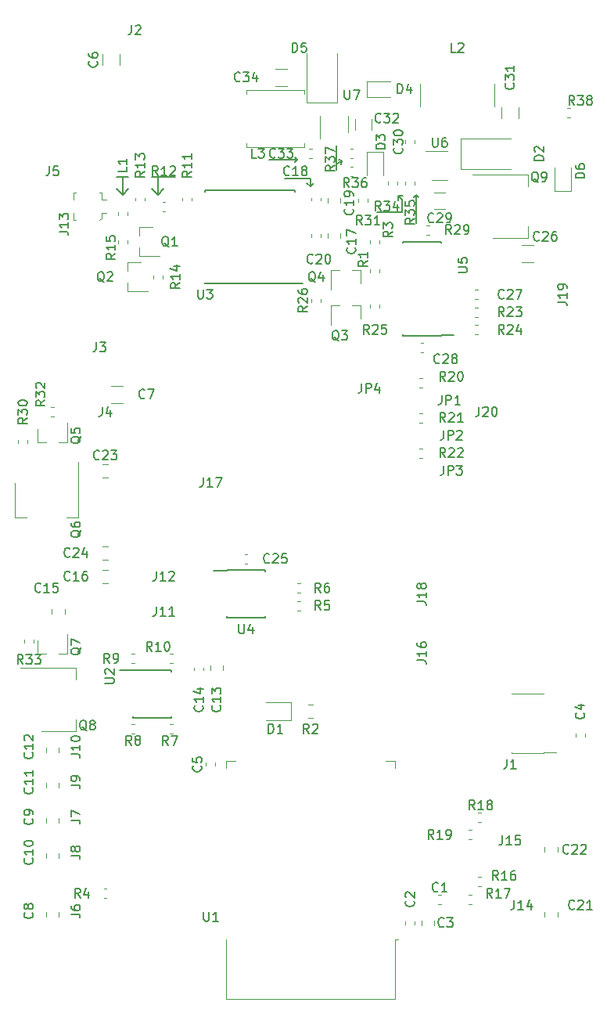
<source format=gbr>
G04 #@! TF.GenerationSoftware,KiCad,Pcbnew,(5.0.2)-1*
G04 #@! TF.CreationDate,2020-01-15T01:29:22+01:00*
G04 #@! TF.ProjectId,airMon,6169724d-6f6e-42e6-9b69-6361645f7063,0.1*
G04 #@! TF.SameCoordinates,Original*
G04 #@! TF.FileFunction,Legend,Top*
G04 #@! TF.FilePolarity,Positive*
%FSLAX46Y46*%
G04 Gerber Fmt 4.6, Leading zero omitted, Abs format (unit mm)*
G04 Created by KiCad (PCBNEW (5.0.2)-1) date 15.01.2020 1:29:22*
%MOMM*%
%LPD*%
G01*
G04 APERTURE LIST*
%ADD10C,0.200000*%
%ADD11C,0.120000*%
%ADD12C,0.150000*%
%ADD13C,3.000000*%
%ADD14R,3.000000X3.000000*%
%ADD15C,1.500000*%
%ADD16C,2.800000*%
%ADD17R,1.700000X1.700000*%
%ADD18O,1.700000X1.700000*%
%ADD19R,8.200000X2.600000*%
%ADD20C,0.100000*%
%ADD21C,0.875000*%
%ADD22C,0.975000*%
%ADD23C,1.250000*%
%ADD24R,2.500000X1.800000*%
%ADD25R,0.450000X0.600000*%
%ADD26R,0.600000X0.450000*%
%ADD27R,1.800000X2.500000*%
%ADD28R,2.400000X0.740000*%
%ADD29R,1.000000X1.000000*%
%ADD30O,1.000000X1.000000*%
%ADD31C,0.800000*%
%ADD32O,0.800000X1.300000*%
%ADD33C,1.700000*%
%ADD34O,1.700000X1.950000*%
%ADD35R,2.200000X1.050000*%
%ADD36R,2.350000X5.100000*%
%ADD37R,0.900000X0.800000*%
%ADD38R,0.800000X0.900000*%
%ADD39R,5.000000X5.000000*%
%ADD40R,2.000000X0.900000*%
%ADD41R,0.900000X2.000000*%
%ADD42R,1.550000X0.600000*%
%ADD43R,1.220000X0.650000*%
%ADD44R,0.650000X1.220000*%
%ADD45O,1.400000X1.400000*%
%ADD46C,1.400000*%
%ADD47R,1.500000X0.600000*%
%ADD48O,1.950000X1.700000*%
%ADD49C,1.450000*%
%ADD50O,1.900000X1.200000*%
%ADD51R,3.800000X2.000000*%
%ADD52R,1.500000X2.000000*%
%ADD53R,2.000000X1.500000*%
%ADD54R,2.000000X3.800000*%
%ADD55R,0.500000X0.500000*%
G04 APERTURE END LIST*
D10*
X54864000Y-34417000D02*
X54737000Y-34798000D01*
X54864000Y-34417000D02*
X54483000Y-34290000D01*
X54229000Y-34798000D02*
X54864000Y-34417000D01*
X54229000Y-33020000D02*
X54229000Y-32766000D01*
X54229000Y-35433000D02*
X54229000Y-33020000D01*
X50038000Y-34290000D02*
X49784000Y-34544000D01*
X50038000Y-34290000D02*
X49784000Y-34036000D01*
X46990000Y-34290000D02*
X50038000Y-34290000D01*
X62865000Y-38100000D02*
X62611000Y-38354000D01*
X62865000Y-38100000D02*
X63119000Y-38354000D01*
X62865000Y-38608000D02*
X62865000Y-38100000D01*
X62865000Y-41148000D02*
X62865000Y-38608000D01*
X51435000Y-37211000D02*
X51816000Y-36830000D01*
X51435000Y-37211000D02*
X51054000Y-36830000D01*
X60960000Y-38227000D02*
X60960000Y-38735000D01*
X60960000Y-38227000D02*
X61468000Y-38227000D01*
X61341000Y-38608000D02*
X60960000Y-38227000D01*
X61341000Y-40005000D02*
X61341000Y-38608000D01*
X61214000Y-40005000D02*
X61341000Y-40005000D01*
X58674000Y-40005000D02*
X61214000Y-40005000D01*
X51435000Y-36322000D02*
X51435000Y-37211000D01*
X48641000Y-36322000D02*
X51435000Y-36322000D01*
X34925000Y-38100000D02*
X35560000Y-37465000D01*
X34925000Y-38100000D02*
X34290000Y-37465000D01*
X34925000Y-36195000D02*
X34925000Y-38100000D01*
X34290000Y-36195000D02*
X36830000Y-36195000D01*
X30480000Y-36195000D02*
X31750000Y-36195000D01*
X31115000Y-38100000D02*
X31750000Y-37465000D01*
X30480000Y-37465000D02*
X31115000Y-38100000D01*
X31115000Y-38100000D02*
X30480000Y-37465000D01*
X31115000Y-36195000D02*
X31115000Y-38100000D01*
D11*
G04 #@! TO.C,L2*
X63310000Y-26055000D02*
X63310000Y-28555000D01*
X71310000Y-26055000D02*
X71310000Y-28555000D01*
G04 #@! TO.C,C1*
X65242221Y-114810000D02*
X65567779Y-114810000D01*
X65242221Y-113790000D02*
X65567779Y-113790000D01*
G04 #@! TO.C,C2*
X62740000Y-116677221D02*
X62740000Y-117002779D01*
X61720000Y-116677221D02*
X61720000Y-117002779D01*
G04 #@! TO.C,C3*
X64845000Y-116581422D02*
X64845000Y-117098578D01*
X63425000Y-116581422D02*
X63425000Y-117098578D01*
G04 #@! TO.C,C4*
X81155000Y-96682779D02*
X81155000Y-96357221D01*
X80135000Y-96682779D02*
X80135000Y-96357221D01*
G04 #@! TO.C,C5*
X40130000Y-99857779D02*
X40130000Y-99532221D01*
X41150000Y-99857779D02*
X41150000Y-99532221D01*
G04 #@! TO.C,C6*
X30755000Y-22892936D02*
X30755000Y-24097064D01*
X28935000Y-22892936D02*
X28935000Y-24097064D01*
G04 #@! TO.C,C8*
X24205000Y-116161078D02*
X24205000Y-115643922D01*
X22785000Y-116161078D02*
X22785000Y-115643922D01*
G04 #@! TO.C,C9*
X22785000Y-106001078D02*
X22785000Y-105483922D01*
X24205000Y-106001078D02*
X24205000Y-105483922D01*
G04 #@! TO.C,C10*
X24205000Y-109811078D02*
X24205000Y-109293922D01*
X22785000Y-109811078D02*
X22785000Y-109293922D01*
G04 #@! TO.C,C11*
X24205000Y-102191078D02*
X24205000Y-101673922D01*
X22785000Y-102191078D02*
X22785000Y-101673922D01*
G04 #@! TO.C,C12*
X24205000Y-98381078D02*
X24205000Y-97863922D01*
X22785000Y-98381078D02*
X22785000Y-97863922D01*
G04 #@! TO.C,C13*
X41985000Y-89491078D02*
X41985000Y-88973922D01*
X40565000Y-89491078D02*
X40565000Y-88973922D01*
G04 #@! TO.C,C14*
X38860000Y-89545279D02*
X38860000Y-89219721D01*
X39880000Y-89545279D02*
X39880000Y-89219721D01*
G04 #@! TO.C,C15*
X23420000Y-83443578D02*
X23420000Y-82926422D01*
X24840000Y-83443578D02*
X24840000Y-82926422D01*
G04 #@! TO.C,C16*
X28951422Y-78665000D02*
X29468578Y-78665000D01*
X28951422Y-80085000D02*
X29468578Y-80085000D01*
G04 #@! TO.C,C17*
X54685000Y-42286422D02*
X54685000Y-42803578D01*
X53265000Y-42286422D02*
X53265000Y-42803578D01*
G04 #@! TO.C,C18*
X52580000Y-38745279D02*
X52580000Y-38419721D01*
X51560000Y-38745279D02*
X51560000Y-38419721D01*
G04 #@! TO.C,C19*
X53265000Y-38993578D02*
X53265000Y-38476422D01*
X54685000Y-38993578D02*
X54685000Y-38476422D01*
G04 #@! TO.C,C20*
X52580000Y-42382221D02*
X52580000Y-42707779D01*
X51560000Y-42382221D02*
X51560000Y-42707779D01*
G04 #@! TO.C,C21*
X78180000Y-116161078D02*
X78180000Y-115643922D01*
X76760000Y-116161078D02*
X76760000Y-115643922D01*
G04 #@! TO.C,C22*
X76760000Y-109176078D02*
X76760000Y-108658922D01*
X78180000Y-109176078D02*
X78180000Y-108658922D01*
G04 #@! TO.C,C23*
X28951422Y-68655000D02*
X29468578Y-68655000D01*
X28951422Y-67235000D02*
X29468578Y-67235000D01*
G04 #@! TO.C,C24*
X28951422Y-76125000D02*
X29468578Y-76125000D01*
X28951422Y-77545000D02*
X29468578Y-77545000D01*
G04 #@! TO.C,C25*
X44612779Y-76960000D02*
X44287221Y-76960000D01*
X44612779Y-77980000D02*
X44287221Y-77980000D01*
G04 #@! TO.C,C26*
X74327936Y-43540000D02*
X75532064Y-43540000D01*
X74327936Y-45360000D02*
X75532064Y-45360000D01*
G04 #@! TO.C,C27*
X69204721Y-48385000D02*
X69530279Y-48385000D01*
X69204721Y-49405000D02*
X69530279Y-49405000D01*
G04 #@! TO.C,C29*
X66007064Y-39645000D02*
X64802936Y-39645000D01*
X66007064Y-37825000D02*
X64802936Y-37825000D01*
G04 #@! TO.C,C30*
X62740000Y-32547779D02*
X62740000Y-32222221D01*
X61720000Y-32547779D02*
X61720000Y-32222221D01*
G04 #@! TO.C,C31*
X72115000Y-28607936D02*
X72115000Y-29812064D01*
X73935000Y-28607936D02*
X73935000Y-29812064D01*
G04 #@! TO.C,C32*
X56240000Y-29877936D02*
X56240000Y-31082064D01*
X58060000Y-29877936D02*
X58060000Y-31082064D01*
G04 #@! TO.C,C33*
X51597779Y-33145000D02*
X51272221Y-33145000D01*
X51597779Y-34165000D02*
X51272221Y-34165000D01*
G04 #@! TO.C,C34*
X47657936Y-24490000D02*
X48862064Y-24490000D01*
X47657936Y-26310000D02*
X48862064Y-26310000D01*
G04 #@! TO.C,D1*
X46625000Y-94940000D02*
X49310000Y-94940000D01*
X49310000Y-94940000D02*
X49310000Y-93020000D01*
X49310000Y-93020000D02*
X46625000Y-93020000D01*
G04 #@! TO.C,D2*
X67720000Y-32005000D02*
X67720000Y-35305000D01*
X67720000Y-35305000D02*
X73120000Y-35305000D01*
X67720000Y-32005000D02*
X73120000Y-32005000D01*
G04 #@! TO.C,D3*
X59270000Y-33425000D02*
X57570000Y-33425000D01*
X57570000Y-33425000D02*
X57570000Y-35975000D01*
X59270000Y-33425000D02*
X59270000Y-35975000D01*
G04 #@! TO.C,D4*
X57555000Y-25820000D02*
X60105000Y-25820000D01*
X57555000Y-27520000D02*
X60105000Y-27520000D01*
X57555000Y-25820000D02*
X57555000Y-27520000D01*
G04 #@! TO.C,D5*
X51055000Y-28165000D02*
X51055000Y-22765000D01*
X54355000Y-28165000D02*
X54355000Y-22765000D01*
X51055000Y-28165000D02*
X54355000Y-28165000D01*
G04 #@! TO.C,J1*
X76695000Y-98485000D02*
X73165000Y-98485000D01*
X76695000Y-92015000D02*
X73165000Y-92015000D01*
X78020000Y-98420000D02*
X76695000Y-98420000D01*
X76695000Y-98485000D02*
X76695000Y-98420000D01*
X73165000Y-98485000D02*
X73165000Y-98420000D01*
X76695000Y-92080000D02*
X76695000Y-92015000D01*
X73165000Y-92080000D02*
X73165000Y-92015000D01*
G04 #@! TO.C,J13*
X28805000Y-38670000D02*
X29305000Y-38670000D01*
X28805000Y-40070000D02*
X29305000Y-40070000D01*
X28805000Y-40070000D02*
X28805000Y-40670000D01*
X28805000Y-40670000D02*
X28605000Y-40870000D01*
X28605000Y-37870000D02*
X28805000Y-37870000D01*
X28805000Y-37870000D02*
X28805000Y-38670000D01*
X25805000Y-38670000D02*
X25805000Y-37870000D01*
X25805000Y-37870000D02*
X26005000Y-37870000D01*
X26005000Y-40870000D02*
X25805000Y-40870000D01*
X25805000Y-40870000D02*
X25805000Y-40070000D01*
G04 #@! TO.C,L1*
X30605000Y-40320279D02*
X30605000Y-39994721D01*
X31625000Y-40320279D02*
X31625000Y-39994721D01*
G04 #@! TO.C,L3*
X44525000Y-26745000D02*
X50725000Y-26745000D01*
X50725000Y-26745000D02*
X50725000Y-27195000D01*
X50725000Y-32945000D02*
X44525000Y-32945000D01*
X50725000Y-32945000D02*
X50725000Y-32495000D01*
X44525000Y-32945000D02*
X44525000Y-32495000D01*
X44525000Y-26745000D02*
X44525000Y-27195000D01*
G04 #@! TO.C,Q1*
X32895000Y-41600000D02*
X34355000Y-41600000D01*
X32895000Y-44760000D02*
X35055000Y-44760000D01*
X32895000Y-44760000D02*
X32895000Y-43830000D01*
X32895000Y-41600000D02*
X32895000Y-42530000D01*
G04 #@! TO.C,Q2*
X31625000Y-45410000D02*
X31625000Y-46340000D01*
X31625000Y-48570000D02*
X31625000Y-47640000D01*
X31625000Y-48570000D02*
X33785000Y-48570000D01*
X31625000Y-45410000D02*
X33085000Y-45410000D01*
G04 #@! TO.C,Q3*
X56825000Y-50040000D02*
X55895000Y-50040000D01*
X53665000Y-50040000D02*
X54595000Y-50040000D01*
X53665000Y-50040000D02*
X53665000Y-52200000D01*
X56825000Y-50040000D02*
X56825000Y-51500000D01*
G04 #@! TO.C,Q4*
X56825000Y-46230000D02*
X56825000Y-47690000D01*
X53665000Y-46230000D02*
X53665000Y-48390000D01*
X53665000Y-46230000D02*
X54595000Y-46230000D01*
X56825000Y-46230000D02*
X55895000Y-46230000D01*
G04 #@! TO.C,Q5*
X21915000Y-64895000D02*
X22845000Y-64895000D01*
X25075000Y-64895000D02*
X24145000Y-64895000D01*
X25075000Y-64895000D02*
X25075000Y-62735000D01*
X21915000Y-64895000D02*
X21915000Y-63435000D01*
G04 #@! TO.C,Q7*
X21915000Y-87755000D02*
X21915000Y-86295000D01*
X25075000Y-87755000D02*
X25075000Y-85595000D01*
X25075000Y-87755000D02*
X24145000Y-87755000D01*
X21915000Y-87755000D02*
X22845000Y-87755000D01*
G04 #@! TO.C,R1*
X57910000Y-46192221D02*
X57910000Y-46517779D01*
X58930000Y-46192221D02*
X58930000Y-46517779D01*
G04 #@! TO.C,R2*
X51176422Y-93270000D02*
X51693578Y-93270000D01*
X51176422Y-94690000D02*
X51693578Y-94690000D01*
G04 #@! TO.C,R3*
X58930000Y-43017221D02*
X58930000Y-43342779D01*
X57910000Y-43017221D02*
X57910000Y-43342779D01*
G04 #@! TO.C,R4*
X29047221Y-114175000D02*
X29372779Y-114175000D01*
X29047221Y-113155000D02*
X29372779Y-113155000D01*
G04 #@! TO.C,R5*
X50327779Y-83060000D02*
X50002221Y-83060000D01*
X50327779Y-82040000D02*
X50002221Y-82040000D01*
G04 #@! TO.C,R6*
X50327779Y-81155000D02*
X50002221Y-81155000D01*
X50327779Y-80135000D02*
X50002221Y-80135000D01*
G04 #@! TO.C,R7*
X36510279Y-96395000D02*
X36184721Y-96395000D01*
X36510279Y-95375000D02*
X36184721Y-95375000D01*
G04 #@! TO.C,R8*
X32069721Y-96395000D02*
X32395279Y-96395000D01*
X32069721Y-95375000D02*
X32395279Y-95375000D01*
G04 #@! TO.C,R9*
X32069721Y-87755000D02*
X32395279Y-87755000D01*
X32069721Y-88775000D02*
X32395279Y-88775000D01*
G04 #@! TO.C,R10*
X36510279Y-87755000D02*
X36184721Y-87755000D01*
X36510279Y-88775000D02*
X36184721Y-88775000D01*
G04 #@! TO.C,R11*
X38610000Y-38745279D02*
X38610000Y-38419721D01*
X37590000Y-38745279D02*
X37590000Y-38419721D01*
G04 #@! TO.C,R12*
X35722779Y-39880000D02*
X35397221Y-39880000D01*
X35722779Y-38860000D02*
X35397221Y-38860000D01*
G04 #@! TO.C,R13*
X33530000Y-38745279D02*
X33530000Y-38419721D01*
X32510000Y-38745279D02*
X32510000Y-38419721D01*
G04 #@! TO.C,R14*
X35435000Y-46827221D02*
X35435000Y-47152779D01*
X34415000Y-46827221D02*
X34415000Y-47152779D01*
G04 #@! TO.C,R15*
X30605000Y-43342779D02*
X30605000Y-43017221D01*
X31625000Y-43342779D02*
X31625000Y-43017221D01*
G04 #@! TO.C,R16*
X69860279Y-112905000D02*
X69534721Y-112905000D01*
X69860279Y-111885000D02*
X69534721Y-111885000D01*
G04 #@! TO.C,R17*
X68895279Y-113790000D02*
X68569721Y-113790000D01*
X68895279Y-114810000D02*
X68569721Y-114810000D01*
G04 #@! TO.C,R18*
X69860279Y-105920000D02*
X69534721Y-105920000D01*
X69860279Y-104900000D02*
X69534721Y-104900000D01*
G04 #@! TO.C,R19*
X68895279Y-107825000D02*
X68569721Y-107825000D01*
X68895279Y-106805000D02*
X68569721Y-106805000D01*
G04 #@! TO.C,R20*
X63184721Y-58930000D02*
X63510279Y-58930000D01*
X63184721Y-57910000D02*
X63510279Y-57910000D01*
G04 #@! TO.C,R21*
X63184721Y-61720000D02*
X63510279Y-61720000D01*
X63184721Y-62740000D02*
X63510279Y-62740000D01*
G04 #@! TO.C,R22*
X63184721Y-66550000D02*
X63510279Y-66550000D01*
X63184721Y-65530000D02*
X63510279Y-65530000D01*
G04 #@! TO.C,R23*
X69204721Y-50290000D02*
X69530279Y-50290000D01*
X69204721Y-51310000D02*
X69530279Y-51310000D01*
G04 #@! TO.C,R24*
X69204721Y-53215000D02*
X69530279Y-53215000D01*
X69204721Y-52195000D02*
X69530279Y-52195000D01*
G04 #@! TO.C,R25*
X57910000Y-50002221D02*
X57910000Y-50327779D01*
X58930000Y-50002221D02*
X58930000Y-50327779D01*
G04 #@! TO.C,R26*
X51560000Y-49692779D02*
X51560000Y-49367221D01*
X52580000Y-49692779D02*
X52580000Y-49367221D01*
G04 #@! TO.C,R32*
X23332221Y-61085000D02*
X23657779Y-61085000D01*
X23332221Y-62105000D02*
X23657779Y-62105000D01*
G04 #@! TO.C,R33*
X21465000Y-86197221D02*
X21465000Y-86522779D01*
X20445000Y-86197221D02*
X20445000Y-86522779D01*
G04 #@! TO.C,R34*
X59815000Y-36667221D02*
X59815000Y-36992779D01*
X60835000Y-36667221D02*
X60835000Y-36992779D01*
G04 #@! TO.C,R35*
X61720000Y-36992779D02*
X61720000Y-36667221D01*
X62740000Y-36992779D02*
X62740000Y-36667221D01*
G04 #@! TO.C,R36*
X55717221Y-35050000D02*
X56042779Y-35050000D01*
X55717221Y-36070000D02*
X56042779Y-36070000D01*
G04 #@! TO.C,R37*
X56042779Y-34165000D02*
X55717221Y-34165000D01*
X56042779Y-33145000D02*
X55717221Y-33145000D01*
G04 #@! TO.C,U1*
X60555000Y-100120000D02*
X60555000Y-99340000D01*
X60555000Y-99340000D02*
X59555000Y-99340000D01*
X42315000Y-100120000D02*
X42315000Y-99340000D01*
X42315000Y-99340000D02*
X43315000Y-99340000D01*
X60555000Y-125085000D02*
X42315000Y-125085000D01*
X42315000Y-125085000D02*
X42315000Y-118665000D01*
X60555000Y-125085000D02*
X60555000Y-118665000D01*
X60555000Y-118665000D02*
X60935000Y-118665000D01*
D12*
G04 #@! TO.C,U2*
X32215000Y-89500000D02*
X32215000Y-89550000D01*
X36365000Y-89500000D02*
X36365000Y-89645000D01*
X36365000Y-94650000D02*
X36365000Y-94505000D01*
X32215000Y-94650000D02*
X32215000Y-94505000D01*
X32215000Y-89500000D02*
X36365000Y-89500000D01*
X32215000Y-94650000D02*
X36365000Y-94650000D01*
X32215000Y-89550000D02*
X30815000Y-89550000D01*
G04 #@! TO.C,U3*
X48905000Y-47720000D02*
X40005000Y-47720000D01*
X40005000Y-37620000D02*
X49705000Y-37620000D01*
X40005000Y-47720000D02*
X40005000Y-47595000D01*
X48905000Y-47720000D02*
X50555000Y-47720000D01*
X49705000Y-37620000D02*
X49705000Y-37745000D01*
X40005000Y-37620000D02*
X40005000Y-37745000D01*
G04 #@! TO.C,U4*
X42375000Y-78755000D02*
X40975000Y-78755000D01*
X42375000Y-83855000D02*
X46525000Y-83855000D01*
X42375000Y-78705000D02*
X46525000Y-78705000D01*
X42375000Y-83855000D02*
X42375000Y-83710000D01*
X46525000Y-83855000D02*
X46525000Y-83710000D01*
X46525000Y-78705000D02*
X46525000Y-78850000D01*
X42375000Y-78705000D02*
X42375000Y-78755000D01*
D11*
G04 #@! TO.C,U6*
X66285000Y-33415000D02*
X63855000Y-33415000D01*
X64525000Y-36485000D02*
X66285000Y-36485000D01*
G04 #@! TO.C,U7*
X55535000Y-31360000D02*
X55535000Y-29600000D01*
X52465000Y-29600000D02*
X52465000Y-32030000D01*
G04 #@! TO.C,C28*
X63337221Y-54100000D02*
X63662779Y-54100000D01*
X63337221Y-55120000D02*
X63662779Y-55120000D01*
D12*
G04 #@! TO.C,U5*
X65575000Y-53335000D02*
X65575000Y-53310000D01*
X61425000Y-53335000D02*
X61425000Y-53230000D01*
X61425000Y-43185000D02*
X61425000Y-43290000D01*
X65575000Y-43185000D02*
X65575000Y-43290000D01*
X65575000Y-53335000D02*
X61425000Y-53335000D01*
X65575000Y-43185000D02*
X61425000Y-43185000D01*
X65575000Y-53310000D02*
X66950000Y-53310000D01*
D11*
G04 #@! TO.C,C7*
X29877936Y-58780000D02*
X31082064Y-58780000D01*
X29877936Y-60600000D02*
X31082064Y-60600000D01*
G04 #@! TO.C,R30*
X19810000Y-64932779D02*
X19810000Y-64607221D01*
X20830000Y-64932779D02*
X20830000Y-64607221D01*
G04 #@! TO.C,R29*
X64297779Y-42420000D02*
X63972221Y-42420000D01*
X64297779Y-41400000D02*
X63972221Y-41400000D01*
G04 #@! TO.C,R31*
X57660000Y-38897779D02*
X57660000Y-38572221D01*
X56640000Y-38897779D02*
X56640000Y-38572221D01*
G04 #@! TO.C,Q6*
X19450000Y-73030000D02*
X20710000Y-73030000D01*
X26270000Y-73030000D02*
X25010000Y-73030000D01*
X19450000Y-69270000D02*
X19450000Y-73030000D01*
X26270000Y-67020000D02*
X26270000Y-73030000D01*
G04 #@! TO.C,Q8*
X20030000Y-89300000D02*
X26040000Y-89300000D01*
X22280000Y-96120000D02*
X26040000Y-96120000D01*
X26040000Y-89300000D02*
X26040000Y-90560000D01*
X26040000Y-96120000D02*
X26040000Y-94860000D01*
G04 #@! TO.C,Q9*
X68925000Y-35960000D02*
X74935000Y-35960000D01*
X71175000Y-42780000D02*
X74935000Y-42780000D01*
X74935000Y-35960000D02*
X74935000Y-37220000D01*
X74935000Y-42780000D02*
X74935000Y-41520000D01*
G04 #@! TO.C,R38*
X79537779Y-29720000D02*
X79212221Y-29720000D01*
X79537779Y-28700000D02*
X79212221Y-28700000D01*
G04 #@! TO.C,D6*
X77890000Y-37695000D02*
X79590000Y-37695000D01*
X79590000Y-37695000D02*
X79590000Y-35145000D01*
X77890000Y-37695000D02*
X77890000Y-35145000D01*
G04 #@! TO.C,J20*
D12*
X69675476Y-61047380D02*
X69675476Y-61761666D01*
X69627857Y-61904523D01*
X69532619Y-61999761D01*
X69389761Y-62047380D01*
X69294523Y-62047380D01*
X70104047Y-61142619D02*
X70151666Y-61095000D01*
X70246904Y-61047380D01*
X70485000Y-61047380D01*
X70580238Y-61095000D01*
X70627857Y-61142619D01*
X70675476Y-61237857D01*
X70675476Y-61333095D01*
X70627857Y-61475952D01*
X70056428Y-62047380D01*
X70675476Y-62047380D01*
X71294523Y-61047380D02*
X71389761Y-61047380D01*
X71485000Y-61095000D01*
X71532619Y-61142619D01*
X71580238Y-61237857D01*
X71627857Y-61428333D01*
X71627857Y-61666428D01*
X71580238Y-61856904D01*
X71532619Y-61952142D01*
X71485000Y-61999761D01*
X71389761Y-62047380D01*
X71294523Y-62047380D01*
X71199285Y-61999761D01*
X71151666Y-61952142D01*
X71104047Y-61856904D01*
X71056428Y-61666428D01*
X71056428Y-61428333D01*
X71104047Y-61237857D01*
X71151666Y-61142619D01*
X71199285Y-61095000D01*
X71294523Y-61047380D01*
G04 #@! TO.C,J18*
X62952380Y-82089523D02*
X63666666Y-82089523D01*
X63809523Y-82137142D01*
X63904761Y-82232380D01*
X63952380Y-82375238D01*
X63952380Y-82470476D01*
X63952380Y-81089523D02*
X63952380Y-81660952D01*
X63952380Y-81375238D02*
X62952380Y-81375238D01*
X63095238Y-81470476D01*
X63190476Y-81565714D01*
X63238095Y-81660952D01*
X63380952Y-80518095D02*
X63333333Y-80613333D01*
X63285714Y-80660952D01*
X63190476Y-80708571D01*
X63142857Y-80708571D01*
X63047619Y-80660952D01*
X63000000Y-80613333D01*
X62952380Y-80518095D01*
X62952380Y-80327619D01*
X63000000Y-80232380D01*
X63047619Y-80184761D01*
X63142857Y-80137142D01*
X63190476Y-80137142D01*
X63285714Y-80184761D01*
X63333333Y-80232380D01*
X63380952Y-80327619D01*
X63380952Y-80518095D01*
X63428571Y-80613333D01*
X63476190Y-80660952D01*
X63571428Y-80708571D01*
X63761904Y-80708571D01*
X63857142Y-80660952D01*
X63904761Y-80613333D01*
X63952380Y-80518095D01*
X63952380Y-80327619D01*
X63904761Y-80232380D01*
X63857142Y-80184761D01*
X63761904Y-80137142D01*
X63571428Y-80137142D01*
X63476190Y-80184761D01*
X63428571Y-80232380D01*
X63380952Y-80327619D01*
G04 #@! TO.C,JP1*
X65631666Y-59777380D02*
X65631666Y-60491666D01*
X65584047Y-60634523D01*
X65488809Y-60729761D01*
X65345952Y-60777380D01*
X65250714Y-60777380D01*
X66107857Y-60777380D02*
X66107857Y-59777380D01*
X66488809Y-59777380D01*
X66584047Y-59825000D01*
X66631666Y-59872619D01*
X66679285Y-59967857D01*
X66679285Y-60110714D01*
X66631666Y-60205952D01*
X66584047Y-60253571D01*
X66488809Y-60301190D01*
X66107857Y-60301190D01*
X67631666Y-60777380D02*
X67060238Y-60777380D01*
X67345952Y-60777380D02*
X67345952Y-59777380D01*
X67250714Y-59920238D01*
X67155476Y-60015476D01*
X67060238Y-60063095D01*
G04 #@! TO.C,L2*
X67143333Y-22677380D02*
X66667142Y-22677380D01*
X66667142Y-21677380D01*
X67429047Y-21772619D02*
X67476666Y-21725000D01*
X67571904Y-21677380D01*
X67810000Y-21677380D01*
X67905238Y-21725000D01*
X67952857Y-21772619D01*
X68000476Y-21867857D01*
X68000476Y-21963095D01*
X67952857Y-22105952D01*
X67381428Y-22677380D01*
X68000476Y-22677380D01*
G04 #@! TO.C,C1*
X65238333Y-113387142D02*
X65190714Y-113434761D01*
X65047857Y-113482380D01*
X64952619Y-113482380D01*
X64809761Y-113434761D01*
X64714523Y-113339523D01*
X64666904Y-113244285D01*
X64619285Y-113053809D01*
X64619285Y-112910952D01*
X64666904Y-112720476D01*
X64714523Y-112625238D01*
X64809761Y-112530000D01*
X64952619Y-112482380D01*
X65047857Y-112482380D01*
X65190714Y-112530000D01*
X65238333Y-112577619D01*
X66190714Y-113482380D02*
X65619285Y-113482380D01*
X65905000Y-113482380D02*
X65905000Y-112482380D01*
X65809761Y-112625238D01*
X65714523Y-112720476D01*
X65619285Y-112768095D01*
G04 #@! TO.C,C2*
X62587142Y-114466666D02*
X62634761Y-114514285D01*
X62682380Y-114657142D01*
X62682380Y-114752380D01*
X62634761Y-114895238D01*
X62539523Y-114990476D01*
X62444285Y-115038095D01*
X62253809Y-115085714D01*
X62110952Y-115085714D01*
X61920476Y-115038095D01*
X61825238Y-114990476D01*
X61730000Y-114895238D01*
X61682380Y-114752380D01*
X61682380Y-114657142D01*
X61730000Y-114514285D01*
X61777619Y-114466666D01*
X61777619Y-114085714D02*
X61730000Y-114038095D01*
X61682380Y-113942857D01*
X61682380Y-113704761D01*
X61730000Y-113609523D01*
X61777619Y-113561904D01*
X61872857Y-113514285D01*
X61968095Y-113514285D01*
X62110952Y-113561904D01*
X62682380Y-114133333D01*
X62682380Y-113514285D01*
G04 #@! TO.C,C3*
X65873333Y-117197142D02*
X65825714Y-117244761D01*
X65682857Y-117292380D01*
X65587619Y-117292380D01*
X65444761Y-117244761D01*
X65349523Y-117149523D01*
X65301904Y-117054285D01*
X65254285Y-116863809D01*
X65254285Y-116720952D01*
X65301904Y-116530476D01*
X65349523Y-116435238D01*
X65444761Y-116340000D01*
X65587619Y-116292380D01*
X65682857Y-116292380D01*
X65825714Y-116340000D01*
X65873333Y-116387619D01*
X66206666Y-116292380D02*
X66825714Y-116292380D01*
X66492380Y-116673333D01*
X66635238Y-116673333D01*
X66730476Y-116720952D01*
X66778095Y-116768571D01*
X66825714Y-116863809D01*
X66825714Y-117101904D01*
X66778095Y-117197142D01*
X66730476Y-117244761D01*
X66635238Y-117292380D01*
X66349523Y-117292380D01*
X66254285Y-117244761D01*
X66206666Y-117197142D01*
G04 #@! TO.C,C4*
X81002142Y-94146666D02*
X81049761Y-94194285D01*
X81097380Y-94337142D01*
X81097380Y-94432380D01*
X81049761Y-94575238D01*
X80954523Y-94670476D01*
X80859285Y-94718095D01*
X80668809Y-94765714D01*
X80525952Y-94765714D01*
X80335476Y-94718095D01*
X80240238Y-94670476D01*
X80145000Y-94575238D01*
X80097380Y-94432380D01*
X80097380Y-94337142D01*
X80145000Y-94194285D01*
X80192619Y-94146666D01*
X80430714Y-93289523D02*
X81097380Y-93289523D01*
X80049761Y-93527619D02*
X80764047Y-93765714D01*
X80764047Y-93146666D01*
G04 #@! TO.C,C5*
X39567142Y-99861666D02*
X39614761Y-99909285D01*
X39662380Y-100052142D01*
X39662380Y-100147380D01*
X39614761Y-100290238D01*
X39519523Y-100385476D01*
X39424285Y-100433095D01*
X39233809Y-100480714D01*
X39090952Y-100480714D01*
X38900476Y-100433095D01*
X38805238Y-100385476D01*
X38710000Y-100290238D01*
X38662380Y-100147380D01*
X38662380Y-100052142D01*
X38710000Y-99909285D01*
X38757619Y-99861666D01*
X38662380Y-98956904D02*
X38662380Y-99433095D01*
X39138571Y-99480714D01*
X39090952Y-99433095D01*
X39043333Y-99337857D01*
X39043333Y-99099761D01*
X39090952Y-99004523D01*
X39138571Y-98956904D01*
X39233809Y-98909285D01*
X39471904Y-98909285D01*
X39567142Y-98956904D01*
X39614761Y-99004523D01*
X39662380Y-99099761D01*
X39662380Y-99337857D01*
X39614761Y-99433095D01*
X39567142Y-99480714D01*
G04 #@! TO.C,C6*
X28297142Y-23661666D02*
X28344761Y-23709285D01*
X28392380Y-23852142D01*
X28392380Y-23947380D01*
X28344761Y-24090238D01*
X28249523Y-24185476D01*
X28154285Y-24233095D01*
X27963809Y-24280714D01*
X27820952Y-24280714D01*
X27630476Y-24233095D01*
X27535238Y-24185476D01*
X27440000Y-24090238D01*
X27392380Y-23947380D01*
X27392380Y-23852142D01*
X27440000Y-23709285D01*
X27487619Y-23661666D01*
X27392380Y-22804523D02*
X27392380Y-22995000D01*
X27440000Y-23090238D01*
X27487619Y-23137857D01*
X27630476Y-23233095D01*
X27820952Y-23280714D01*
X28201904Y-23280714D01*
X28297142Y-23233095D01*
X28344761Y-23185476D01*
X28392380Y-23090238D01*
X28392380Y-22899761D01*
X28344761Y-22804523D01*
X28297142Y-22756904D01*
X28201904Y-22709285D01*
X27963809Y-22709285D01*
X27868571Y-22756904D01*
X27820952Y-22804523D01*
X27773333Y-22899761D01*
X27773333Y-23090238D01*
X27820952Y-23185476D01*
X27868571Y-23233095D01*
X27963809Y-23280714D01*
G04 #@! TO.C,C8*
X21312142Y-115736666D02*
X21359761Y-115784285D01*
X21407380Y-115927142D01*
X21407380Y-116022380D01*
X21359761Y-116165238D01*
X21264523Y-116260476D01*
X21169285Y-116308095D01*
X20978809Y-116355714D01*
X20835952Y-116355714D01*
X20645476Y-116308095D01*
X20550238Y-116260476D01*
X20455000Y-116165238D01*
X20407380Y-116022380D01*
X20407380Y-115927142D01*
X20455000Y-115784285D01*
X20502619Y-115736666D01*
X20835952Y-115165238D02*
X20788333Y-115260476D01*
X20740714Y-115308095D01*
X20645476Y-115355714D01*
X20597857Y-115355714D01*
X20502619Y-115308095D01*
X20455000Y-115260476D01*
X20407380Y-115165238D01*
X20407380Y-114974761D01*
X20455000Y-114879523D01*
X20502619Y-114831904D01*
X20597857Y-114784285D01*
X20645476Y-114784285D01*
X20740714Y-114831904D01*
X20788333Y-114879523D01*
X20835952Y-114974761D01*
X20835952Y-115165238D01*
X20883571Y-115260476D01*
X20931190Y-115308095D01*
X21026428Y-115355714D01*
X21216904Y-115355714D01*
X21312142Y-115308095D01*
X21359761Y-115260476D01*
X21407380Y-115165238D01*
X21407380Y-114974761D01*
X21359761Y-114879523D01*
X21312142Y-114831904D01*
X21216904Y-114784285D01*
X21026428Y-114784285D01*
X20931190Y-114831904D01*
X20883571Y-114879523D01*
X20835952Y-114974761D01*
G04 #@! TO.C,C9*
X21312142Y-105576666D02*
X21359761Y-105624285D01*
X21407380Y-105767142D01*
X21407380Y-105862380D01*
X21359761Y-106005238D01*
X21264523Y-106100476D01*
X21169285Y-106148095D01*
X20978809Y-106195714D01*
X20835952Y-106195714D01*
X20645476Y-106148095D01*
X20550238Y-106100476D01*
X20455000Y-106005238D01*
X20407380Y-105862380D01*
X20407380Y-105767142D01*
X20455000Y-105624285D01*
X20502619Y-105576666D01*
X21407380Y-105100476D02*
X21407380Y-104910000D01*
X21359761Y-104814761D01*
X21312142Y-104767142D01*
X21169285Y-104671904D01*
X20978809Y-104624285D01*
X20597857Y-104624285D01*
X20502619Y-104671904D01*
X20455000Y-104719523D01*
X20407380Y-104814761D01*
X20407380Y-105005238D01*
X20455000Y-105100476D01*
X20502619Y-105148095D01*
X20597857Y-105195714D01*
X20835952Y-105195714D01*
X20931190Y-105148095D01*
X20978809Y-105100476D01*
X21026428Y-105005238D01*
X21026428Y-104814761D01*
X20978809Y-104719523D01*
X20931190Y-104671904D01*
X20835952Y-104624285D01*
G04 #@! TO.C,C10*
X21312142Y-109862857D02*
X21359761Y-109910476D01*
X21407380Y-110053333D01*
X21407380Y-110148571D01*
X21359761Y-110291428D01*
X21264523Y-110386666D01*
X21169285Y-110434285D01*
X20978809Y-110481904D01*
X20835952Y-110481904D01*
X20645476Y-110434285D01*
X20550238Y-110386666D01*
X20455000Y-110291428D01*
X20407380Y-110148571D01*
X20407380Y-110053333D01*
X20455000Y-109910476D01*
X20502619Y-109862857D01*
X21407380Y-108910476D02*
X21407380Y-109481904D01*
X21407380Y-109196190D02*
X20407380Y-109196190D01*
X20550238Y-109291428D01*
X20645476Y-109386666D01*
X20693095Y-109481904D01*
X20407380Y-108291428D02*
X20407380Y-108196190D01*
X20455000Y-108100952D01*
X20502619Y-108053333D01*
X20597857Y-108005714D01*
X20788333Y-107958095D01*
X21026428Y-107958095D01*
X21216904Y-108005714D01*
X21312142Y-108053333D01*
X21359761Y-108100952D01*
X21407380Y-108196190D01*
X21407380Y-108291428D01*
X21359761Y-108386666D01*
X21312142Y-108434285D01*
X21216904Y-108481904D01*
X21026428Y-108529523D01*
X20788333Y-108529523D01*
X20597857Y-108481904D01*
X20502619Y-108434285D01*
X20455000Y-108386666D01*
X20407380Y-108291428D01*
G04 #@! TO.C,C11*
X21312142Y-102242857D02*
X21359761Y-102290476D01*
X21407380Y-102433333D01*
X21407380Y-102528571D01*
X21359761Y-102671428D01*
X21264523Y-102766666D01*
X21169285Y-102814285D01*
X20978809Y-102861904D01*
X20835952Y-102861904D01*
X20645476Y-102814285D01*
X20550238Y-102766666D01*
X20455000Y-102671428D01*
X20407380Y-102528571D01*
X20407380Y-102433333D01*
X20455000Y-102290476D01*
X20502619Y-102242857D01*
X21407380Y-101290476D02*
X21407380Y-101861904D01*
X21407380Y-101576190D02*
X20407380Y-101576190D01*
X20550238Y-101671428D01*
X20645476Y-101766666D01*
X20693095Y-101861904D01*
X21407380Y-100338095D02*
X21407380Y-100909523D01*
X21407380Y-100623809D02*
X20407380Y-100623809D01*
X20550238Y-100719047D01*
X20645476Y-100814285D01*
X20693095Y-100909523D01*
G04 #@! TO.C,C12*
X21312142Y-98432857D02*
X21359761Y-98480476D01*
X21407380Y-98623333D01*
X21407380Y-98718571D01*
X21359761Y-98861428D01*
X21264523Y-98956666D01*
X21169285Y-99004285D01*
X20978809Y-99051904D01*
X20835952Y-99051904D01*
X20645476Y-99004285D01*
X20550238Y-98956666D01*
X20455000Y-98861428D01*
X20407380Y-98718571D01*
X20407380Y-98623333D01*
X20455000Y-98480476D01*
X20502619Y-98432857D01*
X21407380Y-97480476D02*
X21407380Y-98051904D01*
X21407380Y-97766190D02*
X20407380Y-97766190D01*
X20550238Y-97861428D01*
X20645476Y-97956666D01*
X20693095Y-98051904D01*
X20502619Y-97099523D02*
X20455000Y-97051904D01*
X20407380Y-96956666D01*
X20407380Y-96718571D01*
X20455000Y-96623333D01*
X20502619Y-96575714D01*
X20597857Y-96528095D01*
X20693095Y-96528095D01*
X20835952Y-96575714D01*
X21407380Y-97147142D01*
X21407380Y-96528095D01*
G04 #@! TO.C,C13*
X41632142Y-93352857D02*
X41679761Y-93400476D01*
X41727380Y-93543333D01*
X41727380Y-93638571D01*
X41679761Y-93781428D01*
X41584523Y-93876666D01*
X41489285Y-93924285D01*
X41298809Y-93971904D01*
X41155952Y-93971904D01*
X40965476Y-93924285D01*
X40870238Y-93876666D01*
X40775000Y-93781428D01*
X40727380Y-93638571D01*
X40727380Y-93543333D01*
X40775000Y-93400476D01*
X40822619Y-93352857D01*
X41727380Y-92400476D02*
X41727380Y-92971904D01*
X41727380Y-92686190D02*
X40727380Y-92686190D01*
X40870238Y-92781428D01*
X40965476Y-92876666D01*
X41013095Y-92971904D01*
X40727380Y-92067142D02*
X40727380Y-91448095D01*
X41108333Y-91781428D01*
X41108333Y-91638571D01*
X41155952Y-91543333D01*
X41203571Y-91495714D01*
X41298809Y-91448095D01*
X41536904Y-91448095D01*
X41632142Y-91495714D01*
X41679761Y-91543333D01*
X41727380Y-91638571D01*
X41727380Y-91924285D01*
X41679761Y-92019523D01*
X41632142Y-92067142D01*
G04 #@! TO.C,C14*
X39727142Y-93352857D02*
X39774761Y-93400476D01*
X39822380Y-93543333D01*
X39822380Y-93638571D01*
X39774761Y-93781428D01*
X39679523Y-93876666D01*
X39584285Y-93924285D01*
X39393809Y-93971904D01*
X39250952Y-93971904D01*
X39060476Y-93924285D01*
X38965238Y-93876666D01*
X38870000Y-93781428D01*
X38822380Y-93638571D01*
X38822380Y-93543333D01*
X38870000Y-93400476D01*
X38917619Y-93352857D01*
X39822380Y-92400476D02*
X39822380Y-92971904D01*
X39822380Y-92686190D02*
X38822380Y-92686190D01*
X38965238Y-92781428D01*
X39060476Y-92876666D01*
X39108095Y-92971904D01*
X39155714Y-91543333D02*
X39822380Y-91543333D01*
X38774761Y-91781428D02*
X39489047Y-92019523D01*
X39489047Y-91400476D01*
G04 #@! TO.C,C15*
X22217142Y-81002142D02*
X22169523Y-81049761D01*
X22026666Y-81097380D01*
X21931428Y-81097380D01*
X21788571Y-81049761D01*
X21693333Y-80954523D01*
X21645714Y-80859285D01*
X21598095Y-80668809D01*
X21598095Y-80525952D01*
X21645714Y-80335476D01*
X21693333Y-80240238D01*
X21788571Y-80145000D01*
X21931428Y-80097380D01*
X22026666Y-80097380D01*
X22169523Y-80145000D01*
X22217142Y-80192619D01*
X23169523Y-81097380D02*
X22598095Y-81097380D01*
X22883809Y-81097380D02*
X22883809Y-80097380D01*
X22788571Y-80240238D01*
X22693333Y-80335476D01*
X22598095Y-80383095D01*
X24074285Y-80097380D02*
X23598095Y-80097380D01*
X23550476Y-80573571D01*
X23598095Y-80525952D01*
X23693333Y-80478333D01*
X23931428Y-80478333D01*
X24026666Y-80525952D01*
X24074285Y-80573571D01*
X24121904Y-80668809D01*
X24121904Y-80906904D01*
X24074285Y-81002142D01*
X24026666Y-81049761D01*
X23931428Y-81097380D01*
X23693333Y-81097380D01*
X23598095Y-81049761D01*
X23550476Y-81002142D01*
G04 #@! TO.C,C16*
X25392142Y-79732142D02*
X25344523Y-79779761D01*
X25201666Y-79827380D01*
X25106428Y-79827380D01*
X24963571Y-79779761D01*
X24868333Y-79684523D01*
X24820714Y-79589285D01*
X24773095Y-79398809D01*
X24773095Y-79255952D01*
X24820714Y-79065476D01*
X24868333Y-78970238D01*
X24963571Y-78875000D01*
X25106428Y-78827380D01*
X25201666Y-78827380D01*
X25344523Y-78875000D01*
X25392142Y-78922619D01*
X26344523Y-79827380D02*
X25773095Y-79827380D01*
X26058809Y-79827380D02*
X26058809Y-78827380D01*
X25963571Y-78970238D01*
X25868333Y-79065476D01*
X25773095Y-79113095D01*
X27201666Y-78827380D02*
X27011190Y-78827380D01*
X26915952Y-78875000D01*
X26868333Y-78922619D01*
X26773095Y-79065476D01*
X26725476Y-79255952D01*
X26725476Y-79636904D01*
X26773095Y-79732142D01*
X26820714Y-79779761D01*
X26915952Y-79827380D01*
X27106428Y-79827380D01*
X27201666Y-79779761D01*
X27249285Y-79732142D01*
X27296904Y-79636904D01*
X27296904Y-79398809D01*
X27249285Y-79303571D01*
X27201666Y-79255952D01*
X27106428Y-79208333D01*
X26915952Y-79208333D01*
X26820714Y-79255952D01*
X26773095Y-79303571D01*
X26725476Y-79398809D01*
G04 #@! TO.C,C17*
X56237142Y-43822857D02*
X56284761Y-43870476D01*
X56332380Y-44013333D01*
X56332380Y-44108571D01*
X56284761Y-44251428D01*
X56189523Y-44346666D01*
X56094285Y-44394285D01*
X55903809Y-44441904D01*
X55760952Y-44441904D01*
X55570476Y-44394285D01*
X55475238Y-44346666D01*
X55380000Y-44251428D01*
X55332380Y-44108571D01*
X55332380Y-44013333D01*
X55380000Y-43870476D01*
X55427619Y-43822857D01*
X56332380Y-42870476D02*
X56332380Y-43441904D01*
X56332380Y-43156190D02*
X55332380Y-43156190D01*
X55475238Y-43251428D01*
X55570476Y-43346666D01*
X55618095Y-43441904D01*
X55332380Y-42537142D02*
X55332380Y-41870476D01*
X56332380Y-42299047D01*
G04 #@! TO.C,C18*
X49141142Y-35917142D02*
X49093523Y-35964761D01*
X48950666Y-36012380D01*
X48855428Y-36012380D01*
X48712571Y-35964761D01*
X48617333Y-35869523D01*
X48569714Y-35774285D01*
X48522095Y-35583809D01*
X48522095Y-35440952D01*
X48569714Y-35250476D01*
X48617333Y-35155238D01*
X48712571Y-35060000D01*
X48855428Y-35012380D01*
X48950666Y-35012380D01*
X49093523Y-35060000D01*
X49141142Y-35107619D01*
X50093523Y-36012380D02*
X49522095Y-36012380D01*
X49807809Y-36012380D02*
X49807809Y-35012380D01*
X49712571Y-35155238D01*
X49617333Y-35250476D01*
X49522095Y-35298095D01*
X50664952Y-35440952D02*
X50569714Y-35393333D01*
X50522095Y-35345714D01*
X50474476Y-35250476D01*
X50474476Y-35202857D01*
X50522095Y-35107619D01*
X50569714Y-35060000D01*
X50664952Y-35012380D01*
X50855428Y-35012380D01*
X50950666Y-35060000D01*
X50998285Y-35107619D01*
X51045904Y-35202857D01*
X51045904Y-35250476D01*
X50998285Y-35345714D01*
X50950666Y-35393333D01*
X50855428Y-35440952D01*
X50664952Y-35440952D01*
X50569714Y-35488571D01*
X50522095Y-35536190D01*
X50474476Y-35631428D01*
X50474476Y-35821904D01*
X50522095Y-35917142D01*
X50569714Y-35964761D01*
X50664952Y-36012380D01*
X50855428Y-36012380D01*
X50950666Y-35964761D01*
X50998285Y-35917142D01*
X51045904Y-35821904D01*
X51045904Y-35631428D01*
X50998285Y-35536190D01*
X50950666Y-35488571D01*
X50855428Y-35440952D01*
G04 #@! TO.C,C19*
X55983142Y-39631857D02*
X56030761Y-39679476D01*
X56078380Y-39822333D01*
X56078380Y-39917571D01*
X56030761Y-40060428D01*
X55935523Y-40155666D01*
X55840285Y-40203285D01*
X55649809Y-40250904D01*
X55506952Y-40250904D01*
X55316476Y-40203285D01*
X55221238Y-40155666D01*
X55126000Y-40060428D01*
X55078380Y-39917571D01*
X55078380Y-39822333D01*
X55126000Y-39679476D01*
X55173619Y-39631857D01*
X56078380Y-38679476D02*
X56078380Y-39250904D01*
X56078380Y-38965190D02*
X55078380Y-38965190D01*
X55221238Y-39060428D01*
X55316476Y-39155666D01*
X55364095Y-39250904D01*
X56078380Y-38203285D02*
X56078380Y-38012809D01*
X56030761Y-37917571D01*
X55983142Y-37869952D01*
X55840285Y-37774714D01*
X55649809Y-37727095D01*
X55268857Y-37727095D01*
X55173619Y-37774714D01*
X55126000Y-37822333D01*
X55078380Y-37917571D01*
X55078380Y-38108047D01*
X55126000Y-38203285D01*
X55173619Y-38250904D01*
X55268857Y-38298523D01*
X55506952Y-38298523D01*
X55602190Y-38250904D01*
X55649809Y-38203285D01*
X55697428Y-38108047D01*
X55697428Y-37917571D01*
X55649809Y-37822333D01*
X55602190Y-37774714D01*
X55506952Y-37727095D01*
G04 #@! TO.C,C20*
X51681142Y-45442142D02*
X51633523Y-45489761D01*
X51490666Y-45537380D01*
X51395428Y-45537380D01*
X51252571Y-45489761D01*
X51157333Y-45394523D01*
X51109714Y-45299285D01*
X51062095Y-45108809D01*
X51062095Y-44965952D01*
X51109714Y-44775476D01*
X51157333Y-44680238D01*
X51252571Y-44585000D01*
X51395428Y-44537380D01*
X51490666Y-44537380D01*
X51633523Y-44585000D01*
X51681142Y-44632619D01*
X52062095Y-44632619D02*
X52109714Y-44585000D01*
X52204952Y-44537380D01*
X52443047Y-44537380D01*
X52538285Y-44585000D01*
X52585904Y-44632619D01*
X52633523Y-44727857D01*
X52633523Y-44823095D01*
X52585904Y-44965952D01*
X52014476Y-45537380D01*
X52633523Y-45537380D01*
X53252571Y-44537380D02*
X53347809Y-44537380D01*
X53443047Y-44585000D01*
X53490666Y-44632619D01*
X53538285Y-44727857D01*
X53585904Y-44918333D01*
X53585904Y-45156428D01*
X53538285Y-45346904D01*
X53490666Y-45442142D01*
X53443047Y-45489761D01*
X53347809Y-45537380D01*
X53252571Y-45537380D01*
X53157333Y-45489761D01*
X53109714Y-45442142D01*
X53062095Y-45346904D01*
X53014476Y-45156428D01*
X53014476Y-44918333D01*
X53062095Y-44727857D01*
X53109714Y-44632619D01*
X53157333Y-44585000D01*
X53252571Y-44537380D01*
G04 #@! TO.C,C21*
X80002142Y-115292142D02*
X79954523Y-115339761D01*
X79811666Y-115387380D01*
X79716428Y-115387380D01*
X79573571Y-115339761D01*
X79478333Y-115244523D01*
X79430714Y-115149285D01*
X79383095Y-114958809D01*
X79383095Y-114815952D01*
X79430714Y-114625476D01*
X79478333Y-114530238D01*
X79573571Y-114435000D01*
X79716428Y-114387380D01*
X79811666Y-114387380D01*
X79954523Y-114435000D01*
X80002142Y-114482619D01*
X80383095Y-114482619D02*
X80430714Y-114435000D01*
X80525952Y-114387380D01*
X80764047Y-114387380D01*
X80859285Y-114435000D01*
X80906904Y-114482619D01*
X80954523Y-114577857D01*
X80954523Y-114673095D01*
X80906904Y-114815952D01*
X80335476Y-115387380D01*
X80954523Y-115387380D01*
X81906904Y-115387380D02*
X81335476Y-115387380D01*
X81621190Y-115387380D02*
X81621190Y-114387380D01*
X81525952Y-114530238D01*
X81430714Y-114625476D01*
X81335476Y-114673095D01*
G04 #@! TO.C,C22*
X79367142Y-109274642D02*
X79319523Y-109322261D01*
X79176666Y-109369880D01*
X79081428Y-109369880D01*
X78938571Y-109322261D01*
X78843333Y-109227023D01*
X78795714Y-109131785D01*
X78748095Y-108941309D01*
X78748095Y-108798452D01*
X78795714Y-108607976D01*
X78843333Y-108512738D01*
X78938571Y-108417500D01*
X79081428Y-108369880D01*
X79176666Y-108369880D01*
X79319523Y-108417500D01*
X79367142Y-108465119D01*
X79748095Y-108465119D02*
X79795714Y-108417500D01*
X79890952Y-108369880D01*
X80129047Y-108369880D01*
X80224285Y-108417500D01*
X80271904Y-108465119D01*
X80319523Y-108560357D01*
X80319523Y-108655595D01*
X80271904Y-108798452D01*
X79700476Y-109369880D01*
X80319523Y-109369880D01*
X80700476Y-108465119D02*
X80748095Y-108417500D01*
X80843333Y-108369880D01*
X81081428Y-108369880D01*
X81176666Y-108417500D01*
X81224285Y-108465119D01*
X81271904Y-108560357D01*
X81271904Y-108655595D01*
X81224285Y-108798452D01*
X80652857Y-109369880D01*
X81271904Y-109369880D01*
G04 #@! TO.C,C23*
X28567142Y-66652142D02*
X28519523Y-66699761D01*
X28376666Y-66747380D01*
X28281428Y-66747380D01*
X28138571Y-66699761D01*
X28043333Y-66604523D01*
X27995714Y-66509285D01*
X27948095Y-66318809D01*
X27948095Y-66175952D01*
X27995714Y-65985476D01*
X28043333Y-65890238D01*
X28138571Y-65795000D01*
X28281428Y-65747380D01*
X28376666Y-65747380D01*
X28519523Y-65795000D01*
X28567142Y-65842619D01*
X28948095Y-65842619D02*
X28995714Y-65795000D01*
X29090952Y-65747380D01*
X29329047Y-65747380D01*
X29424285Y-65795000D01*
X29471904Y-65842619D01*
X29519523Y-65937857D01*
X29519523Y-66033095D01*
X29471904Y-66175952D01*
X28900476Y-66747380D01*
X29519523Y-66747380D01*
X29852857Y-65747380D02*
X30471904Y-65747380D01*
X30138571Y-66128333D01*
X30281428Y-66128333D01*
X30376666Y-66175952D01*
X30424285Y-66223571D01*
X30471904Y-66318809D01*
X30471904Y-66556904D01*
X30424285Y-66652142D01*
X30376666Y-66699761D01*
X30281428Y-66747380D01*
X29995714Y-66747380D01*
X29900476Y-66699761D01*
X29852857Y-66652142D01*
G04 #@! TO.C,C24*
X25392142Y-77192142D02*
X25344523Y-77239761D01*
X25201666Y-77287380D01*
X25106428Y-77287380D01*
X24963571Y-77239761D01*
X24868333Y-77144523D01*
X24820714Y-77049285D01*
X24773095Y-76858809D01*
X24773095Y-76715952D01*
X24820714Y-76525476D01*
X24868333Y-76430238D01*
X24963571Y-76335000D01*
X25106428Y-76287380D01*
X25201666Y-76287380D01*
X25344523Y-76335000D01*
X25392142Y-76382619D01*
X25773095Y-76382619D02*
X25820714Y-76335000D01*
X25915952Y-76287380D01*
X26154047Y-76287380D01*
X26249285Y-76335000D01*
X26296904Y-76382619D01*
X26344523Y-76477857D01*
X26344523Y-76573095D01*
X26296904Y-76715952D01*
X25725476Y-77287380D01*
X26344523Y-77287380D01*
X27201666Y-76620714D02*
X27201666Y-77287380D01*
X26963571Y-76239761D02*
X26725476Y-76954047D01*
X27344523Y-76954047D01*
G04 #@! TO.C,C25*
X46982142Y-77827142D02*
X46934523Y-77874761D01*
X46791666Y-77922380D01*
X46696428Y-77922380D01*
X46553571Y-77874761D01*
X46458333Y-77779523D01*
X46410714Y-77684285D01*
X46363095Y-77493809D01*
X46363095Y-77350952D01*
X46410714Y-77160476D01*
X46458333Y-77065238D01*
X46553571Y-76970000D01*
X46696428Y-76922380D01*
X46791666Y-76922380D01*
X46934523Y-76970000D01*
X46982142Y-77017619D01*
X47363095Y-77017619D02*
X47410714Y-76970000D01*
X47505952Y-76922380D01*
X47744047Y-76922380D01*
X47839285Y-76970000D01*
X47886904Y-77017619D01*
X47934523Y-77112857D01*
X47934523Y-77208095D01*
X47886904Y-77350952D01*
X47315476Y-77922380D01*
X47934523Y-77922380D01*
X48839285Y-76922380D02*
X48363095Y-76922380D01*
X48315476Y-77398571D01*
X48363095Y-77350952D01*
X48458333Y-77303333D01*
X48696428Y-77303333D01*
X48791666Y-77350952D01*
X48839285Y-77398571D01*
X48886904Y-77493809D01*
X48886904Y-77731904D01*
X48839285Y-77827142D01*
X48791666Y-77874761D01*
X48696428Y-77922380D01*
X48458333Y-77922380D01*
X48363095Y-77874761D01*
X48315476Y-77827142D01*
G04 #@! TO.C,C26*
X76192142Y-42987142D02*
X76144523Y-43034761D01*
X76001666Y-43082380D01*
X75906428Y-43082380D01*
X75763571Y-43034761D01*
X75668333Y-42939523D01*
X75620714Y-42844285D01*
X75573095Y-42653809D01*
X75573095Y-42510952D01*
X75620714Y-42320476D01*
X75668333Y-42225238D01*
X75763571Y-42130000D01*
X75906428Y-42082380D01*
X76001666Y-42082380D01*
X76144523Y-42130000D01*
X76192142Y-42177619D01*
X76573095Y-42177619D02*
X76620714Y-42130000D01*
X76715952Y-42082380D01*
X76954047Y-42082380D01*
X77049285Y-42130000D01*
X77096904Y-42177619D01*
X77144523Y-42272857D01*
X77144523Y-42368095D01*
X77096904Y-42510952D01*
X76525476Y-43082380D01*
X77144523Y-43082380D01*
X78001666Y-42082380D02*
X77811190Y-42082380D01*
X77715952Y-42130000D01*
X77668333Y-42177619D01*
X77573095Y-42320476D01*
X77525476Y-42510952D01*
X77525476Y-42891904D01*
X77573095Y-42987142D01*
X77620714Y-43034761D01*
X77715952Y-43082380D01*
X77906428Y-43082380D01*
X78001666Y-43034761D01*
X78049285Y-42987142D01*
X78096904Y-42891904D01*
X78096904Y-42653809D01*
X78049285Y-42558571D01*
X78001666Y-42510952D01*
X77906428Y-42463333D01*
X77715952Y-42463333D01*
X77620714Y-42510952D01*
X77573095Y-42558571D01*
X77525476Y-42653809D01*
G04 #@! TO.C,C27*
X72382142Y-49252142D02*
X72334523Y-49299761D01*
X72191666Y-49347380D01*
X72096428Y-49347380D01*
X71953571Y-49299761D01*
X71858333Y-49204523D01*
X71810714Y-49109285D01*
X71763095Y-48918809D01*
X71763095Y-48775952D01*
X71810714Y-48585476D01*
X71858333Y-48490238D01*
X71953571Y-48395000D01*
X72096428Y-48347380D01*
X72191666Y-48347380D01*
X72334523Y-48395000D01*
X72382142Y-48442619D01*
X72763095Y-48442619D02*
X72810714Y-48395000D01*
X72905952Y-48347380D01*
X73144047Y-48347380D01*
X73239285Y-48395000D01*
X73286904Y-48442619D01*
X73334523Y-48537857D01*
X73334523Y-48633095D01*
X73286904Y-48775952D01*
X72715476Y-49347380D01*
X73334523Y-49347380D01*
X73667857Y-48347380D02*
X74334523Y-48347380D01*
X73905952Y-49347380D01*
G04 #@! TO.C,C29*
X64762142Y-40997142D02*
X64714523Y-41044761D01*
X64571666Y-41092380D01*
X64476428Y-41092380D01*
X64333571Y-41044761D01*
X64238333Y-40949523D01*
X64190714Y-40854285D01*
X64143095Y-40663809D01*
X64143095Y-40520952D01*
X64190714Y-40330476D01*
X64238333Y-40235238D01*
X64333571Y-40140000D01*
X64476428Y-40092380D01*
X64571666Y-40092380D01*
X64714523Y-40140000D01*
X64762142Y-40187619D01*
X65143095Y-40187619D02*
X65190714Y-40140000D01*
X65285952Y-40092380D01*
X65524047Y-40092380D01*
X65619285Y-40140000D01*
X65666904Y-40187619D01*
X65714523Y-40282857D01*
X65714523Y-40378095D01*
X65666904Y-40520952D01*
X65095476Y-41092380D01*
X65714523Y-41092380D01*
X66190714Y-41092380D02*
X66381190Y-41092380D01*
X66476428Y-41044761D01*
X66524047Y-40997142D01*
X66619285Y-40854285D01*
X66666904Y-40663809D01*
X66666904Y-40282857D01*
X66619285Y-40187619D01*
X66571666Y-40140000D01*
X66476428Y-40092380D01*
X66285952Y-40092380D01*
X66190714Y-40140000D01*
X66143095Y-40187619D01*
X66095476Y-40282857D01*
X66095476Y-40520952D01*
X66143095Y-40616190D01*
X66190714Y-40663809D01*
X66285952Y-40711428D01*
X66476428Y-40711428D01*
X66571666Y-40663809D01*
X66619285Y-40616190D01*
X66666904Y-40520952D01*
G04 #@! TO.C,C30*
X61317142Y-33027857D02*
X61364761Y-33075476D01*
X61412380Y-33218333D01*
X61412380Y-33313571D01*
X61364761Y-33456428D01*
X61269523Y-33551666D01*
X61174285Y-33599285D01*
X60983809Y-33646904D01*
X60840952Y-33646904D01*
X60650476Y-33599285D01*
X60555238Y-33551666D01*
X60460000Y-33456428D01*
X60412380Y-33313571D01*
X60412380Y-33218333D01*
X60460000Y-33075476D01*
X60507619Y-33027857D01*
X60412380Y-32694523D02*
X60412380Y-32075476D01*
X60793333Y-32408809D01*
X60793333Y-32265952D01*
X60840952Y-32170714D01*
X60888571Y-32123095D01*
X60983809Y-32075476D01*
X61221904Y-32075476D01*
X61317142Y-32123095D01*
X61364761Y-32170714D01*
X61412380Y-32265952D01*
X61412380Y-32551666D01*
X61364761Y-32646904D01*
X61317142Y-32694523D01*
X60412380Y-31456428D02*
X60412380Y-31361190D01*
X60460000Y-31265952D01*
X60507619Y-31218333D01*
X60602857Y-31170714D01*
X60793333Y-31123095D01*
X61031428Y-31123095D01*
X61221904Y-31170714D01*
X61317142Y-31218333D01*
X61364761Y-31265952D01*
X61412380Y-31361190D01*
X61412380Y-31456428D01*
X61364761Y-31551666D01*
X61317142Y-31599285D01*
X61221904Y-31646904D01*
X61031428Y-31694523D01*
X60793333Y-31694523D01*
X60602857Y-31646904D01*
X60507619Y-31599285D01*
X60460000Y-31551666D01*
X60412380Y-31456428D01*
G04 #@! TO.C,C31*
X73382142Y-26042857D02*
X73429761Y-26090476D01*
X73477380Y-26233333D01*
X73477380Y-26328571D01*
X73429761Y-26471428D01*
X73334523Y-26566666D01*
X73239285Y-26614285D01*
X73048809Y-26661904D01*
X72905952Y-26661904D01*
X72715476Y-26614285D01*
X72620238Y-26566666D01*
X72525000Y-26471428D01*
X72477380Y-26328571D01*
X72477380Y-26233333D01*
X72525000Y-26090476D01*
X72572619Y-26042857D01*
X72477380Y-25709523D02*
X72477380Y-25090476D01*
X72858333Y-25423809D01*
X72858333Y-25280952D01*
X72905952Y-25185714D01*
X72953571Y-25138095D01*
X73048809Y-25090476D01*
X73286904Y-25090476D01*
X73382142Y-25138095D01*
X73429761Y-25185714D01*
X73477380Y-25280952D01*
X73477380Y-25566666D01*
X73429761Y-25661904D01*
X73382142Y-25709523D01*
X73477380Y-24138095D02*
X73477380Y-24709523D01*
X73477380Y-24423809D02*
X72477380Y-24423809D01*
X72620238Y-24519047D01*
X72715476Y-24614285D01*
X72763095Y-24709523D01*
G04 #@! TO.C,C32*
X59047142Y-30202142D02*
X58999523Y-30249761D01*
X58856666Y-30297380D01*
X58761428Y-30297380D01*
X58618571Y-30249761D01*
X58523333Y-30154523D01*
X58475714Y-30059285D01*
X58428095Y-29868809D01*
X58428095Y-29725952D01*
X58475714Y-29535476D01*
X58523333Y-29440238D01*
X58618571Y-29345000D01*
X58761428Y-29297380D01*
X58856666Y-29297380D01*
X58999523Y-29345000D01*
X59047142Y-29392619D01*
X59380476Y-29297380D02*
X59999523Y-29297380D01*
X59666190Y-29678333D01*
X59809047Y-29678333D01*
X59904285Y-29725952D01*
X59951904Y-29773571D01*
X59999523Y-29868809D01*
X59999523Y-30106904D01*
X59951904Y-30202142D01*
X59904285Y-30249761D01*
X59809047Y-30297380D01*
X59523333Y-30297380D01*
X59428095Y-30249761D01*
X59380476Y-30202142D01*
X60380476Y-29392619D02*
X60428095Y-29345000D01*
X60523333Y-29297380D01*
X60761428Y-29297380D01*
X60856666Y-29345000D01*
X60904285Y-29392619D01*
X60951904Y-29487857D01*
X60951904Y-29583095D01*
X60904285Y-29725952D01*
X60332857Y-30297380D01*
X60951904Y-30297380D01*
G04 #@! TO.C,C33*
X47617142Y-34012142D02*
X47569523Y-34059761D01*
X47426666Y-34107380D01*
X47331428Y-34107380D01*
X47188571Y-34059761D01*
X47093333Y-33964523D01*
X47045714Y-33869285D01*
X46998095Y-33678809D01*
X46998095Y-33535952D01*
X47045714Y-33345476D01*
X47093333Y-33250238D01*
X47188571Y-33155000D01*
X47331428Y-33107380D01*
X47426666Y-33107380D01*
X47569523Y-33155000D01*
X47617142Y-33202619D01*
X47950476Y-33107380D02*
X48569523Y-33107380D01*
X48236190Y-33488333D01*
X48379047Y-33488333D01*
X48474285Y-33535952D01*
X48521904Y-33583571D01*
X48569523Y-33678809D01*
X48569523Y-33916904D01*
X48521904Y-34012142D01*
X48474285Y-34059761D01*
X48379047Y-34107380D01*
X48093333Y-34107380D01*
X47998095Y-34059761D01*
X47950476Y-34012142D01*
X48902857Y-33107380D02*
X49521904Y-33107380D01*
X49188571Y-33488333D01*
X49331428Y-33488333D01*
X49426666Y-33535952D01*
X49474285Y-33583571D01*
X49521904Y-33678809D01*
X49521904Y-33916904D01*
X49474285Y-34012142D01*
X49426666Y-34059761D01*
X49331428Y-34107380D01*
X49045714Y-34107380D01*
X48950476Y-34059761D01*
X48902857Y-34012142D01*
G04 #@! TO.C,C34*
X43807142Y-25757142D02*
X43759523Y-25804761D01*
X43616666Y-25852380D01*
X43521428Y-25852380D01*
X43378571Y-25804761D01*
X43283333Y-25709523D01*
X43235714Y-25614285D01*
X43188095Y-25423809D01*
X43188095Y-25280952D01*
X43235714Y-25090476D01*
X43283333Y-24995238D01*
X43378571Y-24900000D01*
X43521428Y-24852380D01*
X43616666Y-24852380D01*
X43759523Y-24900000D01*
X43807142Y-24947619D01*
X44140476Y-24852380D02*
X44759523Y-24852380D01*
X44426190Y-25233333D01*
X44569047Y-25233333D01*
X44664285Y-25280952D01*
X44711904Y-25328571D01*
X44759523Y-25423809D01*
X44759523Y-25661904D01*
X44711904Y-25757142D01*
X44664285Y-25804761D01*
X44569047Y-25852380D01*
X44283333Y-25852380D01*
X44188095Y-25804761D01*
X44140476Y-25757142D01*
X45616666Y-25185714D02*
X45616666Y-25852380D01*
X45378571Y-24804761D02*
X45140476Y-25519047D01*
X45759523Y-25519047D01*
G04 #@! TO.C,D1*
X46886904Y-96337380D02*
X46886904Y-95337380D01*
X47125000Y-95337380D01*
X47267857Y-95385000D01*
X47363095Y-95480238D01*
X47410714Y-95575476D01*
X47458333Y-95765952D01*
X47458333Y-95908809D01*
X47410714Y-96099285D01*
X47363095Y-96194523D01*
X47267857Y-96289761D01*
X47125000Y-96337380D01*
X46886904Y-96337380D01*
X48410714Y-96337380D02*
X47839285Y-96337380D01*
X48125000Y-96337380D02*
X48125000Y-95337380D01*
X48029761Y-95480238D01*
X47934523Y-95575476D01*
X47839285Y-95623095D01*
G04 #@! TO.C,D2*
X76652380Y-34393095D02*
X75652380Y-34393095D01*
X75652380Y-34155000D01*
X75700000Y-34012142D01*
X75795238Y-33916904D01*
X75890476Y-33869285D01*
X76080952Y-33821666D01*
X76223809Y-33821666D01*
X76414285Y-33869285D01*
X76509523Y-33916904D01*
X76604761Y-34012142D01*
X76652380Y-34155000D01*
X76652380Y-34393095D01*
X75747619Y-33440714D02*
X75700000Y-33393095D01*
X75652380Y-33297857D01*
X75652380Y-33059761D01*
X75700000Y-32964523D01*
X75747619Y-32916904D01*
X75842857Y-32869285D01*
X75938095Y-32869285D01*
X76080952Y-32916904D01*
X76652380Y-33488333D01*
X76652380Y-32869285D01*
G04 #@! TO.C,D3*
X59507380Y-33123095D02*
X58507380Y-33123095D01*
X58507380Y-32885000D01*
X58555000Y-32742142D01*
X58650238Y-32646904D01*
X58745476Y-32599285D01*
X58935952Y-32551666D01*
X59078809Y-32551666D01*
X59269285Y-32599285D01*
X59364523Y-32646904D01*
X59459761Y-32742142D01*
X59507380Y-32885000D01*
X59507380Y-33123095D01*
X58507380Y-32218333D02*
X58507380Y-31599285D01*
X58888333Y-31932619D01*
X58888333Y-31789761D01*
X58935952Y-31694523D01*
X58983571Y-31646904D01*
X59078809Y-31599285D01*
X59316904Y-31599285D01*
X59412142Y-31646904D01*
X59459761Y-31694523D01*
X59507380Y-31789761D01*
X59507380Y-32075476D01*
X59459761Y-32170714D01*
X59412142Y-32218333D01*
G04 #@! TO.C,D4*
X60856904Y-27122380D02*
X60856904Y-26122380D01*
X61095000Y-26122380D01*
X61237857Y-26170000D01*
X61333095Y-26265238D01*
X61380714Y-26360476D01*
X61428333Y-26550952D01*
X61428333Y-26693809D01*
X61380714Y-26884285D01*
X61333095Y-26979523D01*
X61237857Y-27074761D01*
X61095000Y-27122380D01*
X60856904Y-27122380D01*
X62285476Y-26455714D02*
X62285476Y-27122380D01*
X62047380Y-26074761D02*
X61809285Y-26789047D01*
X62428333Y-26789047D01*
G04 #@! TO.C,D5*
X49466904Y-22677380D02*
X49466904Y-21677380D01*
X49705000Y-21677380D01*
X49847857Y-21725000D01*
X49943095Y-21820238D01*
X49990714Y-21915476D01*
X50038333Y-22105952D01*
X50038333Y-22248809D01*
X49990714Y-22439285D01*
X49943095Y-22534523D01*
X49847857Y-22629761D01*
X49705000Y-22677380D01*
X49466904Y-22677380D01*
X50943095Y-21677380D02*
X50466904Y-21677380D01*
X50419285Y-22153571D01*
X50466904Y-22105952D01*
X50562142Y-22058333D01*
X50800238Y-22058333D01*
X50895476Y-22105952D01*
X50943095Y-22153571D01*
X50990714Y-22248809D01*
X50990714Y-22486904D01*
X50943095Y-22582142D01*
X50895476Y-22629761D01*
X50800238Y-22677380D01*
X50562142Y-22677380D01*
X50466904Y-22629761D01*
X50419285Y-22582142D01*
G04 #@! TO.C,J1*
X72691666Y-99147380D02*
X72691666Y-99861666D01*
X72644047Y-100004523D01*
X72548809Y-100099761D01*
X72405952Y-100147380D01*
X72310714Y-100147380D01*
X73691666Y-100147380D02*
X73120238Y-100147380D01*
X73405952Y-100147380D02*
X73405952Y-99147380D01*
X73310714Y-99290238D01*
X73215476Y-99385476D01*
X73120238Y-99433095D01*
G04 #@! TO.C,J2*
X32051666Y-19772380D02*
X32051666Y-20486666D01*
X32004047Y-20629523D01*
X31908809Y-20724761D01*
X31765952Y-20772380D01*
X31670714Y-20772380D01*
X32480238Y-19867619D02*
X32527857Y-19820000D01*
X32623095Y-19772380D01*
X32861190Y-19772380D01*
X32956428Y-19820000D01*
X33004047Y-19867619D01*
X33051666Y-19962857D01*
X33051666Y-20058095D01*
X33004047Y-20200952D01*
X32432619Y-20772380D01*
X33051666Y-20772380D01*
G04 #@! TO.C,J3*
X28241666Y-54062380D02*
X28241666Y-54776666D01*
X28194047Y-54919523D01*
X28098809Y-55014761D01*
X27955952Y-55062380D01*
X27860714Y-55062380D01*
X28622619Y-54062380D02*
X29241666Y-54062380D01*
X28908333Y-54443333D01*
X29051190Y-54443333D01*
X29146428Y-54490952D01*
X29194047Y-54538571D01*
X29241666Y-54633809D01*
X29241666Y-54871904D01*
X29194047Y-54967142D01*
X29146428Y-55014761D01*
X29051190Y-55062380D01*
X28765476Y-55062380D01*
X28670238Y-55014761D01*
X28622619Y-54967142D01*
G04 #@! TO.C,J4*
X28876666Y-61047380D02*
X28876666Y-61761666D01*
X28829047Y-61904523D01*
X28733809Y-61999761D01*
X28590952Y-62047380D01*
X28495714Y-62047380D01*
X29781428Y-61380714D02*
X29781428Y-62047380D01*
X29543333Y-60999761D02*
X29305238Y-61714047D01*
X29924285Y-61714047D01*
G04 #@! TO.C,J6*
X25487380Y-115903333D02*
X26201666Y-115903333D01*
X26344523Y-115950952D01*
X26439761Y-116046190D01*
X26487380Y-116189047D01*
X26487380Y-116284285D01*
X25487380Y-114998571D02*
X25487380Y-115189047D01*
X25535000Y-115284285D01*
X25582619Y-115331904D01*
X25725476Y-115427142D01*
X25915952Y-115474761D01*
X26296904Y-115474761D01*
X26392142Y-115427142D01*
X26439761Y-115379523D01*
X26487380Y-115284285D01*
X26487380Y-115093809D01*
X26439761Y-114998571D01*
X26392142Y-114950952D01*
X26296904Y-114903333D01*
X26058809Y-114903333D01*
X25963571Y-114950952D01*
X25915952Y-114998571D01*
X25868333Y-115093809D01*
X25868333Y-115284285D01*
X25915952Y-115379523D01*
X25963571Y-115427142D01*
X26058809Y-115474761D01*
G04 #@! TO.C,J7*
X25487380Y-105743333D02*
X26201666Y-105743333D01*
X26344523Y-105790952D01*
X26439761Y-105886190D01*
X26487380Y-106029047D01*
X26487380Y-106124285D01*
X25487380Y-105362380D02*
X25487380Y-104695714D01*
X26487380Y-105124285D01*
G04 #@! TO.C,J8*
X25487380Y-109553333D02*
X26201666Y-109553333D01*
X26344523Y-109600952D01*
X26439761Y-109696190D01*
X26487380Y-109839047D01*
X26487380Y-109934285D01*
X25915952Y-108934285D02*
X25868333Y-109029523D01*
X25820714Y-109077142D01*
X25725476Y-109124761D01*
X25677857Y-109124761D01*
X25582619Y-109077142D01*
X25535000Y-109029523D01*
X25487380Y-108934285D01*
X25487380Y-108743809D01*
X25535000Y-108648571D01*
X25582619Y-108600952D01*
X25677857Y-108553333D01*
X25725476Y-108553333D01*
X25820714Y-108600952D01*
X25868333Y-108648571D01*
X25915952Y-108743809D01*
X25915952Y-108934285D01*
X25963571Y-109029523D01*
X26011190Y-109077142D01*
X26106428Y-109124761D01*
X26296904Y-109124761D01*
X26392142Y-109077142D01*
X26439761Y-109029523D01*
X26487380Y-108934285D01*
X26487380Y-108743809D01*
X26439761Y-108648571D01*
X26392142Y-108600952D01*
X26296904Y-108553333D01*
X26106428Y-108553333D01*
X26011190Y-108600952D01*
X25963571Y-108648571D01*
X25915952Y-108743809D01*
G04 #@! TO.C,J9*
X25487380Y-101933333D02*
X26201666Y-101933333D01*
X26344523Y-101980952D01*
X26439761Y-102076190D01*
X26487380Y-102219047D01*
X26487380Y-102314285D01*
X26487380Y-101409523D02*
X26487380Y-101219047D01*
X26439761Y-101123809D01*
X26392142Y-101076190D01*
X26249285Y-100980952D01*
X26058809Y-100933333D01*
X25677857Y-100933333D01*
X25582619Y-100980952D01*
X25535000Y-101028571D01*
X25487380Y-101123809D01*
X25487380Y-101314285D01*
X25535000Y-101409523D01*
X25582619Y-101457142D01*
X25677857Y-101504761D01*
X25915952Y-101504761D01*
X26011190Y-101457142D01*
X26058809Y-101409523D01*
X26106428Y-101314285D01*
X26106428Y-101123809D01*
X26058809Y-101028571D01*
X26011190Y-100980952D01*
X25915952Y-100933333D01*
G04 #@! TO.C,J10*
X25487380Y-98599523D02*
X26201666Y-98599523D01*
X26344523Y-98647142D01*
X26439761Y-98742380D01*
X26487380Y-98885238D01*
X26487380Y-98980476D01*
X26487380Y-97599523D02*
X26487380Y-98170952D01*
X26487380Y-97885238D02*
X25487380Y-97885238D01*
X25630238Y-97980476D01*
X25725476Y-98075714D01*
X25773095Y-98170952D01*
X25487380Y-96980476D02*
X25487380Y-96885238D01*
X25535000Y-96790000D01*
X25582619Y-96742380D01*
X25677857Y-96694761D01*
X25868333Y-96647142D01*
X26106428Y-96647142D01*
X26296904Y-96694761D01*
X26392142Y-96742380D01*
X26439761Y-96790000D01*
X26487380Y-96885238D01*
X26487380Y-96980476D01*
X26439761Y-97075714D01*
X26392142Y-97123333D01*
X26296904Y-97170952D01*
X26106428Y-97218571D01*
X25868333Y-97218571D01*
X25677857Y-97170952D01*
X25582619Y-97123333D01*
X25535000Y-97075714D01*
X25487380Y-96980476D01*
G04 #@! TO.C,J11*
X34750476Y-82637380D02*
X34750476Y-83351666D01*
X34702857Y-83494523D01*
X34607619Y-83589761D01*
X34464761Y-83637380D01*
X34369523Y-83637380D01*
X35750476Y-83637380D02*
X35179047Y-83637380D01*
X35464761Y-83637380D02*
X35464761Y-82637380D01*
X35369523Y-82780238D01*
X35274285Y-82875476D01*
X35179047Y-82923095D01*
X36702857Y-83637380D02*
X36131428Y-83637380D01*
X36417142Y-83637380D02*
X36417142Y-82637380D01*
X36321904Y-82780238D01*
X36226666Y-82875476D01*
X36131428Y-82923095D01*
G04 #@! TO.C,J12*
X34750476Y-78827380D02*
X34750476Y-79541666D01*
X34702857Y-79684523D01*
X34607619Y-79779761D01*
X34464761Y-79827380D01*
X34369523Y-79827380D01*
X35750476Y-79827380D02*
X35179047Y-79827380D01*
X35464761Y-79827380D02*
X35464761Y-78827380D01*
X35369523Y-78970238D01*
X35274285Y-79065476D01*
X35179047Y-79113095D01*
X36131428Y-78922619D02*
X36179047Y-78875000D01*
X36274285Y-78827380D01*
X36512380Y-78827380D01*
X36607619Y-78875000D01*
X36655238Y-78922619D01*
X36702857Y-79017857D01*
X36702857Y-79113095D01*
X36655238Y-79255952D01*
X36083809Y-79827380D01*
X36702857Y-79827380D01*
G04 #@! TO.C,J13*
X24217380Y-42084523D02*
X24931666Y-42084523D01*
X25074523Y-42132142D01*
X25169761Y-42227380D01*
X25217380Y-42370238D01*
X25217380Y-42465476D01*
X25217380Y-41084523D02*
X25217380Y-41655952D01*
X25217380Y-41370238D02*
X24217380Y-41370238D01*
X24360238Y-41465476D01*
X24455476Y-41560714D01*
X24503095Y-41655952D01*
X24217380Y-40751190D02*
X24217380Y-40132142D01*
X24598333Y-40465476D01*
X24598333Y-40322619D01*
X24645952Y-40227380D01*
X24693571Y-40179761D01*
X24788809Y-40132142D01*
X25026904Y-40132142D01*
X25122142Y-40179761D01*
X25169761Y-40227380D01*
X25217380Y-40322619D01*
X25217380Y-40608333D01*
X25169761Y-40703571D01*
X25122142Y-40751190D01*
G04 #@! TO.C,J14*
X73485476Y-114387380D02*
X73485476Y-115101666D01*
X73437857Y-115244523D01*
X73342619Y-115339761D01*
X73199761Y-115387380D01*
X73104523Y-115387380D01*
X74485476Y-115387380D02*
X73914047Y-115387380D01*
X74199761Y-115387380D02*
X74199761Y-114387380D01*
X74104523Y-114530238D01*
X74009285Y-114625476D01*
X73914047Y-114673095D01*
X75342619Y-114720714D02*
X75342619Y-115387380D01*
X75104523Y-114339761D02*
X74866428Y-115054047D01*
X75485476Y-115054047D01*
G04 #@! TO.C,J15*
X72215476Y-107402380D02*
X72215476Y-108116666D01*
X72167857Y-108259523D01*
X72072619Y-108354761D01*
X71929761Y-108402380D01*
X71834523Y-108402380D01*
X73215476Y-108402380D02*
X72644047Y-108402380D01*
X72929761Y-108402380D02*
X72929761Y-107402380D01*
X72834523Y-107545238D01*
X72739285Y-107640476D01*
X72644047Y-107688095D01*
X74120238Y-107402380D02*
X73644047Y-107402380D01*
X73596428Y-107878571D01*
X73644047Y-107830952D01*
X73739285Y-107783333D01*
X73977380Y-107783333D01*
X74072619Y-107830952D01*
X74120238Y-107878571D01*
X74167857Y-107973809D01*
X74167857Y-108211904D01*
X74120238Y-108307142D01*
X74072619Y-108354761D01*
X73977380Y-108402380D01*
X73739285Y-108402380D01*
X73644047Y-108354761D01*
X73596428Y-108307142D01*
G04 #@! TO.C,J16*
X62952380Y-88439523D02*
X63666666Y-88439523D01*
X63809523Y-88487142D01*
X63904761Y-88582380D01*
X63952380Y-88725238D01*
X63952380Y-88820476D01*
X63952380Y-87439523D02*
X63952380Y-88010952D01*
X63952380Y-87725238D02*
X62952380Y-87725238D01*
X63095238Y-87820476D01*
X63190476Y-87915714D01*
X63238095Y-88010952D01*
X62952380Y-86582380D02*
X62952380Y-86772857D01*
X63000000Y-86868095D01*
X63047619Y-86915714D01*
X63190476Y-87010952D01*
X63380952Y-87058571D01*
X63761904Y-87058571D01*
X63857142Y-87010952D01*
X63904761Y-86963333D01*
X63952380Y-86868095D01*
X63952380Y-86677619D01*
X63904761Y-86582380D01*
X63857142Y-86534761D01*
X63761904Y-86487142D01*
X63523809Y-86487142D01*
X63428571Y-86534761D01*
X63380952Y-86582380D01*
X63333333Y-86677619D01*
X63333333Y-86868095D01*
X63380952Y-86963333D01*
X63428571Y-87010952D01*
X63523809Y-87058571D01*
G04 #@! TO.C,JP2*
X65841666Y-63587380D02*
X65841666Y-64301666D01*
X65794047Y-64444523D01*
X65698809Y-64539761D01*
X65555952Y-64587380D01*
X65460714Y-64587380D01*
X66317857Y-64587380D02*
X66317857Y-63587380D01*
X66698809Y-63587380D01*
X66794047Y-63635000D01*
X66841666Y-63682619D01*
X66889285Y-63777857D01*
X66889285Y-63920714D01*
X66841666Y-64015952D01*
X66794047Y-64063571D01*
X66698809Y-64111190D01*
X66317857Y-64111190D01*
X67270238Y-63682619D02*
X67317857Y-63635000D01*
X67413095Y-63587380D01*
X67651190Y-63587380D01*
X67746428Y-63635000D01*
X67794047Y-63682619D01*
X67841666Y-63777857D01*
X67841666Y-63873095D01*
X67794047Y-64015952D01*
X67222619Y-64587380D01*
X67841666Y-64587380D01*
G04 #@! TO.C,JP3*
X65841666Y-67397380D02*
X65841666Y-68111666D01*
X65794047Y-68254523D01*
X65698809Y-68349761D01*
X65555952Y-68397380D01*
X65460714Y-68397380D01*
X66317857Y-68397380D02*
X66317857Y-67397380D01*
X66698809Y-67397380D01*
X66794047Y-67445000D01*
X66841666Y-67492619D01*
X66889285Y-67587857D01*
X66889285Y-67730714D01*
X66841666Y-67825952D01*
X66794047Y-67873571D01*
X66698809Y-67921190D01*
X66317857Y-67921190D01*
X67222619Y-67397380D02*
X67841666Y-67397380D01*
X67508333Y-67778333D01*
X67651190Y-67778333D01*
X67746428Y-67825952D01*
X67794047Y-67873571D01*
X67841666Y-67968809D01*
X67841666Y-68206904D01*
X67794047Y-68302142D01*
X67746428Y-68349761D01*
X67651190Y-68397380D01*
X67365476Y-68397380D01*
X67270238Y-68349761D01*
X67222619Y-68302142D01*
G04 #@! TO.C,L1*
X31567380Y-35091666D02*
X31567380Y-35567857D01*
X30567380Y-35567857D01*
X31567380Y-34234523D02*
X31567380Y-34805952D01*
X31567380Y-34520238D02*
X30567380Y-34520238D01*
X30710238Y-34615476D01*
X30805476Y-34710714D01*
X30853095Y-34805952D01*
G04 #@! TO.C,L3*
X45553333Y-34107380D02*
X45077142Y-34107380D01*
X45077142Y-33107380D01*
X45791428Y-33107380D02*
X46410476Y-33107380D01*
X46077142Y-33488333D01*
X46220000Y-33488333D01*
X46315238Y-33535952D01*
X46362857Y-33583571D01*
X46410476Y-33678809D01*
X46410476Y-33916904D01*
X46362857Y-34012142D01*
X46315238Y-34059761D01*
X46220000Y-34107380D01*
X45934285Y-34107380D01*
X45839047Y-34059761D01*
X45791428Y-34012142D01*
G04 #@! TO.C,Q1*
X36099761Y-43727619D02*
X36004523Y-43680000D01*
X35909285Y-43584761D01*
X35766428Y-43441904D01*
X35671190Y-43394285D01*
X35575952Y-43394285D01*
X35623571Y-43632380D02*
X35528333Y-43584761D01*
X35433095Y-43489523D01*
X35385476Y-43299047D01*
X35385476Y-42965714D01*
X35433095Y-42775238D01*
X35528333Y-42680000D01*
X35623571Y-42632380D01*
X35814047Y-42632380D01*
X35909285Y-42680000D01*
X36004523Y-42775238D01*
X36052142Y-42965714D01*
X36052142Y-43299047D01*
X36004523Y-43489523D01*
X35909285Y-43584761D01*
X35814047Y-43632380D01*
X35623571Y-43632380D01*
X37004523Y-43632380D02*
X36433095Y-43632380D01*
X36718809Y-43632380D02*
X36718809Y-42632380D01*
X36623571Y-42775238D01*
X36528333Y-42870476D01*
X36433095Y-42918095D01*
G04 #@! TO.C,Q2*
X29114761Y-47537619D02*
X29019523Y-47490000D01*
X28924285Y-47394761D01*
X28781428Y-47251904D01*
X28686190Y-47204285D01*
X28590952Y-47204285D01*
X28638571Y-47442380D02*
X28543333Y-47394761D01*
X28448095Y-47299523D01*
X28400476Y-47109047D01*
X28400476Y-46775714D01*
X28448095Y-46585238D01*
X28543333Y-46490000D01*
X28638571Y-46442380D01*
X28829047Y-46442380D01*
X28924285Y-46490000D01*
X29019523Y-46585238D01*
X29067142Y-46775714D01*
X29067142Y-47109047D01*
X29019523Y-47299523D01*
X28924285Y-47394761D01*
X28829047Y-47442380D01*
X28638571Y-47442380D01*
X29448095Y-46537619D02*
X29495714Y-46490000D01*
X29590952Y-46442380D01*
X29829047Y-46442380D01*
X29924285Y-46490000D01*
X29971904Y-46537619D01*
X30019523Y-46632857D01*
X30019523Y-46728095D01*
X29971904Y-46870952D01*
X29400476Y-47442380D01*
X30019523Y-47442380D01*
G04 #@! TO.C,Q3*
X54514761Y-53887619D02*
X54419523Y-53840000D01*
X54324285Y-53744761D01*
X54181428Y-53601904D01*
X54086190Y-53554285D01*
X53990952Y-53554285D01*
X54038571Y-53792380D02*
X53943333Y-53744761D01*
X53848095Y-53649523D01*
X53800476Y-53459047D01*
X53800476Y-53125714D01*
X53848095Y-52935238D01*
X53943333Y-52840000D01*
X54038571Y-52792380D01*
X54229047Y-52792380D01*
X54324285Y-52840000D01*
X54419523Y-52935238D01*
X54467142Y-53125714D01*
X54467142Y-53459047D01*
X54419523Y-53649523D01*
X54324285Y-53744761D01*
X54229047Y-53792380D01*
X54038571Y-53792380D01*
X54800476Y-52792380D02*
X55419523Y-52792380D01*
X55086190Y-53173333D01*
X55229047Y-53173333D01*
X55324285Y-53220952D01*
X55371904Y-53268571D01*
X55419523Y-53363809D01*
X55419523Y-53601904D01*
X55371904Y-53697142D01*
X55324285Y-53744761D01*
X55229047Y-53792380D01*
X54943333Y-53792380D01*
X54848095Y-53744761D01*
X54800476Y-53697142D01*
G04 #@! TO.C,Q4*
X51974761Y-47537619D02*
X51879523Y-47490000D01*
X51784285Y-47394761D01*
X51641428Y-47251904D01*
X51546190Y-47204285D01*
X51450952Y-47204285D01*
X51498571Y-47442380D02*
X51403333Y-47394761D01*
X51308095Y-47299523D01*
X51260476Y-47109047D01*
X51260476Y-46775714D01*
X51308095Y-46585238D01*
X51403333Y-46490000D01*
X51498571Y-46442380D01*
X51689047Y-46442380D01*
X51784285Y-46490000D01*
X51879523Y-46585238D01*
X51927142Y-46775714D01*
X51927142Y-47109047D01*
X51879523Y-47299523D01*
X51784285Y-47394761D01*
X51689047Y-47442380D01*
X51498571Y-47442380D01*
X52784285Y-46775714D02*
X52784285Y-47442380D01*
X52546190Y-46394761D02*
X52308095Y-47109047D01*
X52927142Y-47109047D01*
G04 #@! TO.C,Q5*
X26582619Y-64230238D02*
X26535000Y-64325476D01*
X26439761Y-64420714D01*
X26296904Y-64563571D01*
X26249285Y-64658809D01*
X26249285Y-64754047D01*
X26487380Y-64706428D02*
X26439761Y-64801666D01*
X26344523Y-64896904D01*
X26154047Y-64944523D01*
X25820714Y-64944523D01*
X25630238Y-64896904D01*
X25535000Y-64801666D01*
X25487380Y-64706428D01*
X25487380Y-64515952D01*
X25535000Y-64420714D01*
X25630238Y-64325476D01*
X25820714Y-64277857D01*
X26154047Y-64277857D01*
X26344523Y-64325476D01*
X26439761Y-64420714D01*
X26487380Y-64515952D01*
X26487380Y-64706428D01*
X25487380Y-63373095D02*
X25487380Y-63849285D01*
X25963571Y-63896904D01*
X25915952Y-63849285D01*
X25868333Y-63754047D01*
X25868333Y-63515952D01*
X25915952Y-63420714D01*
X25963571Y-63373095D01*
X26058809Y-63325476D01*
X26296904Y-63325476D01*
X26392142Y-63373095D01*
X26439761Y-63420714D01*
X26487380Y-63515952D01*
X26487380Y-63754047D01*
X26439761Y-63849285D01*
X26392142Y-63896904D01*
G04 #@! TO.C,Q7*
X26582619Y-87090238D02*
X26535000Y-87185476D01*
X26439761Y-87280714D01*
X26296904Y-87423571D01*
X26249285Y-87518809D01*
X26249285Y-87614047D01*
X26487380Y-87566428D02*
X26439761Y-87661666D01*
X26344523Y-87756904D01*
X26154047Y-87804523D01*
X25820714Y-87804523D01*
X25630238Y-87756904D01*
X25535000Y-87661666D01*
X25487380Y-87566428D01*
X25487380Y-87375952D01*
X25535000Y-87280714D01*
X25630238Y-87185476D01*
X25820714Y-87137857D01*
X26154047Y-87137857D01*
X26344523Y-87185476D01*
X26439761Y-87280714D01*
X26487380Y-87375952D01*
X26487380Y-87566428D01*
X25487380Y-86804523D02*
X25487380Y-86137857D01*
X26487380Y-86566428D01*
G04 #@! TO.C,R1*
X57602380Y-45251666D02*
X57126190Y-45585000D01*
X57602380Y-45823095D02*
X56602380Y-45823095D01*
X56602380Y-45442142D01*
X56650000Y-45346904D01*
X56697619Y-45299285D01*
X56792857Y-45251666D01*
X56935714Y-45251666D01*
X57030952Y-45299285D01*
X57078571Y-45346904D01*
X57126190Y-45442142D01*
X57126190Y-45823095D01*
X57602380Y-44299285D02*
X57602380Y-44870714D01*
X57602380Y-44585000D02*
X56602380Y-44585000D01*
X56745238Y-44680238D01*
X56840476Y-44775476D01*
X56888095Y-44870714D01*
G04 #@! TO.C,R2*
X51268333Y-96337380D02*
X50935000Y-95861190D01*
X50696904Y-96337380D02*
X50696904Y-95337380D01*
X51077857Y-95337380D01*
X51173095Y-95385000D01*
X51220714Y-95432619D01*
X51268333Y-95527857D01*
X51268333Y-95670714D01*
X51220714Y-95765952D01*
X51173095Y-95813571D01*
X51077857Y-95861190D01*
X50696904Y-95861190D01*
X51649285Y-95432619D02*
X51696904Y-95385000D01*
X51792142Y-95337380D01*
X52030238Y-95337380D01*
X52125476Y-95385000D01*
X52173095Y-95432619D01*
X52220714Y-95527857D01*
X52220714Y-95623095D01*
X52173095Y-95765952D01*
X51601666Y-96337380D01*
X52220714Y-96337380D01*
G04 #@! TO.C,R3*
X60302380Y-42076666D02*
X59826190Y-42410000D01*
X60302380Y-42648095D02*
X59302380Y-42648095D01*
X59302380Y-42267142D01*
X59350000Y-42171904D01*
X59397619Y-42124285D01*
X59492857Y-42076666D01*
X59635714Y-42076666D01*
X59730952Y-42124285D01*
X59778571Y-42171904D01*
X59826190Y-42267142D01*
X59826190Y-42648095D01*
X59302380Y-41743333D02*
X59302380Y-41124285D01*
X59683333Y-41457619D01*
X59683333Y-41314761D01*
X59730952Y-41219523D01*
X59778571Y-41171904D01*
X59873809Y-41124285D01*
X60111904Y-41124285D01*
X60207142Y-41171904D01*
X60254761Y-41219523D01*
X60302380Y-41314761D01*
X60302380Y-41600476D01*
X60254761Y-41695714D01*
X60207142Y-41743333D01*
G04 #@! TO.C,R4*
X26503333Y-114117380D02*
X26170000Y-113641190D01*
X25931904Y-114117380D02*
X25931904Y-113117380D01*
X26312857Y-113117380D01*
X26408095Y-113165000D01*
X26455714Y-113212619D01*
X26503333Y-113307857D01*
X26503333Y-113450714D01*
X26455714Y-113545952D01*
X26408095Y-113593571D01*
X26312857Y-113641190D01*
X25931904Y-113641190D01*
X27360476Y-113450714D02*
X27360476Y-114117380D01*
X27122380Y-113069761D02*
X26884285Y-113784047D01*
X27503333Y-113784047D01*
G04 #@! TO.C,R5*
X52538333Y-83002380D02*
X52205000Y-82526190D01*
X51966904Y-83002380D02*
X51966904Y-82002380D01*
X52347857Y-82002380D01*
X52443095Y-82050000D01*
X52490714Y-82097619D01*
X52538333Y-82192857D01*
X52538333Y-82335714D01*
X52490714Y-82430952D01*
X52443095Y-82478571D01*
X52347857Y-82526190D01*
X51966904Y-82526190D01*
X53443095Y-82002380D02*
X52966904Y-82002380D01*
X52919285Y-82478571D01*
X52966904Y-82430952D01*
X53062142Y-82383333D01*
X53300238Y-82383333D01*
X53395476Y-82430952D01*
X53443095Y-82478571D01*
X53490714Y-82573809D01*
X53490714Y-82811904D01*
X53443095Y-82907142D01*
X53395476Y-82954761D01*
X53300238Y-83002380D01*
X53062142Y-83002380D01*
X52966904Y-82954761D01*
X52919285Y-82907142D01*
G04 #@! TO.C,R6*
X52538333Y-81097380D02*
X52205000Y-80621190D01*
X51966904Y-81097380D02*
X51966904Y-80097380D01*
X52347857Y-80097380D01*
X52443095Y-80145000D01*
X52490714Y-80192619D01*
X52538333Y-80287857D01*
X52538333Y-80430714D01*
X52490714Y-80525952D01*
X52443095Y-80573571D01*
X52347857Y-80621190D01*
X51966904Y-80621190D01*
X53395476Y-80097380D02*
X53205000Y-80097380D01*
X53109761Y-80145000D01*
X53062142Y-80192619D01*
X52966904Y-80335476D01*
X52919285Y-80525952D01*
X52919285Y-80906904D01*
X52966904Y-81002142D01*
X53014523Y-81049761D01*
X53109761Y-81097380D01*
X53300238Y-81097380D01*
X53395476Y-81049761D01*
X53443095Y-81002142D01*
X53490714Y-80906904D01*
X53490714Y-80668809D01*
X53443095Y-80573571D01*
X53395476Y-80525952D01*
X53300238Y-80478333D01*
X53109761Y-80478333D01*
X53014523Y-80525952D01*
X52966904Y-80573571D01*
X52919285Y-80668809D01*
G04 #@! TO.C,R7*
X36028333Y-97607380D02*
X35695000Y-97131190D01*
X35456904Y-97607380D02*
X35456904Y-96607380D01*
X35837857Y-96607380D01*
X35933095Y-96655000D01*
X35980714Y-96702619D01*
X36028333Y-96797857D01*
X36028333Y-96940714D01*
X35980714Y-97035952D01*
X35933095Y-97083571D01*
X35837857Y-97131190D01*
X35456904Y-97131190D01*
X36361666Y-96607380D02*
X37028333Y-96607380D01*
X36599761Y-97607380D01*
G04 #@! TO.C,R8*
X32065833Y-97607380D02*
X31732500Y-97131190D01*
X31494404Y-97607380D02*
X31494404Y-96607380D01*
X31875357Y-96607380D01*
X31970595Y-96655000D01*
X32018214Y-96702619D01*
X32065833Y-96797857D01*
X32065833Y-96940714D01*
X32018214Y-97035952D01*
X31970595Y-97083571D01*
X31875357Y-97131190D01*
X31494404Y-97131190D01*
X32637261Y-97035952D02*
X32542023Y-96988333D01*
X32494404Y-96940714D01*
X32446785Y-96845476D01*
X32446785Y-96797857D01*
X32494404Y-96702619D01*
X32542023Y-96655000D01*
X32637261Y-96607380D01*
X32827738Y-96607380D01*
X32922976Y-96655000D01*
X32970595Y-96702619D01*
X33018214Y-96797857D01*
X33018214Y-96845476D01*
X32970595Y-96940714D01*
X32922976Y-96988333D01*
X32827738Y-97035952D01*
X32637261Y-97035952D01*
X32542023Y-97083571D01*
X32494404Y-97131190D01*
X32446785Y-97226428D01*
X32446785Y-97416904D01*
X32494404Y-97512142D01*
X32542023Y-97559761D01*
X32637261Y-97607380D01*
X32827738Y-97607380D01*
X32922976Y-97559761D01*
X32970595Y-97512142D01*
X33018214Y-97416904D01*
X33018214Y-97226428D01*
X32970595Y-97131190D01*
X32922976Y-97083571D01*
X32827738Y-97035952D01*
G04 #@! TO.C,R9*
X29678333Y-88717380D02*
X29345000Y-88241190D01*
X29106904Y-88717380D02*
X29106904Y-87717380D01*
X29487857Y-87717380D01*
X29583095Y-87765000D01*
X29630714Y-87812619D01*
X29678333Y-87907857D01*
X29678333Y-88050714D01*
X29630714Y-88145952D01*
X29583095Y-88193571D01*
X29487857Y-88241190D01*
X29106904Y-88241190D01*
X30154523Y-88717380D02*
X30345000Y-88717380D01*
X30440238Y-88669761D01*
X30487857Y-88622142D01*
X30583095Y-88479285D01*
X30630714Y-88288809D01*
X30630714Y-87907857D01*
X30583095Y-87812619D01*
X30535476Y-87765000D01*
X30440238Y-87717380D01*
X30249761Y-87717380D01*
X30154523Y-87765000D01*
X30106904Y-87812619D01*
X30059285Y-87907857D01*
X30059285Y-88145952D01*
X30106904Y-88241190D01*
X30154523Y-88288809D01*
X30249761Y-88336428D01*
X30440238Y-88336428D01*
X30535476Y-88288809D01*
X30583095Y-88241190D01*
X30630714Y-88145952D01*
G04 #@! TO.C,R10*
X34282142Y-87447380D02*
X33948809Y-86971190D01*
X33710714Y-87447380D02*
X33710714Y-86447380D01*
X34091666Y-86447380D01*
X34186904Y-86495000D01*
X34234523Y-86542619D01*
X34282142Y-86637857D01*
X34282142Y-86780714D01*
X34234523Y-86875952D01*
X34186904Y-86923571D01*
X34091666Y-86971190D01*
X33710714Y-86971190D01*
X35234523Y-87447380D02*
X34663095Y-87447380D01*
X34948809Y-87447380D02*
X34948809Y-86447380D01*
X34853571Y-86590238D01*
X34758333Y-86685476D01*
X34663095Y-86733095D01*
X35853571Y-86447380D02*
X35948809Y-86447380D01*
X36044047Y-86495000D01*
X36091666Y-86542619D01*
X36139285Y-86637857D01*
X36186904Y-86828333D01*
X36186904Y-87066428D01*
X36139285Y-87256904D01*
X36091666Y-87352142D01*
X36044047Y-87399761D01*
X35948809Y-87447380D01*
X35853571Y-87447380D01*
X35758333Y-87399761D01*
X35710714Y-87352142D01*
X35663095Y-87256904D01*
X35615476Y-87066428D01*
X35615476Y-86828333D01*
X35663095Y-86637857D01*
X35710714Y-86542619D01*
X35758333Y-86495000D01*
X35853571Y-86447380D01*
G04 #@! TO.C,R11*
X38552380Y-35567857D02*
X38076190Y-35901190D01*
X38552380Y-36139285D02*
X37552380Y-36139285D01*
X37552380Y-35758333D01*
X37600000Y-35663095D01*
X37647619Y-35615476D01*
X37742857Y-35567857D01*
X37885714Y-35567857D01*
X37980952Y-35615476D01*
X38028571Y-35663095D01*
X38076190Y-35758333D01*
X38076190Y-36139285D01*
X38552380Y-34615476D02*
X38552380Y-35186904D01*
X38552380Y-34901190D02*
X37552380Y-34901190D01*
X37695238Y-34996428D01*
X37790476Y-35091666D01*
X37838095Y-35186904D01*
X38552380Y-33663095D02*
X38552380Y-34234523D01*
X38552380Y-33948809D02*
X37552380Y-33948809D01*
X37695238Y-34044047D01*
X37790476Y-34139285D01*
X37838095Y-34234523D01*
G04 #@! TO.C,R12*
X34917142Y-36012380D02*
X34583809Y-35536190D01*
X34345714Y-36012380D02*
X34345714Y-35012380D01*
X34726666Y-35012380D01*
X34821904Y-35060000D01*
X34869523Y-35107619D01*
X34917142Y-35202857D01*
X34917142Y-35345714D01*
X34869523Y-35440952D01*
X34821904Y-35488571D01*
X34726666Y-35536190D01*
X34345714Y-35536190D01*
X35869523Y-36012380D02*
X35298095Y-36012380D01*
X35583809Y-36012380D02*
X35583809Y-35012380D01*
X35488571Y-35155238D01*
X35393333Y-35250476D01*
X35298095Y-35298095D01*
X36250476Y-35107619D02*
X36298095Y-35060000D01*
X36393333Y-35012380D01*
X36631428Y-35012380D01*
X36726666Y-35060000D01*
X36774285Y-35107619D01*
X36821904Y-35202857D01*
X36821904Y-35298095D01*
X36774285Y-35440952D01*
X36202857Y-36012380D01*
X36821904Y-36012380D01*
G04 #@! TO.C,R13*
X33472380Y-35567857D02*
X32996190Y-35901190D01*
X33472380Y-36139285D02*
X32472380Y-36139285D01*
X32472380Y-35758333D01*
X32520000Y-35663095D01*
X32567619Y-35615476D01*
X32662857Y-35567857D01*
X32805714Y-35567857D01*
X32900952Y-35615476D01*
X32948571Y-35663095D01*
X32996190Y-35758333D01*
X32996190Y-36139285D01*
X33472380Y-34615476D02*
X33472380Y-35186904D01*
X33472380Y-34901190D02*
X32472380Y-34901190D01*
X32615238Y-34996428D01*
X32710476Y-35091666D01*
X32758095Y-35186904D01*
X32472380Y-34282142D02*
X32472380Y-33663095D01*
X32853333Y-33996428D01*
X32853333Y-33853571D01*
X32900952Y-33758333D01*
X32948571Y-33710714D01*
X33043809Y-33663095D01*
X33281904Y-33663095D01*
X33377142Y-33710714D01*
X33424761Y-33758333D01*
X33472380Y-33853571D01*
X33472380Y-34139285D01*
X33424761Y-34234523D01*
X33377142Y-34282142D01*
G04 #@! TO.C,R14*
X37282380Y-47632857D02*
X36806190Y-47966190D01*
X37282380Y-48204285D02*
X36282380Y-48204285D01*
X36282380Y-47823333D01*
X36330000Y-47728095D01*
X36377619Y-47680476D01*
X36472857Y-47632857D01*
X36615714Y-47632857D01*
X36710952Y-47680476D01*
X36758571Y-47728095D01*
X36806190Y-47823333D01*
X36806190Y-48204285D01*
X37282380Y-46680476D02*
X37282380Y-47251904D01*
X37282380Y-46966190D02*
X36282380Y-46966190D01*
X36425238Y-47061428D01*
X36520476Y-47156666D01*
X36568095Y-47251904D01*
X36615714Y-45823333D02*
X37282380Y-45823333D01*
X36234761Y-46061428D02*
X36949047Y-46299523D01*
X36949047Y-45680476D01*
G04 #@! TO.C,R15*
X30297380Y-44457857D02*
X29821190Y-44791190D01*
X30297380Y-45029285D02*
X29297380Y-45029285D01*
X29297380Y-44648333D01*
X29345000Y-44553095D01*
X29392619Y-44505476D01*
X29487857Y-44457857D01*
X29630714Y-44457857D01*
X29725952Y-44505476D01*
X29773571Y-44553095D01*
X29821190Y-44648333D01*
X29821190Y-45029285D01*
X30297380Y-43505476D02*
X30297380Y-44076904D01*
X30297380Y-43791190D02*
X29297380Y-43791190D01*
X29440238Y-43886428D01*
X29535476Y-43981666D01*
X29583095Y-44076904D01*
X29297380Y-42600714D02*
X29297380Y-43076904D01*
X29773571Y-43124523D01*
X29725952Y-43076904D01*
X29678333Y-42981666D01*
X29678333Y-42743571D01*
X29725952Y-42648333D01*
X29773571Y-42600714D01*
X29868809Y-42553095D01*
X30106904Y-42553095D01*
X30202142Y-42600714D01*
X30249761Y-42648333D01*
X30297380Y-42743571D01*
X30297380Y-42981666D01*
X30249761Y-43076904D01*
X30202142Y-43124523D01*
G04 #@! TO.C,R16*
X71747142Y-112212380D02*
X71413809Y-111736190D01*
X71175714Y-112212380D02*
X71175714Y-111212380D01*
X71556666Y-111212380D01*
X71651904Y-111260000D01*
X71699523Y-111307619D01*
X71747142Y-111402857D01*
X71747142Y-111545714D01*
X71699523Y-111640952D01*
X71651904Y-111688571D01*
X71556666Y-111736190D01*
X71175714Y-111736190D01*
X72699523Y-112212380D02*
X72128095Y-112212380D01*
X72413809Y-112212380D02*
X72413809Y-111212380D01*
X72318571Y-111355238D01*
X72223333Y-111450476D01*
X72128095Y-111498095D01*
X73556666Y-111212380D02*
X73366190Y-111212380D01*
X73270952Y-111260000D01*
X73223333Y-111307619D01*
X73128095Y-111450476D01*
X73080476Y-111640952D01*
X73080476Y-112021904D01*
X73128095Y-112117142D01*
X73175714Y-112164761D01*
X73270952Y-112212380D01*
X73461428Y-112212380D01*
X73556666Y-112164761D01*
X73604285Y-112117142D01*
X73651904Y-112021904D01*
X73651904Y-111783809D01*
X73604285Y-111688571D01*
X73556666Y-111640952D01*
X73461428Y-111593333D01*
X73270952Y-111593333D01*
X73175714Y-111640952D01*
X73128095Y-111688571D01*
X73080476Y-111783809D01*
G04 #@! TO.C,R17*
X71112142Y-114117380D02*
X70778809Y-113641190D01*
X70540714Y-114117380D02*
X70540714Y-113117380D01*
X70921666Y-113117380D01*
X71016904Y-113165000D01*
X71064523Y-113212619D01*
X71112142Y-113307857D01*
X71112142Y-113450714D01*
X71064523Y-113545952D01*
X71016904Y-113593571D01*
X70921666Y-113641190D01*
X70540714Y-113641190D01*
X72064523Y-114117380D02*
X71493095Y-114117380D01*
X71778809Y-114117380D02*
X71778809Y-113117380D01*
X71683571Y-113260238D01*
X71588333Y-113355476D01*
X71493095Y-113403095D01*
X72397857Y-113117380D02*
X73064523Y-113117380D01*
X72635952Y-114117380D01*
G04 #@! TO.C,R18*
X69207142Y-104592380D02*
X68873809Y-104116190D01*
X68635714Y-104592380D02*
X68635714Y-103592380D01*
X69016666Y-103592380D01*
X69111904Y-103640000D01*
X69159523Y-103687619D01*
X69207142Y-103782857D01*
X69207142Y-103925714D01*
X69159523Y-104020952D01*
X69111904Y-104068571D01*
X69016666Y-104116190D01*
X68635714Y-104116190D01*
X70159523Y-104592380D02*
X69588095Y-104592380D01*
X69873809Y-104592380D02*
X69873809Y-103592380D01*
X69778571Y-103735238D01*
X69683333Y-103830476D01*
X69588095Y-103878095D01*
X70730952Y-104020952D02*
X70635714Y-103973333D01*
X70588095Y-103925714D01*
X70540476Y-103830476D01*
X70540476Y-103782857D01*
X70588095Y-103687619D01*
X70635714Y-103640000D01*
X70730952Y-103592380D01*
X70921428Y-103592380D01*
X71016666Y-103640000D01*
X71064285Y-103687619D01*
X71111904Y-103782857D01*
X71111904Y-103830476D01*
X71064285Y-103925714D01*
X71016666Y-103973333D01*
X70921428Y-104020952D01*
X70730952Y-104020952D01*
X70635714Y-104068571D01*
X70588095Y-104116190D01*
X70540476Y-104211428D01*
X70540476Y-104401904D01*
X70588095Y-104497142D01*
X70635714Y-104544761D01*
X70730952Y-104592380D01*
X70921428Y-104592380D01*
X71016666Y-104544761D01*
X71064285Y-104497142D01*
X71111904Y-104401904D01*
X71111904Y-104211428D01*
X71064285Y-104116190D01*
X71016666Y-104068571D01*
X70921428Y-104020952D01*
G04 #@! TO.C,R19*
X64762142Y-107767380D02*
X64428809Y-107291190D01*
X64190714Y-107767380D02*
X64190714Y-106767380D01*
X64571666Y-106767380D01*
X64666904Y-106815000D01*
X64714523Y-106862619D01*
X64762142Y-106957857D01*
X64762142Y-107100714D01*
X64714523Y-107195952D01*
X64666904Y-107243571D01*
X64571666Y-107291190D01*
X64190714Y-107291190D01*
X65714523Y-107767380D02*
X65143095Y-107767380D01*
X65428809Y-107767380D02*
X65428809Y-106767380D01*
X65333571Y-106910238D01*
X65238333Y-107005476D01*
X65143095Y-107053095D01*
X66190714Y-107767380D02*
X66381190Y-107767380D01*
X66476428Y-107719761D01*
X66524047Y-107672142D01*
X66619285Y-107529285D01*
X66666904Y-107338809D01*
X66666904Y-106957857D01*
X66619285Y-106862619D01*
X66571666Y-106815000D01*
X66476428Y-106767380D01*
X66285952Y-106767380D01*
X66190714Y-106815000D01*
X66143095Y-106862619D01*
X66095476Y-106957857D01*
X66095476Y-107195952D01*
X66143095Y-107291190D01*
X66190714Y-107338809D01*
X66285952Y-107386428D01*
X66476428Y-107386428D01*
X66571666Y-107338809D01*
X66619285Y-107291190D01*
X66666904Y-107195952D01*
G04 #@! TO.C,R20*
X66032142Y-58237380D02*
X65698809Y-57761190D01*
X65460714Y-58237380D02*
X65460714Y-57237380D01*
X65841666Y-57237380D01*
X65936904Y-57285000D01*
X65984523Y-57332619D01*
X66032142Y-57427857D01*
X66032142Y-57570714D01*
X65984523Y-57665952D01*
X65936904Y-57713571D01*
X65841666Y-57761190D01*
X65460714Y-57761190D01*
X66413095Y-57332619D02*
X66460714Y-57285000D01*
X66555952Y-57237380D01*
X66794047Y-57237380D01*
X66889285Y-57285000D01*
X66936904Y-57332619D01*
X66984523Y-57427857D01*
X66984523Y-57523095D01*
X66936904Y-57665952D01*
X66365476Y-58237380D01*
X66984523Y-58237380D01*
X67603571Y-57237380D02*
X67698809Y-57237380D01*
X67794047Y-57285000D01*
X67841666Y-57332619D01*
X67889285Y-57427857D01*
X67936904Y-57618333D01*
X67936904Y-57856428D01*
X67889285Y-58046904D01*
X67841666Y-58142142D01*
X67794047Y-58189761D01*
X67698809Y-58237380D01*
X67603571Y-58237380D01*
X67508333Y-58189761D01*
X67460714Y-58142142D01*
X67413095Y-58046904D01*
X67365476Y-57856428D01*
X67365476Y-57618333D01*
X67413095Y-57427857D01*
X67460714Y-57332619D01*
X67508333Y-57285000D01*
X67603571Y-57237380D01*
G04 #@! TO.C,R21*
X66032142Y-62682380D02*
X65698809Y-62206190D01*
X65460714Y-62682380D02*
X65460714Y-61682380D01*
X65841666Y-61682380D01*
X65936904Y-61730000D01*
X65984523Y-61777619D01*
X66032142Y-61872857D01*
X66032142Y-62015714D01*
X65984523Y-62110952D01*
X65936904Y-62158571D01*
X65841666Y-62206190D01*
X65460714Y-62206190D01*
X66413095Y-61777619D02*
X66460714Y-61730000D01*
X66555952Y-61682380D01*
X66794047Y-61682380D01*
X66889285Y-61730000D01*
X66936904Y-61777619D01*
X66984523Y-61872857D01*
X66984523Y-61968095D01*
X66936904Y-62110952D01*
X66365476Y-62682380D01*
X66984523Y-62682380D01*
X67936904Y-62682380D02*
X67365476Y-62682380D01*
X67651190Y-62682380D02*
X67651190Y-61682380D01*
X67555952Y-61825238D01*
X67460714Y-61920476D01*
X67365476Y-61968095D01*
G04 #@! TO.C,R22*
X66032142Y-66492380D02*
X65698809Y-66016190D01*
X65460714Y-66492380D02*
X65460714Y-65492380D01*
X65841666Y-65492380D01*
X65936904Y-65540000D01*
X65984523Y-65587619D01*
X66032142Y-65682857D01*
X66032142Y-65825714D01*
X65984523Y-65920952D01*
X65936904Y-65968571D01*
X65841666Y-66016190D01*
X65460714Y-66016190D01*
X66413095Y-65587619D02*
X66460714Y-65540000D01*
X66555952Y-65492380D01*
X66794047Y-65492380D01*
X66889285Y-65540000D01*
X66936904Y-65587619D01*
X66984523Y-65682857D01*
X66984523Y-65778095D01*
X66936904Y-65920952D01*
X66365476Y-66492380D01*
X66984523Y-66492380D01*
X67365476Y-65587619D02*
X67413095Y-65540000D01*
X67508333Y-65492380D01*
X67746428Y-65492380D01*
X67841666Y-65540000D01*
X67889285Y-65587619D01*
X67936904Y-65682857D01*
X67936904Y-65778095D01*
X67889285Y-65920952D01*
X67317857Y-66492380D01*
X67936904Y-66492380D01*
G04 #@! TO.C,R23*
X72382142Y-51252380D02*
X72048809Y-50776190D01*
X71810714Y-51252380D02*
X71810714Y-50252380D01*
X72191666Y-50252380D01*
X72286904Y-50300000D01*
X72334523Y-50347619D01*
X72382142Y-50442857D01*
X72382142Y-50585714D01*
X72334523Y-50680952D01*
X72286904Y-50728571D01*
X72191666Y-50776190D01*
X71810714Y-50776190D01*
X72763095Y-50347619D02*
X72810714Y-50300000D01*
X72905952Y-50252380D01*
X73144047Y-50252380D01*
X73239285Y-50300000D01*
X73286904Y-50347619D01*
X73334523Y-50442857D01*
X73334523Y-50538095D01*
X73286904Y-50680952D01*
X72715476Y-51252380D01*
X73334523Y-51252380D01*
X73667857Y-50252380D02*
X74286904Y-50252380D01*
X73953571Y-50633333D01*
X74096428Y-50633333D01*
X74191666Y-50680952D01*
X74239285Y-50728571D01*
X74286904Y-50823809D01*
X74286904Y-51061904D01*
X74239285Y-51157142D01*
X74191666Y-51204761D01*
X74096428Y-51252380D01*
X73810714Y-51252380D01*
X73715476Y-51204761D01*
X73667857Y-51157142D01*
G04 #@! TO.C,R24*
X72382142Y-53157380D02*
X72048809Y-52681190D01*
X71810714Y-53157380D02*
X71810714Y-52157380D01*
X72191666Y-52157380D01*
X72286904Y-52205000D01*
X72334523Y-52252619D01*
X72382142Y-52347857D01*
X72382142Y-52490714D01*
X72334523Y-52585952D01*
X72286904Y-52633571D01*
X72191666Y-52681190D01*
X71810714Y-52681190D01*
X72763095Y-52252619D02*
X72810714Y-52205000D01*
X72905952Y-52157380D01*
X73144047Y-52157380D01*
X73239285Y-52205000D01*
X73286904Y-52252619D01*
X73334523Y-52347857D01*
X73334523Y-52443095D01*
X73286904Y-52585952D01*
X72715476Y-53157380D01*
X73334523Y-53157380D01*
X74191666Y-52490714D02*
X74191666Y-53157380D01*
X73953571Y-52109761D02*
X73715476Y-52824047D01*
X74334523Y-52824047D01*
G04 #@! TO.C,R25*
X57777142Y-53157380D02*
X57443809Y-52681190D01*
X57205714Y-53157380D02*
X57205714Y-52157380D01*
X57586666Y-52157380D01*
X57681904Y-52205000D01*
X57729523Y-52252619D01*
X57777142Y-52347857D01*
X57777142Y-52490714D01*
X57729523Y-52585952D01*
X57681904Y-52633571D01*
X57586666Y-52681190D01*
X57205714Y-52681190D01*
X58158095Y-52252619D02*
X58205714Y-52205000D01*
X58300952Y-52157380D01*
X58539047Y-52157380D01*
X58634285Y-52205000D01*
X58681904Y-52252619D01*
X58729523Y-52347857D01*
X58729523Y-52443095D01*
X58681904Y-52585952D01*
X58110476Y-53157380D01*
X58729523Y-53157380D01*
X59634285Y-52157380D02*
X59158095Y-52157380D01*
X59110476Y-52633571D01*
X59158095Y-52585952D01*
X59253333Y-52538333D01*
X59491428Y-52538333D01*
X59586666Y-52585952D01*
X59634285Y-52633571D01*
X59681904Y-52728809D01*
X59681904Y-52966904D01*
X59634285Y-53062142D01*
X59586666Y-53109761D01*
X59491428Y-53157380D01*
X59253333Y-53157380D01*
X59158095Y-53109761D01*
X59110476Y-53062142D01*
G04 #@! TO.C,R26*
X51092380Y-50172857D02*
X50616190Y-50506190D01*
X51092380Y-50744285D02*
X50092380Y-50744285D01*
X50092380Y-50363333D01*
X50140000Y-50268095D01*
X50187619Y-50220476D01*
X50282857Y-50172857D01*
X50425714Y-50172857D01*
X50520952Y-50220476D01*
X50568571Y-50268095D01*
X50616190Y-50363333D01*
X50616190Y-50744285D01*
X50187619Y-49791904D02*
X50140000Y-49744285D01*
X50092380Y-49649047D01*
X50092380Y-49410952D01*
X50140000Y-49315714D01*
X50187619Y-49268095D01*
X50282857Y-49220476D01*
X50378095Y-49220476D01*
X50520952Y-49268095D01*
X51092380Y-49839523D01*
X51092380Y-49220476D01*
X50092380Y-48363333D02*
X50092380Y-48553809D01*
X50140000Y-48649047D01*
X50187619Y-48696666D01*
X50330476Y-48791904D01*
X50520952Y-48839523D01*
X50901904Y-48839523D01*
X50997142Y-48791904D01*
X51044761Y-48744285D01*
X51092380Y-48649047D01*
X51092380Y-48458571D01*
X51044761Y-48363333D01*
X50997142Y-48315714D01*
X50901904Y-48268095D01*
X50663809Y-48268095D01*
X50568571Y-48315714D01*
X50520952Y-48363333D01*
X50473333Y-48458571D01*
X50473333Y-48649047D01*
X50520952Y-48744285D01*
X50568571Y-48791904D01*
X50663809Y-48839523D01*
G04 #@! TO.C,R32*
X22677380Y-60332857D02*
X22201190Y-60666190D01*
X22677380Y-60904285D02*
X21677380Y-60904285D01*
X21677380Y-60523333D01*
X21725000Y-60428095D01*
X21772619Y-60380476D01*
X21867857Y-60332857D01*
X22010714Y-60332857D01*
X22105952Y-60380476D01*
X22153571Y-60428095D01*
X22201190Y-60523333D01*
X22201190Y-60904285D01*
X21677380Y-59999523D02*
X21677380Y-59380476D01*
X22058333Y-59713809D01*
X22058333Y-59570952D01*
X22105952Y-59475714D01*
X22153571Y-59428095D01*
X22248809Y-59380476D01*
X22486904Y-59380476D01*
X22582142Y-59428095D01*
X22629761Y-59475714D01*
X22677380Y-59570952D01*
X22677380Y-59856666D01*
X22629761Y-59951904D01*
X22582142Y-59999523D01*
X21772619Y-58999523D02*
X21725000Y-58951904D01*
X21677380Y-58856666D01*
X21677380Y-58618571D01*
X21725000Y-58523333D01*
X21772619Y-58475714D01*
X21867857Y-58428095D01*
X21963095Y-58428095D01*
X22105952Y-58475714D01*
X22677380Y-59047142D01*
X22677380Y-58428095D01*
G04 #@! TO.C,R33*
X20312142Y-88844380D02*
X19978809Y-88368190D01*
X19740714Y-88844380D02*
X19740714Y-87844380D01*
X20121666Y-87844380D01*
X20216904Y-87892000D01*
X20264523Y-87939619D01*
X20312142Y-88034857D01*
X20312142Y-88177714D01*
X20264523Y-88272952D01*
X20216904Y-88320571D01*
X20121666Y-88368190D01*
X19740714Y-88368190D01*
X20645476Y-87844380D02*
X21264523Y-87844380D01*
X20931190Y-88225333D01*
X21074047Y-88225333D01*
X21169285Y-88272952D01*
X21216904Y-88320571D01*
X21264523Y-88415809D01*
X21264523Y-88653904D01*
X21216904Y-88749142D01*
X21169285Y-88796761D01*
X21074047Y-88844380D01*
X20788333Y-88844380D01*
X20693095Y-88796761D01*
X20645476Y-88749142D01*
X21597857Y-87844380D02*
X22216904Y-87844380D01*
X21883571Y-88225333D01*
X22026428Y-88225333D01*
X22121666Y-88272952D01*
X22169285Y-88320571D01*
X22216904Y-88415809D01*
X22216904Y-88653904D01*
X22169285Y-88749142D01*
X22121666Y-88796761D01*
X22026428Y-88844380D01*
X21740714Y-88844380D01*
X21645476Y-88796761D01*
X21597857Y-88749142D01*
G04 #@! TO.C,R34*
X59047142Y-39822380D02*
X58713809Y-39346190D01*
X58475714Y-39822380D02*
X58475714Y-38822380D01*
X58856666Y-38822380D01*
X58951904Y-38870000D01*
X58999523Y-38917619D01*
X59047142Y-39012857D01*
X59047142Y-39155714D01*
X58999523Y-39250952D01*
X58951904Y-39298571D01*
X58856666Y-39346190D01*
X58475714Y-39346190D01*
X59380476Y-38822380D02*
X59999523Y-38822380D01*
X59666190Y-39203333D01*
X59809047Y-39203333D01*
X59904285Y-39250952D01*
X59951904Y-39298571D01*
X59999523Y-39393809D01*
X59999523Y-39631904D01*
X59951904Y-39727142D01*
X59904285Y-39774761D01*
X59809047Y-39822380D01*
X59523333Y-39822380D01*
X59428095Y-39774761D01*
X59380476Y-39727142D01*
X60856666Y-39155714D02*
X60856666Y-39822380D01*
X60618571Y-38774761D02*
X60380476Y-39489047D01*
X60999523Y-39489047D01*
G04 #@! TO.C,R35*
X62682380Y-40647857D02*
X62206190Y-40981190D01*
X62682380Y-41219285D02*
X61682380Y-41219285D01*
X61682380Y-40838333D01*
X61730000Y-40743095D01*
X61777619Y-40695476D01*
X61872857Y-40647857D01*
X62015714Y-40647857D01*
X62110952Y-40695476D01*
X62158571Y-40743095D01*
X62206190Y-40838333D01*
X62206190Y-41219285D01*
X61682380Y-40314523D02*
X61682380Y-39695476D01*
X62063333Y-40028809D01*
X62063333Y-39885952D01*
X62110952Y-39790714D01*
X62158571Y-39743095D01*
X62253809Y-39695476D01*
X62491904Y-39695476D01*
X62587142Y-39743095D01*
X62634761Y-39790714D01*
X62682380Y-39885952D01*
X62682380Y-40171666D01*
X62634761Y-40266904D01*
X62587142Y-40314523D01*
X61682380Y-38790714D02*
X61682380Y-39266904D01*
X62158571Y-39314523D01*
X62110952Y-39266904D01*
X62063333Y-39171666D01*
X62063333Y-38933571D01*
X62110952Y-38838333D01*
X62158571Y-38790714D01*
X62253809Y-38743095D01*
X62491904Y-38743095D01*
X62587142Y-38790714D01*
X62634761Y-38838333D01*
X62682380Y-38933571D01*
X62682380Y-39171666D01*
X62634761Y-39266904D01*
X62587142Y-39314523D01*
G04 #@! TO.C,R36*
X55618142Y-37282380D02*
X55284809Y-36806190D01*
X55046714Y-37282380D02*
X55046714Y-36282380D01*
X55427666Y-36282380D01*
X55522904Y-36330000D01*
X55570523Y-36377619D01*
X55618142Y-36472857D01*
X55618142Y-36615714D01*
X55570523Y-36710952D01*
X55522904Y-36758571D01*
X55427666Y-36806190D01*
X55046714Y-36806190D01*
X55951476Y-36282380D02*
X56570523Y-36282380D01*
X56237190Y-36663333D01*
X56380047Y-36663333D01*
X56475285Y-36710952D01*
X56522904Y-36758571D01*
X56570523Y-36853809D01*
X56570523Y-37091904D01*
X56522904Y-37187142D01*
X56475285Y-37234761D01*
X56380047Y-37282380D01*
X56094333Y-37282380D01*
X55999095Y-37234761D01*
X55951476Y-37187142D01*
X57427666Y-36282380D02*
X57237190Y-36282380D01*
X57141952Y-36330000D01*
X57094333Y-36377619D01*
X56999095Y-36520476D01*
X56951476Y-36710952D01*
X56951476Y-37091904D01*
X56999095Y-37187142D01*
X57046714Y-37234761D01*
X57141952Y-37282380D01*
X57332428Y-37282380D01*
X57427666Y-37234761D01*
X57475285Y-37187142D01*
X57522904Y-37091904D01*
X57522904Y-36853809D01*
X57475285Y-36758571D01*
X57427666Y-36710952D01*
X57332428Y-36663333D01*
X57141952Y-36663333D01*
X57046714Y-36710952D01*
X56999095Y-36758571D01*
X56951476Y-36853809D01*
G04 #@! TO.C,R37*
X54046380Y-34932857D02*
X53570190Y-35266190D01*
X54046380Y-35504285D02*
X53046380Y-35504285D01*
X53046380Y-35123333D01*
X53094000Y-35028095D01*
X53141619Y-34980476D01*
X53236857Y-34932857D01*
X53379714Y-34932857D01*
X53474952Y-34980476D01*
X53522571Y-35028095D01*
X53570190Y-35123333D01*
X53570190Y-35504285D01*
X53046380Y-34599523D02*
X53046380Y-33980476D01*
X53427333Y-34313809D01*
X53427333Y-34170952D01*
X53474952Y-34075714D01*
X53522571Y-34028095D01*
X53617809Y-33980476D01*
X53855904Y-33980476D01*
X53951142Y-34028095D01*
X53998761Y-34075714D01*
X54046380Y-34170952D01*
X54046380Y-34456666D01*
X53998761Y-34551904D01*
X53951142Y-34599523D01*
X53046380Y-33647142D02*
X53046380Y-32980476D01*
X54046380Y-33409047D01*
G04 #@! TO.C,U1*
X39878095Y-115657380D02*
X39878095Y-116466904D01*
X39925714Y-116562142D01*
X39973333Y-116609761D01*
X40068571Y-116657380D01*
X40259047Y-116657380D01*
X40354285Y-116609761D01*
X40401904Y-116562142D01*
X40449523Y-116466904D01*
X40449523Y-115657380D01*
X41449523Y-116657380D02*
X40878095Y-116657380D01*
X41163809Y-116657380D02*
X41163809Y-115657380D01*
X41068571Y-115800238D01*
X40973333Y-115895476D01*
X40878095Y-115943095D01*
G04 #@! TO.C,U2*
X29170380Y-90931904D02*
X29979904Y-90931904D01*
X30075142Y-90884285D01*
X30122761Y-90836666D01*
X30170380Y-90741428D01*
X30170380Y-90550952D01*
X30122761Y-90455714D01*
X30075142Y-90408095D01*
X29979904Y-90360476D01*
X29170380Y-90360476D01*
X29265619Y-89931904D02*
X29218000Y-89884285D01*
X29170380Y-89789047D01*
X29170380Y-89550952D01*
X29218000Y-89455714D01*
X29265619Y-89408095D01*
X29360857Y-89360476D01*
X29456095Y-89360476D01*
X29598952Y-89408095D01*
X30170380Y-89979523D01*
X30170380Y-89360476D01*
G04 #@! TO.C,U3*
X39243095Y-48347380D02*
X39243095Y-49156904D01*
X39290714Y-49252142D01*
X39338333Y-49299761D01*
X39433571Y-49347380D01*
X39624047Y-49347380D01*
X39719285Y-49299761D01*
X39766904Y-49252142D01*
X39814523Y-49156904D01*
X39814523Y-48347380D01*
X40195476Y-48347380D02*
X40814523Y-48347380D01*
X40481190Y-48728333D01*
X40624047Y-48728333D01*
X40719285Y-48775952D01*
X40766904Y-48823571D01*
X40814523Y-48918809D01*
X40814523Y-49156904D01*
X40766904Y-49252142D01*
X40719285Y-49299761D01*
X40624047Y-49347380D01*
X40338333Y-49347380D01*
X40243095Y-49299761D01*
X40195476Y-49252142D01*
G04 #@! TO.C,U4*
X43688095Y-84542380D02*
X43688095Y-85351904D01*
X43735714Y-85447142D01*
X43783333Y-85494761D01*
X43878571Y-85542380D01*
X44069047Y-85542380D01*
X44164285Y-85494761D01*
X44211904Y-85447142D01*
X44259523Y-85351904D01*
X44259523Y-84542380D01*
X45164285Y-84875714D02*
X45164285Y-85542380D01*
X44926190Y-84494761D02*
X44688095Y-85209047D01*
X45307142Y-85209047D01*
G04 #@! TO.C,U6*
X64643095Y-31927380D02*
X64643095Y-32736904D01*
X64690714Y-32832142D01*
X64738333Y-32879761D01*
X64833571Y-32927380D01*
X65024047Y-32927380D01*
X65119285Y-32879761D01*
X65166904Y-32832142D01*
X65214523Y-32736904D01*
X65214523Y-31927380D01*
X66119285Y-31927380D02*
X65928809Y-31927380D01*
X65833571Y-31975000D01*
X65785952Y-32022619D01*
X65690714Y-32165476D01*
X65643095Y-32355952D01*
X65643095Y-32736904D01*
X65690714Y-32832142D01*
X65738333Y-32879761D01*
X65833571Y-32927380D01*
X66024047Y-32927380D01*
X66119285Y-32879761D01*
X66166904Y-32832142D01*
X66214523Y-32736904D01*
X66214523Y-32498809D01*
X66166904Y-32403571D01*
X66119285Y-32355952D01*
X66024047Y-32308333D01*
X65833571Y-32308333D01*
X65738333Y-32355952D01*
X65690714Y-32403571D01*
X65643095Y-32498809D01*
G04 #@! TO.C,U7*
X55118095Y-26757380D02*
X55118095Y-27566904D01*
X55165714Y-27662142D01*
X55213333Y-27709761D01*
X55308571Y-27757380D01*
X55499047Y-27757380D01*
X55594285Y-27709761D01*
X55641904Y-27662142D01*
X55689523Y-27566904D01*
X55689523Y-26757380D01*
X56070476Y-26757380D02*
X56737142Y-26757380D01*
X56308571Y-27757380D01*
G04 #@! TO.C,C28*
X65397142Y-56237142D02*
X65349523Y-56284761D01*
X65206666Y-56332380D01*
X65111428Y-56332380D01*
X64968571Y-56284761D01*
X64873333Y-56189523D01*
X64825714Y-56094285D01*
X64778095Y-55903809D01*
X64778095Y-55760952D01*
X64825714Y-55570476D01*
X64873333Y-55475238D01*
X64968571Y-55380000D01*
X65111428Y-55332380D01*
X65206666Y-55332380D01*
X65349523Y-55380000D01*
X65397142Y-55427619D01*
X65778095Y-55427619D02*
X65825714Y-55380000D01*
X65920952Y-55332380D01*
X66159047Y-55332380D01*
X66254285Y-55380000D01*
X66301904Y-55427619D01*
X66349523Y-55522857D01*
X66349523Y-55618095D01*
X66301904Y-55760952D01*
X65730476Y-56332380D01*
X66349523Y-56332380D01*
X66920952Y-55760952D02*
X66825714Y-55713333D01*
X66778095Y-55665714D01*
X66730476Y-55570476D01*
X66730476Y-55522857D01*
X66778095Y-55427619D01*
X66825714Y-55380000D01*
X66920952Y-55332380D01*
X67111428Y-55332380D01*
X67206666Y-55380000D01*
X67254285Y-55427619D01*
X67301904Y-55522857D01*
X67301904Y-55570476D01*
X67254285Y-55665714D01*
X67206666Y-55713333D01*
X67111428Y-55760952D01*
X66920952Y-55760952D01*
X66825714Y-55808571D01*
X66778095Y-55856190D01*
X66730476Y-55951428D01*
X66730476Y-56141904D01*
X66778095Y-56237142D01*
X66825714Y-56284761D01*
X66920952Y-56332380D01*
X67111428Y-56332380D01*
X67206666Y-56284761D01*
X67254285Y-56237142D01*
X67301904Y-56141904D01*
X67301904Y-55951428D01*
X67254285Y-55856190D01*
X67206666Y-55808571D01*
X67111428Y-55760952D01*
G04 #@! TO.C,U5*
X67397380Y-46481904D02*
X68206904Y-46481904D01*
X68302142Y-46434285D01*
X68349761Y-46386666D01*
X68397380Y-46291428D01*
X68397380Y-46100952D01*
X68349761Y-46005714D01*
X68302142Y-45958095D01*
X68206904Y-45910476D01*
X67397380Y-45910476D01*
X67397380Y-44958095D02*
X67397380Y-45434285D01*
X67873571Y-45481904D01*
X67825952Y-45434285D01*
X67778333Y-45339047D01*
X67778333Y-45100952D01*
X67825952Y-45005714D01*
X67873571Y-44958095D01*
X67968809Y-44910476D01*
X68206904Y-44910476D01*
X68302142Y-44958095D01*
X68349761Y-45005714D01*
X68397380Y-45100952D01*
X68397380Y-45339047D01*
X68349761Y-45434285D01*
X68302142Y-45481904D01*
G04 #@! TO.C,C7*
X33488333Y-60047142D02*
X33440714Y-60094761D01*
X33297857Y-60142380D01*
X33202619Y-60142380D01*
X33059761Y-60094761D01*
X32964523Y-59999523D01*
X32916904Y-59904285D01*
X32869285Y-59713809D01*
X32869285Y-59570952D01*
X32916904Y-59380476D01*
X32964523Y-59285238D01*
X33059761Y-59190000D01*
X33202619Y-59142380D01*
X33297857Y-59142380D01*
X33440714Y-59190000D01*
X33488333Y-59237619D01*
X33821666Y-59142380D02*
X34488333Y-59142380D01*
X34059761Y-60142380D01*
G04 #@! TO.C,J17*
X39830476Y-68667380D02*
X39830476Y-69381666D01*
X39782857Y-69524523D01*
X39687619Y-69619761D01*
X39544761Y-69667380D01*
X39449523Y-69667380D01*
X40830476Y-69667380D02*
X40259047Y-69667380D01*
X40544761Y-69667380D02*
X40544761Y-68667380D01*
X40449523Y-68810238D01*
X40354285Y-68905476D01*
X40259047Y-68953095D01*
X41163809Y-68667380D02*
X41830476Y-68667380D01*
X41401904Y-69667380D01*
G04 #@! TO.C,R30*
X20772380Y-62237857D02*
X20296190Y-62571190D01*
X20772380Y-62809285D02*
X19772380Y-62809285D01*
X19772380Y-62428333D01*
X19820000Y-62333095D01*
X19867619Y-62285476D01*
X19962857Y-62237857D01*
X20105714Y-62237857D01*
X20200952Y-62285476D01*
X20248571Y-62333095D01*
X20296190Y-62428333D01*
X20296190Y-62809285D01*
X19772380Y-61904523D02*
X19772380Y-61285476D01*
X20153333Y-61618809D01*
X20153333Y-61475952D01*
X20200952Y-61380714D01*
X20248571Y-61333095D01*
X20343809Y-61285476D01*
X20581904Y-61285476D01*
X20677142Y-61333095D01*
X20724761Y-61380714D01*
X20772380Y-61475952D01*
X20772380Y-61761666D01*
X20724761Y-61856904D01*
X20677142Y-61904523D01*
X19772380Y-60666428D02*
X19772380Y-60571190D01*
X19820000Y-60475952D01*
X19867619Y-60428333D01*
X19962857Y-60380714D01*
X20153333Y-60333095D01*
X20391428Y-60333095D01*
X20581904Y-60380714D01*
X20677142Y-60428333D01*
X20724761Y-60475952D01*
X20772380Y-60571190D01*
X20772380Y-60666428D01*
X20724761Y-60761666D01*
X20677142Y-60809285D01*
X20581904Y-60856904D01*
X20391428Y-60904523D01*
X20153333Y-60904523D01*
X19962857Y-60856904D01*
X19867619Y-60809285D01*
X19820000Y-60761666D01*
X19772380Y-60666428D01*
G04 #@! TO.C,JP4*
X56951666Y-58507380D02*
X56951666Y-59221666D01*
X56904047Y-59364523D01*
X56808809Y-59459761D01*
X56665952Y-59507380D01*
X56570714Y-59507380D01*
X57427857Y-59507380D02*
X57427857Y-58507380D01*
X57808809Y-58507380D01*
X57904047Y-58555000D01*
X57951666Y-58602619D01*
X57999285Y-58697857D01*
X57999285Y-58840714D01*
X57951666Y-58935952D01*
X57904047Y-58983571D01*
X57808809Y-59031190D01*
X57427857Y-59031190D01*
X58856428Y-58840714D02*
X58856428Y-59507380D01*
X58618333Y-58459761D02*
X58380238Y-59174047D01*
X58999285Y-59174047D01*
G04 #@! TO.C,R29*
X66667142Y-42362380D02*
X66333809Y-41886190D01*
X66095714Y-42362380D02*
X66095714Y-41362380D01*
X66476666Y-41362380D01*
X66571904Y-41410000D01*
X66619523Y-41457619D01*
X66667142Y-41552857D01*
X66667142Y-41695714D01*
X66619523Y-41790952D01*
X66571904Y-41838571D01*
X66476666Y-41886190D01*
X66095714Y-41886190D01*
X67048095Y-41457619D02*
X67095714Y-41410000D01*
X67190952Y-41362380D01*
X67429047Y-41362380D01*
X67524285Y-41410000D01*
X67571904Y-41457619D01*
X67619523Y-41552857D01*
X67619523Y-41648095D01*
X67571904Y-41790952D01*
X67000476Y-42362380D01*
X67619523Y-42362380D01*
X68095714Y-42362380D02*
X68286190Y-42362380D01*
X68381428Y-42314761D01*
X68429047Y-42267142D01*
X68524285Y-42124285D01*
X68571904Y-41933809D01*
X68571904Y-41552857D01*
X68524285Y-41457619D01*
X68476666Y-41410000D01*
X68381428Y-41362380D01*
X68190952Y-41362380D01*
X68095714Y-41410000D01*
X68048095Y-41457619D01*
X68000476Y-41552857D01*
X68000476Y-41790952D01*
X68048095Y-41886190D01*
X68095714Y-41933809D01*
X68190952Y-41981428D01*
X68381428Y-41981428D01*
X68476666Y-41933809D01*
X68524285Y-41886190D01*
X68571904Y-41790952D01*
G04 #@! TO.C,R31*
X57015142Y-41346380D02*
X56681809Y-40870190D01*
X56443714Y-41346380D02*
X56443714Y-40346380D01*
X56824666Y-40346380D01*
X56919904Y-40394000D01*
X56967523Y-40441619D01*
X57015142Y-40536857D01*
X57015142Y-40679714D01*
X56967523Y-40774952D01*
X56919904Y-40822571D01*
X56824666Y-40870190D01*
X56443714Y-40870190D01*
X57348476Y-40346380D02*
X57967523Y-40346380D01*
X57634190Y-40727333D01*
X57777047Y-40727333D01*
X57872285Y-40774952D01*
X57919904Y-40822571D01*
X57967523Y-40917809D01*
X57967523Y-41155904D01*
X57919904Y-41251142D01*
X57872285Y-41298761D01*
X57777047Y-41346380D01*
X57491333Y-41346380D01*
X57396095Y-41298761D01*
X57348476Y-41251142D01*
X58919904Y-41346380D02*
X58348476Y-41346380D01*
X58634190Y-41346380D02*
X58634190Y-40346380D01*
X58538952Y-40489238D01*
X58443714Y-40584476D01*
X58348476Y-40632095D01*
G04 #@! TO.C,J5*
X23161666Y-35012380D02*
X23161666Y-35726666D01*
X23114047Y-35869523D01*
X23018809Y-35964761D01*
X22875952Y-36012380D01*
X22780714Y-36012380D01*
X24114047Y-35012380D02*
X23637857Y-35012380D01*
X23590238Y-35488571D01*
X23637857Y-35440952D01*
X23733095Y-35393333D01*
X23971190Y-35393333D01*
X24066428Y-35440952D01*
X24114047Y-35488571D01*
X24161666Y-35583809D01*
X24161666Y-35821904D01*
X24114047Y-35917142D01*
X24066428Y-35964761D01*
X23971190Y-36012380D01*
X23733095Y-36012380D01*
X23637857Y-35964761D01*
X23590238Y-35917142D01*
G04 #@! TO.C,J19*
X78192380Y-49704523D02*
X78906666Y-49704523D01*
X79049523Y-49752142D01*
X79144761Y-49847380D01*
X79192380Y-49990238D01*
X79192380Y-50085476D01*
X79192380Y-48704523D02*
X79192380Y-49275952D01*
X79192380Y-48990238D02*
X78192380Y-48990238D01*
X78335238Y-49085476D01*
X78430476Y-49180714D01*
X78478095Y-49275952D01*
X79192380Y-48228333D02*
X79192380Y-48037857D01*
X79144761Y-47942619D01*
X79097142Y-47895000D01*
X78954285Y-47799761D01*
X78763809Y-47752142D01*
X78382857Y-47752142D01*
X78287619Y-47799761D01*
X78240000Y-47847380D01*
X78192380Y-47942619D01*
X78192380Y-48133095D01*
X78240000Y-48228333D01*
X78287619Y-48275952D01*
X78382857Y-48323571D01*
X78620952Y-48323571D01*
X78716190Y-48275952D01*
X78763809Y-48228333D01*
X78811428Y-48133095D01*
X78811428Y-47942619D01*
X78763809Y-47847380D01*
X78716190Y-47799761D01*
X78620952Y-47752142D01*
G04 #@! TO.C,Q6*
X26582619Y-74390238D02*
X26535000Y-74485476D01*
X26439761Y-74580714D01*
X26296904Y-74723571D01*
X26249285Y-74818809D01*
X26249285Y-74914047D01*
X26487380Y-74866428D02*
X26439761Y-74961666D01*
X26344523Y-75056904D01*
X26154047Y-75104523D01*
X25820714Y-75104523D01*
X25630238Y-75056904D01*
X25535000Y-74961666D01*
X25487380Y-74866428D01*
X25487380Y-74675952D01*
X25535000Y-74580714D01*
X25630238Y-74485476D01*
X25820714Y-74437857D01*
X26154047Y-74437857D01*
X26344523Y-74485476D01*
X26439761Y-74580714D01*
X26487380Y-74675952D01*
X26487380Y-74866428D01*
X25487380Y-73580714D02*
X25487380Y-73771190D01*
X25535000Y-73866428D01*
X25582619Y-73914047D01*
X25725476Y-74009285D01*
X25915952Y-74056904D01*
X26296904Y-74056904D01*
X26392142Y-74009285D01*
X26439761Y-73961666D01*
X26487380Y-73866428D01*
X26487380Y-73675952D01*
X26439761Y-73580714D01*
X26392142Y-73533095D01*
X26296904Y-73485476D01*
X26058809Y-73485476D01*
X25963571Y-73533095D01*
X25915952Y-73580714D01*
X25868333Y-73675952D01*
X25868333Y-73866428D01*
X25915952Y-73961666D01*
X25963571Y-74009285D01*
X26058809Y-74056904D01*
G04 #@! TO.C,Q8*
X27209761Y-96051619D02*
X27114523Y-96004000D01*
X27019285Y-95908761D01*
X26876428Y-95765904D01*
X26781190Y-95718285D01*
X26685952Y-95718285D01*
X26733571Y-95956380D02*
X26638333Y-95908761D01*
X26543095Y-95813523D01*
X26495476Y-95623047D01*
X26495476Y-95289714D01*
X26543095Y-95099238D01*
X26638333Y-95004000D01*
X26733571Y-94956380D01*
X26924047Y-94956380D01*
X27019285Y-95004000D01*
X27114523Y-95099238D01*
X27162142Y-95289714D01*
X27162142Y-95623047D01*
X27114523Y-95813523D01*
X27019285Y-95908761D01*
X26924047Y-95956380D01*
X26733571Y-95956380D01*
X27733571Y-95384952D02*
X27638333Y-95337333D01*
X27590714Y-95289714D01*
X27543095Y-95194476D01*
X27543095Y-95146857D01*
X27590714Y-95051619D01*
X27638333Y-95004000D01*
X27733571Y-94956380D01*
X27924047Y-94956380D01*
X28019285Y-95004000D01*
X28066904Y-95051619D01*
X28114523Y-95146857D01*
X28114523Y-95194476D01*
X28066904Y-95289714D01*
X28019285Y-95337333D01*
X27924047Y-95384952D01*
X27733571Y-95384952D01*
X27638333Y-95432571D01*
X27590714Y-95480190D01*
X27543095Y-95575428D01*
X27543095Y-95765904D01*
X27590714Y-95861142D01*
X27638333Y-95908761D01*
X27733571Y-95956380D01*
X27924047Y-95956380D01*
X28019285Y-95908761D01*
X28066904Y-95861142D01*
X28114523Y-95765904D01*
X28114523Y-95575428D01*
X28066904Y-95480190D01*
X28019285Y-95432571D01*
X27924047Y-95384952D01*
G04 #@! TO.C,Q9*
X76104761Y-36742619D02*
X76009523Y-36695000D01*
X75914285Y-36599761D01*
X75771428Y-36456904D01*
X75676190Y-36409285D01*
X75580952Y-36409285D01*
X75628571Y-36647380D02*
X75533333Y-36599761D01*
X75438095Y-36504523D01*
X75390476Y-36314047D01*
X75390476Y-35980714D01*
X75438095Y-35790238D01*
X75533333Y-35695000D01*
X75628571Y-35647380D01*
X75819047Y-35647380D01*
X75914285Y-35695000D01*
X76009523Y-35790238D01*
X76057142Y-35980714D01*
X76057142Y-36314047D01*
X76009523Y-36504523D01*
X75914285Y-36599761D01*
X75819047Y-36647380D01*
X75628571Y-36647380D01*
X76533333Y-36647380D02*
X76723809Y-36647380D01*
X76819047Y-36599761D01*
X76866666Y-36552142D01*
X76961904Y-36409285D01*
X77009523Y-36218809D01*
X77009523Y-35837857D01*
X76961904Y-35742619D01*
X76914285Y-35695000D01*
X76819047Y-35647380D01*
X76628571Y-35647380D01*
X76533333Y-35695000D01*
X76485714Y-35742619D01*
X76438095Y-35837857D01*
X76438095Y-36075952D01*
X76485714Y-36171190D01*
X76533333Y-36218809D01*
X76628571Y-36266428D01*
X76819047Y-36266428D01*
X76914285Y-36218809D01*
X76961904Y-36171190D01*
X77009523Y-36075952D01*
G04 #@! TO.C,R38*
X80002142Y-28392380D02*
X79668809Y-27916190D01*
X79430714Y-28392380D02*
X79430714Y-27392380D01*
X79811666Y-27392380D01*
X79906904Y-27440000D01*
X79954523Y-27487619D01*
X80002142Y-27582857D01*
X80002142Y-27725714D01*
X79954523Y-27820952D01*
X79906904Y-27868571D01*
X79811666Y-27916190D01*
X79430714Y-27916190D01*
X80335476Y-27392380D02*
X80954523Y-27392380D01*
X80621190Y-27773333D01*
X80764047Y-27773333D01*
X80859285Y-27820952D01*
X80906904Y-27868571D01*
X80954523Y-27963809D01*
X80954523Y-28201904D01*
X80906904Y-28297142D01*
X80859285Y-28344761D01*
X80764047Y-28392380D01*
X80478333Y-28392380D01*
X80383095Y-28344761D01*
X80335476Y-28297142D01*
X81525952Y-27820952D02*
X81430714Y-27773333D01*
X81383095Y-27725714D01*
X81335476Y-27630476D01*
X81335476Y-27582857D01*
X81383095Y-27487619D01*
X81430714Y-27440000D01*
X81525952Y-27392380D01*
X81716428Y-27392380D01*
X81811666Y-27440000D01*
X81859285Y-27487619D01*
X81906904Y-27582857D01*
X81906904Y-27630476D01*
X81859285Y-27725714D01*
X81811666Y-27773333D01*
X81716428Y-27820952D01*
X81525952Y-27820952D01*
X81430714Y-27868571D01*
X81383095Y-27916190D01*
X81335476Y-28011428D01*
X81335476Y-28201904D01*
X81383095Y-28297142D01*
X81430714Y-28344761D01*
X81525952Y-28392380D01*
X81716428Y-28392380D01*
X81811666Y-28344761D01*
X81859285Y-28297142D01*
X81906904Y-28201904D01*
X81906904Y-28011428D01*
X81859285Y-27916190D01*
X81811666Y-27868571D01*
X81716428Y-27820952D01*
G04 #@! TO.C,D6*
X81097380Y-36298095D02*
X80097380Y-36298095D01*
X80097380Y-36060000D01*
X80145000Y-35917142D01*
X80240238Y-35821904D01*
X80335476Y-35774285D01*
X80525952Y-35726666D01*
X80668809Y-35726666D01*
X80859285Y-35774285D01*
X80954523Y-35821904D01*
X81049761Y-35917142D01*
X81097380Y-36060000D01*
X81097380Y-36298095D01*
X80097380Y-34869523D02*
X80097380Y-35060000D01*
X80145000Y-35155238D01*
X80192619Y-35202857D01*
X80335476Y-35298095D01*
X80525952Y-35345714D01*
X80906904Y-35345714D01*
X81002142Y-35298095D01*
X81049761Y-35250476D01*
X81097380Y-35155238D01*
X81097380Y-34964761D01*
X81049761Y-34869523D01*
X81002142Y-34821904D01*
X80906904Y-34774285D01*
X80668809Y-34774285D01*
X80573571Y-34821904D01*
X80525952Y-34869523D01*
X80478333Y-34964761D01*
X80478333Y-35155238D01*
X80525952Y-35250476D01*
X80573571Y-35298095D01*
X80668809Y-35345714D01*
G04 #@! TD*
%LPC*%
D13*
G04 #@! TO.C,J20*
X70485000Y-64135000D03*
D14*
X70485000Y-59055000D03*
G04 #@! TD*
D15*
G04 #@! TO.C,J18*
X66280000Y-73650000D03*
X63740000Y-74670000D03*
X66280000Y-75690000D03*
X63740000Y-76710000D03*
X66280000Y-77730000D03*
D16*
X68580000Y-70200000D03*
X68580000Y-82200000D03*
D15*
X63740000Y-78750000D03*
G04 #@! TD*
D17*
G04 #@! TO.C,JP1*
X64135000Y-60325000D03*
D18*
X61595000Y-60325000D03*
G04 #@! TD*
D19*
G04 #@! TO.C,L2*
X67310000Y-30105000D03*
X67310000Y-24505000D03*
G04 #@! TD*
D20*
G04 #@! TO.C,C1*
G36*
X66432691Y-113826053D02*
X66453926Y-113829203D01*
X66474750Y-113834419D01*
X66494962Y-113841651D01*
X66514368Y-113850830D01*
X66532781Y-113861866D01*
X66550024Y-113874654D01*
X66565930Y-113889070D01*
X66580346Y-113904976D01*
X66593134Y-113922219D01*
X66604170Y-113940632D01*
X66613349Y-113960038D01*
X66620581Y-113980250D01*
X66625797Y-114001074D01*
X66628947Y-114022309D01*
X66630000Y-114043750D01*
X66630000Y-114556250D01*
X66628947Y-114577691D01*
X66625797Y-114598926D01*
X66620581Y-114619750D01*
X66613349Y-114639962D01*
X66604170Y-114659368D01*
X66593134Y-114677781D01*
X66580346Y-114695024D01*
X66565930Y-114710930D01*
X66550024Y-114725346D01*
X66532781Y-114738134D01*
X66514368Y-114749170D01*
X66494962Y-114758349D01*
X66474750Y-114765581D01*
X66453926Y-114770797D01*
X66432691Y-114773947D01*
X66411250Y-114775000D01*
X65973750Y-114775000D01*
X65952309Y-114773947D01*
X65931074Y-114770797D01*
X65910250Y-114765581D01*
X65890038Y-114758349D01*
X65870632Y-114749170D01*
X65852219Y-114738134D01*
X65834976Y-114725346D01*
X65819070Y-114710930D01*
X65804654Y-114695024D01*
X65791866Y-114677781D01*
X65780830Y-114659368D01*
X65771651Y-114639962D01*
X65764419Y-114619750D01*
X65759203Y-114598926D01*
X65756053Y-114577691D01*
X65755000Y-114556250D01*
X65755000Y-114043750D01*
X65756053Y-114022309D01*
X65759203Y-114001074D01*
X65764419Y-113980250D01*
X65771651Y-113960038D01*
X65780830Y-113940632D01*
X65791866Y-113922219D01*
X65804654Y-113904976D01*
X65819070Y-113889070D01*
X65834976Y-113874654D01*
X65852219Y-113861866D01*
X65870632Y-113850830D01*
X65890038Y-113841651D01*
X65910250Y-113834419D01*
X65931074Y-113829203D01*
X65952309Y-113826053D01*
X65973750Y-113825000D01*
X66411250Y-113825000D01*
X66432691Y-113826053D01*
X66432691Y-113826053D01*
G37*
D21*
X66192500Y-114300000D03*
D20*
G36*
X64857691Y-113826053D02*
X64878926Y-113829203D01*
X64899750Y-113834419D01*
X64919962Y-113841651D01*
X64939368Y-113850830D01*
X64957781Y-113861866D01*
X64975024Y-113874654D01*
X64990930Y-113889070D01*
X65005346Y-113904976D01*
X65018134Y-113922219D01*
X65029170Y-113940632D01*
X65038349Y-113960038D01*
X65045581Y-113980250D01*
X65050797Y-114001074D01*
X65053947Y-114022309D01*
X65055000Y-114043750D01*
X65055000Y-114556250D01*
X65053947Y-114577691D01*
X65050797Y-114598926D01*
X65045581Y-114619750D01*
X65038349Y-114639962D01*
X65029170Y-114659368D01*
X65018134Y-114677781D01*
X65005346Y-114695024D01*
X64990930Y-114710930D01*
X64975024Y-114725346D01*
X64957781Y-114738134D01*
X64939368Y-114749170D01*
X64919962Y-114758349D01*
X64899750Y-114765581D01*
X64878926Y-114770797D01*
X64857691Y-114773947D01*
X64836250Y-114775000D01*
X64398750Y-114775000D01*
X64377309Y-114773947D01*
X64356074Y-114770797D01*
X64335250Y-114765581D01*
X64315038Y-114758349D01*
X64295632Y-114749170D01*
X64277219Y-114738134D01*
X64259976Y-114725346D01*
X64244070Y-114710930D01*
X64229654Y-114695024D01*
X64216866Y-114677781D01*
X64205830Y-114659368D01*
X64196651Y-114639962D01*
X64189419Y-114619750D01*
X64184203Y-114598926D01*
X64181053Y-114577691D01*
X64180000Y-114556250D01*
X64180000Y-114043750D01*
X64181053Y-114022309D01*
X64184203Y-114001074D01*
X64189419Y-113980250D01*
X64196651Y-113960038D01*
X64205830Y-113940632D01*
X64216866Y-113922219D01*
X64229654Y-113904976D01*
X64244070Y-113889070D01*
X64259976Y-113874654D01*
X64277219Y-113861866D01*
X64295632Y-113850830D01*
X64315038Y-113841651D01*
X64335250Y-113834419D01*
X64356074Y-113829203D01*
X64377309Y-113826053D01*
X64398750Y-113825000D01*
X64836250Y-113825000D01*
X64857691Y-113826053D01*
X64857691Y-113826053D01*
G37*
D21*
X64617500Y-114300000D03*
G04 #@! TD*
D20*
G04 #@! TO.C,C2*
G36*
X62507691Y-115616053D02*
X62528926Y-115619203D01*
X62549750Y-115624419D01*
X62569962Y-115631651D01*
X62589368Y-115640830D01*
X62607781Y-115651866D01*
X62625024Y-115664654D01*
X62640930Y-115679070D01*
X62655346Y-115694976D01*
X62668134Y-115712219D01*
X62679170Y-115730632D01*
X62688349Y-115750038D01*
X62695581Y-115770250D01*
X62700797Y-115791074D01*
X62703947Y-115812309D01*
X62705000Y-115833750D01*
X62705000Y-116271250D01*
X62703947Y-116292691D01*
X62700797Y-116313926D01*
X62695581Y-116334750D01*
X62688349Y-116354962D01*
X62679170Y-116374368D01*
X62668134Y-116392781D01*
X62655346Y-116410024D01*
X62640930Y-116425930D01*
X62625024Y-116440346D01*
X62607781Y-116453134D01*
X62589368Y-116464170D01*
X62569962Y-116473349D01*
X62549750Y-116480581D01*
X62528926Y-116485797D01*
X62507691Y-116488947D01*
X62486250Y-116490000D01*
X61973750Y-116490000D01*
X61952309Y-116488947D01*
X61931074Y-116485797D01*
X61910250Y-116480581D01*
X61890038Y-116473349D01*
X61870632Y-116464170D01*
X61852219Y-116453134D01*
X61834976Y-116440346D01*
X61819070Y-116425930D01*
X61804654Y-116410024D01*
X61791866Y-116392781D01*
X61780830Y-116374368D01*
X61771651Y-116354962D01*
X61764419Y-116334750D01*
X61759203Y-116313926D01*
X61756053Y-116292691D01*
X61755000Y-116271250D01*
X61755000Y-115833750D01*
X61756053Y-115812309D01*
X61759203Y-115791074D01*
X61764419Y-115770250D01*
X61771651Y-115750038D01*
X61780830Y-115730632D01*
X61791866Y-115712219D01*
X61804654Y-115694976D01*
X61819070Y-115679070D01*
X61834976Y-115664654D01*
X61852219Y-115651866D01*
X61870632Y-115640830D01*
X61890038Y-115631651D01*
X61910250Y-115624419D01*
X61931074Y-115619203D01*
X61952309Y-115616053D01*
X61973750Y-115615000D01*
X62486250Y-115615000D01*
X62507691Y-115616053D01*
X62507691Y-115616053D01*
G37*
D21*
X62230000Y-116052500D03*
D20*
G36*
X62507691Y-117191053D02*
X62528926Y-117194203D01*
X62549750Y-117199419D01*
X62569962Y-117206651D01*
X62589368Y-117215830D01*
X62607781Y-117226866D01*
X62625024Y-117239654D01*
X62640930Y-117254070D01*
X62655346Y-117269976D01*
X62668134Y-117287219D01*
X62679170Y-117305632D01*
X62688349Y-117325038D01*
X62695581Y-117345250D01*
X62700797Y-117366074D01*
X62703947Y-117387309D01*
X62705000Y-117408750D01*
X62705000Y-117846250D01*
X62703947Y-117867691D01*
X62700797Y-117888926D01*
X62695581Y-117909750D01*
X62688349Y-117929962D01*
X62679170Y-117949368D01*
X62668134Y-117967781D01*
X62655346Y-117985024D01*
X62640930Y-118000930D01*
X62625024Y-118015346D01*
X62607781Y-118028134D01*
X62589368Y-118039170D01*
X62569962Y-118048349D01*
X62549750Y-118055581D01*
X62528926Y-118060797D01*
X62507691Y-118063947D01*
X62486250Y-118065000D01*
X61973750Y-118065000D01*
X61952309Y-118063947D01*
X61931074Y-118060797D01*
X61910250Y-118055581D01*
X61890038Y-118048349D01*
X61870632Y-118039170D01*
X61852219Y-118028134D01*
X61834976Y-118015346D01*
X61819070Y-118000930D01*
X61804654Y-117985024D01*
X61791866Y-117967781D01*
X61780830Y-117949368D01*
X61771651Y-117929962D01*
X61764419Y-117909750D01*
X61759203Y-117888926D01*
X61756053Y-117867691D01*
X61755000Y-117846250D01*
X61755000Y-117408750D01*
X61756053Y-117387309D01*
X61759203Y-117366074D01*
X61764419Y-117345250D01*
X61771651Y-117325038D01*
X61780830Y-117305632D01*
X61791866Y-117287219D01*
X61804654Y-117269976D01*
X61819070Y-117254070D01*
X61834976Y-117239654D01*
X61852219Y-117226866D01*
X61870632Y-117215830D01*
X61890038Y-117206651D01*
X61910250Y-117199419D01*
X61931074Y-117194203D01*
X61952309Y-117191053D01*
X61973750Y-117190000D01*
X62486250Y-117190000D01*
X62507691Y-117191053D01*
X62507691Y-117191053D01*
G37*
D21*
X62230000Y-117627500D03*
G04 #@! TD*
D20*
G04 #@! TO.C,C3*
G36*
X64615142Y-115416174D02*
X64638803Y-115419684D01*
X64662007Y-115425496D01*
X64684529Y-115433554D01*
X64706153Y-115443782D01*
X64726670Y-115456079D01*
X64745883Y-115470329D01*
X64763607Y-115486393D01*
X64779671Y-115504117D01*
X64793921Y-115523330D01*
X64806218Y-115543847D01*
X64816446Y-115565471D01*
X64824504Y-115587993D01*
X64830316Y-115611197D01*
X64833826Y-115634858D01*
X64835000Y-115658750D01*
X64835000Y-116146250D01*
X64833826Y-116170142D01*
X64830316Y-116193803D01*
X64824504Y-116217007D01*
X64816446Y-116239529D01*
X64806218Y-116261153D01*
X64793921Y-116281670D01*
X64779671Y-116300883D01*
X64763607Y-116318607D01*
X64745883Y-116334671D01*
X64726670Y-116348921D01*
X64706153Y-116361218D01*
X64684529Y-116371446D01*
X64662007Y-116379504D01*
X64638803Y-116385316D01*
X64615142Y-116388826D01*
X64591250Y-116390000D01*
X63678750Y-116390000D01*
X63654858Y-116388826D01*
X63631197Y-116385316D01*
X63607993Y-116379504D01*
X63585471Y-116371446D01*
X63563847Y-116361218D01*
X63543330Y-116348921D01*
X63524117Y-116334671D01*
X63506393Y-116318607D01*
X63490329Y-116300883D01*
X63476079Y-116281670D01*
X63463782Y-116261153D01*
X63453554Y-116239529D01*
X63445496Y-116217007D01*
X63439684Y-116193803D01*
X63436174Y-116170142D01*
X63435000Y-116146250D01*
X63435000Y-115658750D01*
X63436174Y-115634858D01*
X63439684Y-115611197D01*
X63445496Y-115587993D01*
X63453554Y-115565471D01*
X63463782Y-115543847D01*
X63476079Y-115523330D01*
X63490329Y-115504117D01*
X63506393Y-115486393D01*
X63524117Y-115470329D01*
X63543330Y-115456079D01*
X63563847Y-115443782D01*
X63585471Y-115433554D01*
X63607993Y-115425496D01*
X63631197Y-115419684D01*
X63654858Y-115416174D01*
X63678750Y-115415000D01*
X64591250Y-115415000D01*
X64615142Y-115416174D01*
X64615142Y-115416174D01*
G37*
D22*
X64135000Y-115902500D03*
D20*
G36*
X64615142Y-117291174D02*
X64638803Y-117294684D01*
X64662007Y-117300496D01*
X64684529Y-117308554D01*
X64706153Y-117318782D01*
X64726670Y-117331079D01*
X64745883Y-117345329D01*
X64763607Y-117361393D01*
X64779671Y-117379117D01*
X64793921Y-117398330D01*
X64806218Y-117418847D01*
X64816446Y-117440471D01*
X64824504Y-117462993D01*
X64830316Y-117486197D01*
X64833826Y-117509858D01*
X64835000Y-117533750D01*
X64835000Y-118021250D01*
X64833826Y-118045142D01*
X64830316Y-118068803D01*
X64824504Y-118092007D01*
X64816446Y-118114529D01*
X64806218Y-118136153D01*
X64793921Y-118156670D01*
X64779671Y-118175883D01*
X64763607Y-118193607D01*
X64745883Y-118209671D01*
X64726670Y-118223921D01*
X64706153Y-118236218D01*
X64684529Y-118246446D01*
X64662007Y-118254504D01*
X64638803Y-118260316D01*
X64615142Y-118263826D01*
X64591250Y-118265000D01*
X63678750Y-118265000D01*
X63654858Y-118263826D01*
X63631197Y-118260316D01*
X63607993Y-118254504D01*
X63585471Y-118246446D01*
X63563847Y-118236218D01*
X63543330Y-118223921D01*
X63524117Y-118209671D01*
X63506393Y-118193607D01*
X63490329Y-118175883D01*
X63476079Y-118156670D01*
X63463782Y-118136153D01*
X63453554Y-118114529D01*
X63445496Y-118092007D01*
X63439684Y-118068803D01*
X63436174Y-118045142D01*
X63435000Y-118021250D01*
X63435000Y-117533750D01*
X63436174Y-117509858D01*
X63439684Y-117486197D01*
X63445496Y-117462993D01*
X63453554Y-117440471D01*
X63463782Y-117418847D01*
X63476079Y-117398330D01*
X63490329Y-117379117D01*
X63506393Y-117361393D01*
X63524117Y-117345329D01*
X63543330Y-117331079D01*
X63563847Y-117318782D01*
X63585471Y-117308554D01*
X63607993Y-117300496D01*
X63631197Y-117294684D01*
X63654858Y-117291174D01*
X63678750Y-117290000D01*
X64591250Y-117290000D01*
X64615142Y-117291174D01*
X64615142Y-117291174D01*
G37*
D22*
X64135000Y-117777500D03*
G04 #@! TD*
D20*
G04 #@! TO.C,C4*
G36*
X80922691Y-95296053D02*
X80943926Y-95299203D01*
X80964750Y-95304419D01*
X80984962Y-95311651D01*
X81004368Y-95320830D01*
X81022781Y-95331866D01*
X81040024Y-95344654D01*
X81055930Y-95359070D01*
X81070346Y-95374976D01*
X81083134Y-95392219D01*
X81094170Y-95410632D01*
X81103349Y-95430038D01*
X81110581Y-95450250D01*
X81115797Y-95471074D01*
X81118947Y-95492309D01*
X81120000Y-95513750D01*
X81120000Y-95951250D01*
X81118947Y-95972691D01*
X81115797Y-95993926D01*
X81110581Y-96014750D01*
X81103349Y-96034962D01*
X81094170Y-96054368D01*
X81083134Y-96072781D01*
X81070346Y-96090024D01*
X81055930Y-96105930D01*
X81040024Y-96120346D01*
X81022781Y-96133134D01*
X81004368Y-96144170D01*
X80984962Y-96153349D01*
X80964750Y-96160581D01*
X80943926Y-96165797D01*
X80922691Y-96168947D01*
X80901250Y-96170000D01*
X80388750Y-96170000D01*
X80367309Y-96168947D01*
X80346074Y-96165797D01*
X80325250Y-96160581D01*
X80305038Y-96153349D01*
X80285632Y-96144170D01*
X80267219Y-96133134D01*
X80249976Y-96120346D01*
X80234070Y-96105930D01*
X80219654Y-96090024D01*
X80206866Y-96072781D01*
X80195830Y-96054368D01*
X80186651Y-96034962D01*
X80179419Y-96014750D01*
X80174203Y-95993926D01*
X80171053Y-95972691D01*
X80170000Y-95951250D01*
X80170000Y-95513750D01*
X80171053Y-95492309D01*
X80174203Y-95471074D01*
X80179419Y-95450250D01*
X80186651Y-95430038D01*
X80195830Y-95410632D01*
X80206866Y-95392219D01*
X80219654Y-95374976D01*
X80234070Y-95359070D01*
X80249976Y-95344654D01*
X80267219Y-95331866D01*
X80285632Y-95320830D01*
X80305038Y-95311651D01*
X80325250Y-95304419D01*
X80346074Y-95299203D01*
X80367309Y-95296053D01*
X80388750Y-95295000D01*
X80901250Y-95295000D01*
X80922691Y-95296053D01*
X80922691Y-95296053D01*
G37*
D21*
X80645000Y-95732500D03*
D20*
G36*
X80922691Y-96871053D02*
X80943926Y-96874203D01*
X80964750Y-96879419D01*
X80984962Y-96886651D01*
X81004368Y-96895830D01*
X81022781Y-96906866D01*
X81040024Y-96919654D01*
X81055930Y-96934070D01*
X81070346Y-96949976D01*
X81083134Y-96967219D01*
X81094170Y-96985632D01*
X81103349Y-97005038D01*
X81110581Y-97025250D01*
X81115797Y-97046074D01*
X81118947Y-97067309D01*
X81120000Y-97088750D01*
X81120000Y-97526250D01*
X81118947Y-97547691D01*
X81115797Y-97568926D01*
X81110581Y-97589750D01*
X81103349Y-97609962D01*
X81094170Y-97629368D01*
X81083134Y-97647781D01*
X81070346Y-97665024D01*
X81055930Y-97680930D01*
X81040024Y-97695346D01*
X81022781Y-97708134D01*
X81004368Y-97719170D01*
X80984962Y-97728349D01*
X80964750Y-97735581D01*
X80943926Y-97740797D01*
X80922691Y-97743947D01*
X80901250Y-97745000D01*
X80388750Y-97745000D01*
X80367309Y-97743947D01*
X80346074Y-97740797D01*
X80325250Y-97735581D01*
X80305038Y-97728349D01*
X80285632Y-97719170D01*
X80267219Y-97708134D01*
X80249976Y-97695346D01*
X80234070Y-97680930D01*
X80219654Y-97665024D01*
X80206866Y-97647781D01*
X80195830Y-97629368D01*
X80186651Y-97609962D01*
X80179419Y-97589750D01*
X80174203Y-97568926D01*
X80171053Y-97547691D01*
X80170000Y-97526250D01*
X80170000Y-97088750D01*
X80171053Y-97067309D01*
X80174203Y-97046074D01*
X80179419Y-97025250D01*
X80186651Y-97005038D01*
X80195830Y-96985632D01*
X80206866Y-96967219D01*
X80219654Y-96949976D01*
X80234070Y-96934070D01*
X80249976Y-96919654D01*
X80267219Y-96906866D01*
X80285632Y-96895830D01*
X80305038Y-96886651D01*
X80325250Y-96879419D01*
X80346074Y-96874203D01*
X80367309Y-96871053D01*
X80388750Y-96870000D01*
X80901250Y-96870000D01*
X80922691Y-96871053D01*
X80922691Y-96871053D01*
G37*
D21*
X80645000Y-97307500D03*
G04 #@! TD*
D20*
G04 #@! TO.C,C5*
G36*
X40917691Y-100046053D02*
X40938926Y-100049203D01*
X40959750Y-100054419D01*
X40979962Y-100061651D01*
X40999368Y-100070830D01*
X41017781Y-100081866D01*
X41035024Y-100094654D01*
X41050930Y-100109070D01*
X41065346Y-100124976D01*
X41078134Y-100142219D01*
X41089170Y-100160632D01*
X41098349Y-100180038D01*
X41105581Y-100200250D01*
X41110797Y-100221074D01*
X41113947Y-100242309D01*
X41115000Y-100263750D01*
X41115000Y-100701250D01*
X41113947Y-100722691D01*
X41110797Y-100743926D01*
X41105581Y-100764750D01*
X41098349Y-100784962D01*
X41089170Y-100804368D01*
X41078134Y-100822781D01*
X41065346Y-100840024D01*
X41050930Y-100855930D01*
X41035024Y-100870346D01*
X41017781Y-100883134D01*
X40999368Y-100894170D01*
X40979962Y-100903349D01*
X40959750Y-100910581D01*
X40938926Y-100915797D01*
X40917691Y-100918947D01*
X40896250Y-100920000D01*
X40383750Y-100920000D01*
X40362309Y-100918947D01*
X40341074Y-100915797D01*
X40320250Y-100910581D01*
X40300038Y-100903349D01*
X40280632Y-100894170D01*
X40262219Y-100883134D01*
X40244976Y-100870346D01*
X40229070Y-100855930D01*
X40214654Y-100840024D01*
X40201866Y-100822781D01*
X40190830Y-100804368D01*
X40181651Y-100784962D01*
X40174419Y-100764750D01*
X40169203Y-100743926D01*
X40166053Y-100722691D01*
X40165000Y-100701250D01*
X40165000Y-100263750D01*
X40166053Y-100242309D01*
X40169203Y-100221074D01*
X40174419Y-100200250D01*
X40181651Y-100180038D01*
X40190830Y-100160632D01*
X40201866Y-100142219D01*
X40214654Y-100124976D01*
X40229070Y-100109070D01*
X40244976Y-100094654D01*
X40262219Y-100081866D01*
X40280632Y-100070830D01*
X40300038Y-100061651D01*
X40320250Y-100054419D01*
X40341074Y-100049203D01*
X40362309Y-100046053D01*
X40383750Y-100045000D01*
X40896250Y-100045000D01*
X40917691Y-100046053D01*
X40917691Y-100046053D01*
G37*
D21*
X40640000Y-100482500D03*
D20*
G36*
X40917691Y-98471053D02*
X40938926Y-98474203D01*
X40959750Y-98479419D01*
X40979962Y-98486651D01*
X40999368Y-98495830D01*
X41017781Y-98506866D01*
X41035024Y-98519654D01*
X41050930Y-98534070D01*
X41065346Y-98549976D01*
X41078134Y-98567219D01*
X41089170Y-98585632D01*
X41098349Y-98605038D01*
X41105581Y-98625250D01*
X41110797Y-98646074D01*
X41113947Y-98667309D01*
X41115000Y-98688750D01*
X41115000Y-99126250D01*
X41113947Y-99147691D01*
X41110797Y-99168926D01*
X41105581Y-99189750D01*
X41098349Y-99209962D01*
X41089170Y-99229368D01*
X41078134Y-99247781D01*
X41065346Y-99265024D01*
X41050930Y-99280930D01*
X41035024Y-99295346D01*
X41017781Y-99308134D01*
X40999368Y-99319170D01*
X40979962Y-99328349D01*
X40959750Y-99335581D01*
X40938926Y-99340797D01*
X40917691Y-99343947D01*
X40896250Y-99345000D01*
X40383750Y-99345000D01*
X40362309Y-99343947D01*
X40341074Y-99340797D01*
X40320250Y-99335581D01*
X40300038Y-99328349D01*
X40280632Y-99319170D01*
X40262219Y-99308134D01*
X40244976Y-99295346D01*
X40229070Y-99280930D01*
X40214654Y-99265024D01*
X40201866Y-99247781D01*
X40190830Y-99229368D01*
X40181651Y-99209962D01*
X40174419Y-99189750D01*
X40169203Y-99168926D01*
X40166053Y-99147691D01*
X40165000Y-99126250D01*
X40165000Y-98688750D01*
X40166053Y-98667309D01*
X40169203Y-98646074D01*
X40174419Y-98625250D01*
X40181651Y-98605038D01*
X40190830Y-98585632D01*
X40201866Y-98567219D01*
X40214654Y-98549976D01*
X40229070Y-98534070D01*
X40244976Y-98519654D01*
X40262219Y-98506866D01*
X40280632Y-98495830D01*
X40300038Y-98486651D01*
X40320250Y-98479419D01*
X40341074Y-98474203D01*
X40362309Y-98471053D01*
X40383750Y-98470000D01*
X40896250Y-98470000D01*
X40917691Y-98471053D01*
X40917691Y-98471053D01*
G37*
D21*
X40640000Y-98907500D03*
G04 #@! TD*
D20*
G04 #@! TO.C,C6*
G36*
X30494504Y-21471204D02*
X30518773Y-21474804D01*
X30542571Y-21480765D01*
X30565671Y-21489030D01*
X30587849Y-21499520D01*
X30608893Y-21512133D01*
X30628598Y-21526747D01*
X30646777Y-21543223D01*
X30663253Y-21561402D01*
X30677867Y-21581107D01*
X30690480Y-21602151D01*
X30700970Y-21624329D01*
X30709235Y-21647429D01*
X30715196Y-21671227D01*
X30718796Y-21695496D01*
X30720000Y-21720000D01*
X30720000Y-22470000D01*
X30718796Y-22494504D01*
X30715196Y-22518773D01*
X30709235Y-22542571D01*
X30700970Y-22565671D01*
X30690480Y-22587849D01*
X30677867Y-22608893D01*
X30663253Y-22628598D01*
X30646777Y-22646777D01*
X30628598Y-22663253D01*
X30608893Y-22677867D01*
X30587849Y-22690480D01*
X30565671Y-22700970D01*
X30542571Y-22709235D01*
X30518773Y-22715196D01*
X30494504Y-22718796D01*
X30470000Y-22720000D01*
X29220000Y-22720000D01*
X29195496Y-22718796D01*
X29171227Y-22715196D01*
X29147429Y-22709235D01*
X29124329Y-22700970D01*
X29102151Y-22690480D01*
X29081107Y-22677867D01*
X29061402Y-22663253D01*
X29043223Y-22646777D01*
X29026747Y-22628598D01*
X29012133Y-22608893D01*
X28999520Y-22587849D01*
X28989030Y-22565671D01*
X28980765Y-22542571D01*
X28974804Y-22518773D01*
X28971204Y-22494504D01*
X28970000Y-22470000D01*
X28970000Y-21720000D01*
X28971204Y-21695496D01*
X28974804Y-21671227D01*
X28980765Y-21647429D01*
X28989030Y-21624329D01*
X28999520Y-21602151D01*
X29012133Y-21581107D01*
X29026747Y-21561402D01*
X29043223Y-21543223D01*
X29061402Y-21526747D01*
X29081107Y-21512133D01*
X29102151Y-21499520D01*
X29124329Y-21489030D01*
X29147429Y-21480765D01*
X29171227Y-21474804D01*
X29195496Y-21471204D01*
X29220000Y-21470000D01*
X30470000Y-21470000D01*
X30494504Y-21471204D01*
X30494504Y-21471204D01*
G37*
D23*
X29845000Y-22095000D03*
D20*
G36*
X30494504Y-24271204D02*
X30518773Y-24274804D01*
X30542571Y-24280765D01*
X30565671Y-24289030D01*
X30587849Y-24299520D01*
X30608893Y-24312133D01*
X30628598Y-24326747D01*
X30646777Y-24343223D01*
X30663253Y-24361402D01*
X30677867Y-24381107D01*
X30690480Y-24402151D01*
X30700970Y-24424329D01*
X30709235Y-24447429D01*
X30715196Y-24471227D01*
X30718796Y-24495496D01*
X30720000Y-24520000D01*
X30720000Y-25270000D01*
X30718796Y-25294504D01*
X30715196Y-25318773D01*
X30709235Y-25342571D01*
X30700970Y-25365671D01*
X30690480Y-25387849D01*
X30677867Y-25408893D01*
X30663253Y-25428598D01*
X30646777Y-25446777D01*
X30628598Y-25463253D01*
X30608893Y-25477867D01*
X30587849Y-25490480D01*
X30565671Y-25500970D01*
X30542571Y-25509235D01*
X30518773Y-25515196D01*
X30494504Y-25518796D01*
X30470000Y-25520000D01*
X29220000Y-25520000D01*
X29195496Y-25518796D01*
X29171227Y-25515196D01*
X29147429Y-25509235D01*
X29124329Y-25500970D01*
X29102151Y-25490480D01*
X29081107Y-25477867D01*
X29061402Y-25463253D01*
X29043223Y-25446777D01*
X29026747Y-25428598D01*
X29012133Y-25408893D01*
X28999520Y-25387849D01*
X28989030Y-25365671D01*
X28980765Y-25342571D01*
X28974804Y-25318773D01*
X28971204Y-25294504D01*
X28970000Y-25270000D01*
X28970000Y-24520000D01*
X28971204Y-24495496D01*
X28974804Y-24471227D01*
X28980765Y-24447429D01*
X28989030Y-24424329D01*
X28999520Y-24402151D01*
X29012133Y-24381107D01*
X29026747Y-24361402D01*
X29043223Y-24343223D01*
X29061402Y-24326747D01*
X29081107Y-24312133D01*
X29102151Y-24299520D01*
X29124329Y-24289030D01*
X29147429Y-24280765D01*
X29171227Y-24274804D01*
X29195496Y-24271204D01*
X29220000Y-24270000D01*
X30470000Y-24270000D01*
X30494504Y-24271204D01*
X30494504Y-24271204D01*
G37*
D23*
X29845000Y-24895000D03*
G04 #@! TD*
D20*
G04 #@! TO.C,C8*
G36*
X23975142Y-114478674D02*
X23998803Y-114482184D01*
X24022007Y-114487996D01*
X24044529Y-114496054D01*
X24066153Y-114506282D01*
X24086670Y-114518579D01*
X24105883Y-114532829D01*
X24123607Y-114548893D01*
X24139671Y-114566617D01*
X24153921Y-114585830D01*
X24166218Y-114606347D01*
X24176446Y-114627971D01*
X24184504Y-114650493D01*
X24190316Y-114673697D01*
X24193826Y-114697358D01*
X24195000Y-114721250D01*
X24195000Y-115208750D01*
X24193826Y-115232642D01*
X24190316Y-115256303D01*
X24184504Y-115279507D01*
X24176446Y-115302029D01*
X24166218Y-115323653D01*
X24153921Y-115344170D01*
X24139671Y-115363383D01*
X24123607Y-115381107D01*
X24105883Y-115397171D01*
X24086670Y-115411421D01*
X24066153Y-115423718D01*
X24044529Y-115433946D01*
X24022007Y-115442004D01*
X23998803Y-115447816D01*
X23975142Y-115451326D01*
X23951250Y-115452500D01*
X23038750Y-115452500D01*
X23014858Y-115451326D01*
X22991197Y-115447816D01*
X22967993Y-115442004D01*
X22945471Y-115433946D01*
X22923847Y-115423718D01*
X22903330Y-115411421D01*
X22884117Y-115397171D01*
X22866393Y-115381107D01*
X22850329Y-115363383D01*
X22836079Y-115344170D01*
X22823782Y-115323653D01*
X22813554Y-115302029D01*
X22805496Y-115279507D01*
X22799684Y-115256303D01*
X22796174Y-115232642D01*
X22795000Y-115208750D01*
X22795000Y-114721250D01*
X22796174Y-114697358D01*
X22799684Y-114673697D01*
X22805496Y-114650493D01*
X22813554Y-114627971D01*
X22823782Y-114606347D01*
X22836079Y-114585830D01*
X22850329Y-114566617D01*
X22866393Y-114548893D01*
X22884117Y-114532829D01*
X22903330Y-114518579D01*
X22923847Y-114506282D01*
X22945471Y-114496054D01*
X22967993Y-114487996D01*
X22991197Y-114482184D01*
X23014858Y-114478674D01*
X23038750Y-114477500D01*
X23951250Y-114477500D01*
X23975142Y-114478674D01*
X23975142Y-114478674D01*
G37*
D22*
X23495000Y-114965000D03*
D20*
G36*
X23975142Y-116353674D02*
X23998803Y-116357184D01*
X24022007Y-116362996D01*
X24044529Y-116371054D01*
X24066153Y-116381282D01*
X24086670Y-116393579D01*
X24105883Y-116407829D01*
X24123607Y-116423893D01*
X24139671Y-116441617D01*
X24153921Y-116460830D01*
X24166218Y-116481347D01*
X24176446Y-116502971D01*
X24184504Y-116525493D01*
X24190316Y-116548697D01*
X24193826Y-116572358D01*
X24195000Y-116596250D01*
X24195000Y-117083750D01*
X24193826Y-117107642D01*
X24190316Y-117131303D01*
X24184504Y-117154507D01*
X24176446Y-117177029D01*
X24166218Y-117198653D01*
X24153921Y-117219170D01*
X24139671Y-117238383D01*
X24123607Y-117256107D01*
X24105883Y-117272171D01*
X24086670Y-117286421D01*
X24066153Y-117298718D01*
X24044529Y-117308946D01*
X24022007Y-117317004D01*
X23998803Y-117322816D01*
X23975142Y-117326326D01*
X23951250Y-117327500D01*
X23038750Y-117327500D01*
X23014858Y-117326326D01*
X22991197Y-117322816D01*
X22967993Y-117317004D01*
X22945471Y-117308946D01*
X22923847Y-117298718D01*
X22903330Y-117286421D01*
X22884117Y-117272171D01*
X22866393Y-117256107D01*
X22850329Y-117238383D01*
X22836079Y-117219170D01*
X22823782Y-117198653D01*
X22813554Y-117177029D01*
X22805496Y-117154507D01*
X22799684Y-117131303D01*
X22796174Y-117107642D01*
X22795000Y-117083750D01*
X22795000Y-116596250D01*
X22796174Y-116572358D01*
X22799684Y-116548697D01*
X22805496Y-116525493D01*
X22813554Y-116502971D01*
X22823782Y-116481347D01*
X22836079Y-116460830D01*
X22850329Y-116441617D01*
X22866393Y-116423893D01*
X22884117Y-116407829D01*
X22903330Y-116393579D01*
X22923847Y-116381282D01*
X22945471Y-116371054D01*
X22967993Y-116362996D01*
X22991197Y-116357184D01*
X23014858Y-116353674D01*
X23038750Y-116352500D01*
X23951250Y-116352500D01*
X23975142Y-116353674D01*
X23975142Y-116353674D01*
G37*
D22*
X23495000Y-116840000D03*
G04 #@! TD*
D20*
G04 #@! TO.C,C9*
G36*
X23975142Y-106193674D02*
X23998803Y-106197184D01*
X24022007Y-106202996D01*
X24044529Y-106211054D01*
X24066153Y-106221282D01*
X24086670Y-106233579D01*
X24105883Y-106247829D01*
X24123607Y-106263893D01*
X24139671Y-106281617D01*
X24153921Y-106300830D01*
X24166218Y-106321347D01*
X24176446Y-106342971D01*
X24184504Y-106365493D01*
X24190316Y-106388697D01*
X24193826Y-106412358D01*
X24195000Y-106436250D01*
X24195000Y-106923750D01*
X24193826Y-106947642D01*
X24190316Y-106971303D01*
X24184504Y-106994507D01*
X24176446Y-107017029D01*
X24166218Y-107038653D01*
X24153921Y-107059170D01*
X24139671Y-107078383D01*
X24123607Y-107096107D01*
X24105883Y-107112171D01*
X24086670Y-107126421D01*
X24066153Y-107138718D01*
X24044529Y-107148946D01*
X24022007Y-107157004D01*
X23998803Y-107162816D01*
X23975142Y-107166326D01*
X23951250Y-107167500D01*
X23038750Y-107167500D01*
X23014858Y-107166326D01*
X22991197Y-107162816D01*
X22967993Y-107157004D01*
X22945471Y-107148946D01*
X22923847Y-107138718D01*
X22903330Y-107126421D01*
X22884117Y-107112171D01*
X22866393Y-107096107D01*
X22850329Y-107078383D01*
X22836079Y-107059170D01*
X22823782Y-107038653D01*
X22813554Y-107017029D01*
X22805496Y-106994507D01*
X22799684Y-106971303D01*
X22796174Y-106947642D01*
X22795000Y-106923750D01*
X22795000Y-106436250D01*
X22796174Y-106412358D01*
X22799684Y-106388697D01*
X22805496Y-106365493D01*
X22813554Y-106342971D01*
X22823782Y-106321347D01*
X22836079Y-106300830D01*
X22850329Y-106281617D01*
X22866393Y-106263893D01*
X22884117Y-106247829D01*
X22903330Y-106233579D01*
X22923847Y-106221282D01*
X22945471Y-106211054D01*
X22967993Y-106202996D01*
X22991197Y-106197184D01*
X23014858Y-106193674D01*
X23038750Y-106192500D01*
X23951250Y-106192500D01*
X23975142Y-106193674D01*
X23975142Y-106193674D01*
G37*
D22*
X23495000Y-106680000D03*
D20*
G36*
X23975142Y-104318674D02*
X23998803Y-104322184D01*
X24022007Y-104327996D01*
X24044529Y-104336054D01*
X24066153Y-104346282D01*
X24086670Y-104358579D01*
X24105883Y-104372829D01*
X24123607Y-104388893D01*
X24139671Y-104406617D01*
X24153921Y-104425830D01*
X24166218Y-104446347D01*
X24176446Y-104467971D01*
X24184504Y-104490493D01*
X24190316Y-104513697D01*
X24193826Y-104537358D01*
X24195000Y-104561250D01*
X24195000Y-105048750D01*
X24193826Y-105072642D01*
X24190316Y-105096303D01*
X24184504Y-105119507D01*
X24176446Y-105142029D01*
X24166218Y-105163653D01*
X24153921Y-105184170D01*
X24139671Y-105203383D01*
X24123607Y-105221107D01*
X24105883Y-105237171D01*
X24086670Y-105251421D01*
X24066153Y-105263718D01*
X24044529Y-105273946D01*
X24022007Y-105282004D01*
X23998803Y-105287816D01*
X23975142Y-105291326D01*
X23951250Y-105292500D01*
X23038750Y-105292500D01*
X23014858Y-105291326D01*
X22991197Y-105287816D01*
X22967993Y-105282004D01*
X22945471Y-105273946D01*
X22923847Y-105263718D01*
X22903330Y-105251421D01*
X22884117Y-105237171D01*
X22866393Y-105221107D01*
X22850329Y-105203383D01*
X22836079Y-105184170D01*
X22823782Y-105163653D01*
X22813554Y-105142029D01*
X22805496Y-105119507D01*
X22799684Y-105096303D01*
X22796174Y-105072642D01*
X22795000Y-105048750D01*
X22795000Y-104561250D01*
X22796174Y-104537358D01*
X22799684Y-104513697D01*
X22805496Y-104490493D01*
X22813554Y-104467971D01*
X22823782Y-104446347D01*
X22836079Y-104425830D01*
X22850329Y-104406617D01*
X22866393Y-104388893D01*
X22884117Y-104372829D01*
X22903330Y-104358579D01*
X22923847Y-104346282D01*
X22945471Y-104336054D01*
X22967993Y-104327996D01*
X22991197Y-104322184D01*
X23014858Y-104318674D01*
X23038750Y-104317500D01*
X23951250Y-104317500D01*
X23975142Y-104318674D01*
X23975142Y-104318674D01*
G37*
D22*
X23495000Y-104805000D03*
G04 #@! TD*
D20*
G04 #@! TO.C,C10*
G36*
X23975142Y-108128674D02*
X23998803Y-108132184D01*
X24022007Y-108137996D01*
X24044529Y-108146054D01*
X24066153Y-108156282D01*
X24086670Y-108168579D01*
X24105883Y-108182829D01*
X24123607Y-108198893D01*
X24139671Y-108216617D01*
X24153921Y-108235830D01*
X24166218Y-108256347D01*
X24176446Y-108277971D01*
X24184504Y-108300493D01*
X24190316Y-108323697D01*
X24193826Y-108347358D01*
X24195000Y-108371250D01*
X24195000Y-108858750D01*
X24193826Y-108882642D01*
X24190316Y-108906303D01*
X24184504Y-108929507D01*
X24176446Y-108952029D01*
X24166218Y-108973653D01*
X24153921Y-108994170D01*
X24139671Y-109013383D01*
X24123607Y-109031107D01*
X24105883Y-109047171D01*
X24086670Y-109061421D01*
X24066153Y-109073718D01*
X24044529Y-109083946D01*
X24022007Y-109092004D01*
X23998803Y-109097816D01*
X23975142Y-109101326D01*
X23951250Y-109102500D01*
X23038750Y-109102500D01*
X23014858Y-109101326D01*
X22991197Y-109097816D01*
X22967993Y-109092004D01*
X22945471Y-109083946D01*
X22923847Y-109073718D01*
X22903330Y-109061421D01*
X22884117Y-109047171D01*
X22866393Y-109031107D01*
X22850329Y-109013383D01*
X22836079Y-108994170D01*
X22823782Y-108973653D01*
X22813554Y-108952029D01*
X22805496Y-108929507D01*
X22799684Y-108906303D01*
X22796174Y-108882642D01*
X22795000Y-108858750D01*
X22795000Y-108371250D01*
X22796174Y-108347358D01*
X22799684Y-108323697D01*
X22805496Y-108300493D01*
X22813554Y-108277971D01*
X22823782Y-108256347D01*
X22836079Y-108235830D01*
X22850329Y-108216617D01*
X22866393Y-108198893D01*
X22884117Y-108182829D01*
X22903330Y-108168579D01*
X22923847Y-108156282D01*
X22945471Y-108146054D01*
X22967993Y-108137996D01*
X22991197Y-108132184D01*
X23014858Y-108128674D01*
X23038750Y-108127500D01*
X23951250Y-108127500D01*
X23975142Y-108128674D01*
X23975142Y-108128674D01*
G37*
D22*
X23495000Y-108615000D03*
D20*
G36*
X23975142Y-110003674D02*
X23998803Y-110007184D01*
X24022007Y-110012996D01*
X24044529Y-110021054D01*
X24066153Y-110031282D01*
X24086670Y-110043579D01*
X24105883Y-110057829D01*
X24123607Y-110073893D01*
X24139671Y-110091617D01*
X24153921Y-110110830D01*
X24166218Y-110131347D01*
X24176446Y-110152971D01*
X24184504Y-110175493D01*
X24190316Y-110198697D01*
X24193826Y-110222358D01*
X24195000Y-110246250D01*
X24195000Y-110733750D01*
X24193826Y-110757642D01*
X24190316Y-110781303D01*
X24184504Y-110804507D01*
X24176446Y-110827029D01*
X24166218Y-110848653D01*
X24153921Y-110869170D01*
X24139671Y-110888383D01*
X24123607Y-110906107D01*
X24105883Y-110922171D01*
X24086670Y-110936421D01*
X24066153Y-110948718D01*
X24044529Y-110958946D01*
X24022007Y-110967004D01*
X23998803Y-110972816D01*
X23975142Y-110976326D01*
X23951250Y-110977500D01*
X23038750Y-110977500D01*
X23014858Y-110976326D01*
X22991197Y-110972816D01*
X22967993Y-110967004D01*
X22945471Y-110958946D01*
X22923847Y-110948718D01*
X22903330Y-110936421D01*
X22884117Y-110922171D01*
X22866393Y-110906107D01*
X22850329Y-110888383D01*
X22836079Y-110869170D01*
X22823782Y-110848653D01*
X22813554Y-110827029D01*
X22805496Y-110804507D01*
X22799684Y-110781303D01*
X22796174Y-110757642D01*
X22795000Y-110733750D01*
X22795000Y-110246250D01*
X22796174Y-110222358D01*
X22799684Y-110198697D01*
X22805496Y-110175493D01*
X22813554Y-110152971D01*
X22823782Y-110131347D01*
X22836079Y-110110830D01*
X22850329Y-110091617D01*
X22866393Y-110073893D01*
X22884117Y-110057829D01*
X22903330Y-110043579D01*
X22923847Y-110031282D01*
X22945471Y-110021054D01*
X22967993Y-110012996D01*
X22991197Y-110007184D01*
X23014858Y-110003674D01*
X23038750Y-110002500D01*
X23951250Y-110002500D01*
X23975142Y-110003674D01*
X23975142Y-110003674D01*
G37*
D22*
X23495000Y-110490000D03*
G04 #@! TD*
D20*
G04 #@! TO.C,C11*
G36*
X23975142Y-100508674D02*
X23998803Y-100512184D01*
X24022007Y-100517996D01*
X24044529Y-100526054D01*
X24066153Y-100536282D01*
X24086670Y-100548579D01*
X24105883Y-100562829D01*
X24123607Y-100578893D01*
X24139671Y-100596617D01*
X24153921Y-100615830D01*
X24166218Y-100636347D01*
X24176446Y-100657971D01*
X24184504Y-100680493D01*
X24190316Y-100703697D01*
X24193826Y-100727358D01*
X24195000Y-100751250D01*
X24195000Y-101238750D01*
X24193826Y-101262642D01*
X24190316Y-101286303D01*
X24184504Y-101309507D01*
X24176446Y-101332029D01*
X24166218Y-101353653D01*
X24153921Y-101374170D01*
X24139671Y-101393383D01*
X24123607Y-101411107D01*
X24105883Y-101427171D01*
X24086670Y-101441421D01*
X24066153Y-101453718D01*
X24044529Y-101463946D01*
X24022007Y-101472004D01*
X23998803Y-101477816D01*
X23975142Y-101481326D01*
X23951250Y-101482500D01*
X23038750Y-101482500D01*
X23014858Y-101481326D01*
X22991197Y-101477816D01*
X22967993Y-101472004D01*
X22945471Y-101463946D01*
X22923847Y-101453718D01*
X22903330Y-101441421D01*
X22884117Y-101427171D01*
X22866393Y-101411107D01*
X22850329Y-101393383D01*
X22836079Y-101374170D01*
X22823782Y-101353653D01*
X22813554Y-101332029D01*
X22805496Y-101309507D01*
X22799684Y-101286303D01*
X22796174Y-101262642D01*
X22795000Y-101238750D01*
X22795000Y-100751250D01*
X22796174Y-100727358D01*
X22799684Y-100703697D01*
X22805496Y-100680493D01*
X22813554Y-100657971D01*
X22823782Y-100636347D01*
X22836079Y-100615830D01*
X22850329Y-100596617D01*
X22866393Y-100578893D01*
X22884117Y-100562829D01*
X22903330Y-100548579D01*
X22923847Y-100536282D01*
X22945471Y-100526054D01*
X22967993Y-100517996D01*
X22991197Y-100512184D01*
X23014858Y-100508674D01*
X23038750Y-100507500D01*
X23951250Y-100507500D01*
X23975142Y-100508674D01*
X23975142Y-100508674D01*
G37*
D22*
X23495000Y-100995000D03*
D20*
G36*
X23975142Y-102383674D02*
X23998803Y-102387184D01*
X24022007Y-102392996D01*
X24044529Y-102401054D01*
X24066153Y-102411282D01*
X24086670Y-102423579D01*
X24105883Y-102437829D01*
X24123607Y-102453893D01*
X24139671Y-102471617D01*
X24153921Y-102490830D01*
X24166218Y-102511347D01*
X24176446Y-102532971D01*
X24184504Y-102555493D01*
X24190316Y-102578697D01*
X24193826Y-102602358D01*
X24195000Y-102626250D01*
X24195000Y-103113750D01*
X24193826Y-103137642D01*
X24190316Y-103161303D01*
X24184504Y-103184507D01*
X24176446Y-103207029D01*
X24166218Y-103228653D01*
X24153921Y-103249170D01*
X24139671Y-103268383D01*
X24123607Y-103286107D01*
X24105883Y-103302171D01*
X24086670Y-103316421D01*
X24066153Y-103328718D01*
X24044529Y-103338946D01*
X24022007Y-103347004D01*
X23998803Y-103352816D01*
X23975142Y-103356326D01*
X23951250Y-103357500D01*
X23038750Y-103357500D01*
X23014858Y-103356326D01*
X22991197Y-103352816D01*
X22967993Y-103347004D01*
X22945471Y-103338946D01*
X22923847Y-103328718D01*
X22903330Y-103316421D01*
X22884117Y-103302171D01*
X22866393Y-103286107D01*
X22850329Y-103268383D01*
X22836079Y-103249170D01*
X22823782Y-103228653D01*
X22813554Y-103207029D01*
X22805496Y-103184507D01*
X22799684Y-103161303D01*
X22796174Y-103137642D01*
X22795000Y-103113750D01*
X22795000Y-102626250D01*
X22796174Y-102602358D01*
X22799684Y-102578697D01*
X22805496Y-102555493D01*
X22813554Y-102532971D01*
X22823782Y-102511347D01*
X22836079Y-102490830D01*
X22850329Y-102471617D01*
X22866393Y-102453893D01*
X22884117Y-102437829D01*
X22903330Y-102423579D01*
X22923847Y-102411282D01*
X22945471Y-102401054D01*
X22967993Y-102392996D01*
X22991197Y-102387184D01*
X23014858Y-102383674D01*
X23038750Y-102382500D01*
X23951250Y-102382500D01*
X23975142Y-102383674D01*
X23975142Y-102383674D01*
G37*
D22*
X23495000Y-102870000D03*
G04 #@! TD*
D20*
G04 #@! TO.C,C12*
G36*
X23975142Y-96698674D02*
X23998803Y-96702184D01*
X24022007Y-96707996D01*
X24044529Y-96716054D01*
X24066153Y-96726282D01*
X24086670Y-96738579D01*
X24105883Y-96752829D01*
X24123607Y-96768893D01*
X24139671Y-96786617D01*
X24153921Y-96805830D01*
X24166218Y-96826347D01*
X24176446Y-96847971D01*
X24184504Y-96870493D01*
X24190316Y-96893697D01*
X24193826Y-96917358D01*
X24195000Y-96941250D01*
X24195000Y-97428750D01*
X24193826Y-97452642D01*
X24190316Y-97476303D01*
X24184504Y-97499507D01*
X24176446Y-97522029D01*
X24166218Y-97543653D01*
X24153921Y-97564170D01*
X24139671Y-97583383D01*
X24123607Y-97601107D01*
X24105883Y-97617171D01*
X24086670Y-97631421D01*
X24066153Y-97643718D01*
X24044529Y-97653946D01*
X24022007Y-97662004D01*
X23998803Y-97667816D01*
X23975142Y-97671326D01*
X23951250Y-97672500D01*
X23038750Y-97672500D01*
X23014858Y-97671326D01*
X22991197Y-97667816D01*
X22967993Y-97662004D01*
X22945471Y-97653946D01*
X22923847Y-97643718D01*
X22903330Y-97631421D01*
X22884117Y-97617171D01*
X22866393Y-97601107D01*
X22850329Y-97583383D01*
X22836079Y-97564170D01*
X22823782Y-97543653D01*
X22813554Y-97522029D01*
X22805496Y-97499507D01*
X22799684Y-97476303D01*
X22796174Y-97452642D01*
X22795000Y-97428750D01*
X22795000Y-96941250D01*
X22796174Y-96917358D01*
X22799684Y-96893697D01*
X22805496Y-96870493D01*
X22813554Y-96847971D01*
X22823782Y-96826347D01*
X22836079Y-96805830D01*
X22850329Y-96786617D01*
X22866393Y-96768893D01*
X22884117Y-96752829D01*
X22903330Y-96738579D01*
X22923847Y-96726282D01*
X22945471Y-96716054D01*
X22967993Y-96707996D01*
X22991197Y-96702184D01*
X23014858Y-96698674D01*
X23038750Y-96697500D01*
X23951250Y-96697500D01*
X23975142Y-96698674D01*
X23975142Y-96698674D01*
G37*
D22*
X23495000Y-97185000D03*
D20*
G36*
X23975142Y-98573674D02*
X23998803Y-98577184D01*
X24022007Y-98582996D01*
X24044529Y-98591054D01*
X24066153Y-98601282D01*
X24086670Y-98613579D01*
X24105883Y-98627829D01*
X24123607Y-98643893D01*
X24139671Y-98661617D01*
X24153921Y-98680830D01*
X24166218Y-98701347D01*
X24176446Y-98722971D01*
X24184504Y-98745493D01*
X24190316Y-98768697D01*
X24193826Y-98792358D01*
X24195000Y-98816250D01*
X24195000Y-99303750D01*
X24193826Y-99327642D01*
X24190316Y-99351303D01*
X24184504Y-99374507D01*
X24176446Y-99397029D01*
X24166218Y-99418653D01*
X24153921Y-99439170D01*
X24139671Y-99458383D01*
X24123607Y-99476107D01*
X24105883Y-99492171D01*
X24086670Y-99506421D01*
X24066153Y-99518718D01*
X24044529Y-99528946D01*
X24022007Y-99537004D01*
X23998803Y-99542816D01*
X23975142Y-99546326D01*
X23951250Y-99547500D01*
X23038750Y-99547500D01*
X23014858Y-99546326D01*
X22991197Y-99542816D01*
X22967993Y-99537004D01*
X22945471Y-99528946D01*
X22923847Y-99518718D01*
X22903330Y-99506421D01*
X22884117Y-99492171D01*
X22866393Y-99476107D01*
X22850329Y-99458383D01*
X22836079Y-99439170D01*
X22823782Y-99418653D01*
X22813554Y-99397029D01*
X22805496Y-99374507D01*
X22799684Y-99351303D01*
X22796174Y-99327642D01*
X22795000Y-99303750D01*
X22795000Y-98816250D01*
X22796174Y-98792358D01*
X22799684Y-98768697D01*
X22805496Y-98745493D01*
X22813554Y-98722971D01*
X22823782Y-98701347D01*
X22836079Y-98680830D01*
X22850329Y-98661617D01*
X22866393Y-98643893D01*
X22884117Y-98627829D01*
X22903330Y-98613579D01*
X22923847Y-98601282D01*
X22945471Y-98591054D01*
X22967993Y-98582996D01*
X22991197Y-98577184D01*
X23014858Y-98573674D01*
X23038750Y-98572500D01*
X23951250Y-98572500D01*
X23975142Y-98573674D01*
X23975142Y-98573674D01*
G37*
D22*
X23495000Y-99060000D03*
G04 #@! TD*
D20*
G04 #@! TO.C,C13*
G36*
X41755142Y-87808674D02*
X41778803Y-87812184D01*
X41802007Y-87817996D01*
X41824529Y-87826054D01*
X41846153Y-87836282D01*
X41866670Y-87848579D01*
X41885883Y-87862829D01*
X41903607Y-87878893D01*
X41919671Y-87896617D01*
X41933921Y-87915830D01*
X41946218Y-87936347D01*
X41956446Y-87957971D01*
X41964504Y-87980493D01*
X41970316Y-88003697D01*
X41973826Y-88027358D01*
X41975000Y-88051250D01*
X41975000Y-88538750D01*
X41973826Y-88562642D01*
X41970316Y-88586303D01*
X41964504Y-88609507D01*
X41956446Y-88632029D01*
X41946218Y-88653653D01*
X41933921Y-88674170D01*
X41919671Y-88693383D01*
X41903607Y-88711107D01*
X41885883Y-88727171D01*
X41866670Y-88741421D01*
X41846153Y-88753718D01*
X41824529Y-88763946D01*
X41802007Y-88772004D01*
X41778803Y-88777816D01*
X41755142Y-88781326D01*
X41731250Y-88782500D01*
X40818750Y-88782500D01*
X40794858Y-88781326D01*
X40771197Y-88777816D01*
X40747993Y-88772004D01*
X40725471Y-88763946D01*
X40703847Y-88753718D01*
X40683330Y-88741421D01*
X40664117Y-88727171D01*
X40646393Y-88711107D01*
X40630329Y-88693383D01*
X40616079Y-88674170D01*
X40603782Y-88653653D01*
X40593554Y-88632029D01*
X40585496Y-88609507D01*
X40579684Y-88586303D01*
X40576174Y-88562642D01*
X40575000Y-88538750D01*
X40575000Y-88051250D01*
X40576174Y-88027358D01*
X40579684Y-88003697D01*
X40585496Y-87980493D01*
X40593554Y-87957971D01*
X40603782Y-87936347D01*
X40616079Y-87915830D01*
X40630329Y-87896617D01*
X40646393Y-87878893D01*
X40664117Y-87862829D01*
X40683330Y-87848579D01*
X40703847Y-87836282D01*
X40725471Y-87826054D01*
X40747993Y-87817996D01*
X40771197Y-87812184D01*
X40794858Y-87808674D01*
X40818750Y-87807500D01*
X41731250Y-87807500D01*
X41755142Y-87808674D01*
X41755142Y-87808674D01*
G37*
D22*
X41275000Y-88295000D03*
D20*
G36*
X41755142Y-89683674D02*
X41778803Y-89687184D01*
X41802007Y-89692996D01*
X41824529Y-89701054D01*
X41846153Y-89711282D01*
X41866670Y-89723579D01*
X41885883Y-89737829D01*
X41903607Y-89753893D01*
X41919671Y-89771617D01*
X41933921Y-89790830D01*
X41946218Y-89811347D01*
X41956446Y-89832971D01*
X41964504Y-89855493D01*
X41970316Y-89878697D01*
X41973826Y-89902358D01*
X41975000Y-89926250D01*
X41975000Y-90413750D01*
X41973826Y-90437642D01*
X41970316Y-90461303D01*
X41964504Y-90484507D01*
X41956446Y-90507029D01*
X41946218Y-90528653D01*
X41933921Y-90549170D01*
X41919671Y-90568383D01*
X41903607Y-90586107D01*
X41885883Y-90602171D01*
X41866670Y-90616421D01*
X41846153Y-90628718D01*
X41824529Y-90638946D01*
X41802007Y-90647004D01*
X41778803Y-90652816D01*
X41755142Y-90656326D01*
X41731250Y-90657500D01*
X40818750Y-90657500D01*
X40794858Y-90656326D01*
X40771197Y-90652816D01*
X40747993Y-90647004D01*
X40725471Y-90638946D01*
X40703847Y-90628718D01*
X40683330Y-90616421D01*
X40664117Y-90602171D01*
X40646393Y-90586107D01*
X40630329Y-90568383D01*
X40616079Y-90549170D01*
X40603782Y-90528653D01*
X40593554Y-90507029D01*
X40585496Y-90484507D01*
X40579684Y-90461303D01*
X40576174Y-90437642D01*
X40575000Y-90413750D01*
X40575000Y-89926250D01*
X40576174Y-89902358D01*
X40579684Y-89878697D01*
X40585496Y-89855493D01*
X40593554Y-89832971D01*
X40603782Y-89811347D01*
X40616079Y-89790830D01*
X40630329Y-89771617D01*
X40646393Y-89753893D01*
X40664117Y-89737829D01*
X40683330Y-89723579D01*
X40703847Y-89711282D01*
X40725471Y-89701054D01*
X40747993Y-89692996D01*
X40771197Y-89687184D01*
X40794858Y-89683674D01*
X40818750Y-89682500D01*
X41731250Y-89682500D01*
X41755142Y-89683674D01*
X41755142Y-89683674D01*
G37*
D22*
X41275000Y-90170000D03*
G04 #@! TD*
D20*
G04 #@! TO.C,C14*
G36*
X39647691Y-89733553D02*
X39668926Y-89736703D01*
X39689750Y-89741919D01*
X39709962Y-89749151D01*
X39729368Y-89758330D01*
X39747781Y-89769366D01*
X39765024Y-89782154D01*
X39780930Y-89796570D01*
X39795346Y-89812476D01*
X39808134Y-89829719D01*
X39819170Y-89848132D01*
X39828349Y-89867538D01*
X39835581Y-89887750D01*
X39840797Y-89908574D01*
X39843947Y-89929809D01*
X39845000Y-89951250D01*
X39845000Y-90388750D01*
X39843947Y-90410191D01*
X39840797Y-90431426D01*
X39835581Y-90452250D01*
X39828349Y-90472462D01*
X39819170Y-90491868D01*
X39808134Y-90510281D01*
X39795346Y-90527524D01*
X39780930Y-90543430D01*
X39765024Y-90557846D01*
X39747781Y-90570634D01*
X39729368Y-90581670D01*
X39709962Y-90590849D01*
X39689750Y-90598081D01*
X39668926Y-90603297D01*
X39647691Y-90606447D01*
X39626250Y-90607500D01*
X39113750Y-90607500D01*
X39092309Y-90606447D01*
X39071074Y-90603297D01*
X39050250Y-90598081D01*
X39030038Y-90590849D01*
X39010632Y-90581670D01*
X38992219Y-90570634D01*
X38974976Y-90557846D01*
X38959070Y-90543430D01*
X38944654Y-90527524D01*
X38931866Y-90510281D01*
X38920830Y-90491868D01*
X38911651Y-90472462D01*
X38904419Y-90452250D01*
X38899203Y-90431426D01*
X38896053Y-90410191D01*
X38895000Y-90388750D01*
X38895000Y-89951250D01*
X38896053Y-89929809D01*
X38899203Y-89908574D01*
X38904419Y-89887750D01*
X38911651Y-89867538D01*
X38920830Y-89848132D01*
X38931866Y-89829719D01*
X38944654Y-89812476D01*
X38959070Y-89796570D01*
X38974976Y-89782154D01*
X38992219Y-89769366D01*
X39010632Y-89758330D01*
X39030038Y-89749151D01*
X39050250Y-89741919D01*
X39071074Y-89736703D01*
X39092309Y-89733553D01*
X39113750Y-89732500D01*
X39626250Y-89732500D01*
X39647691Y-89733553D01*
X39647691Y-89733553D01*
G37*
D21*
X39370000Y-90170000D03*
D20*
G36*
X39647691Y-88158553D02*
X39668926Y-88161703D01*
X39689750Y-88166919D01*
X39709962Y-88174151D01*
X39729368Y-88183330D01*
X39747781Y-88194366D01*
X39765024Y-88207154D01*
X39780930Y-88221570D01*
X39795346Y-88237476D01*
X39808134Y-88254719D01*
X39819170Y-88273132D01*
X39828349Y-88292538D01*
X39835581Y-88312750D01*
X39840797Y-88333574D01*
X39843947Y-88354809D01*
X39845000Y-88376250D01*
X39845000Y-88813750D01*
X39843947Y-88835191D01*
X39840797Y-88856426D01*
X39835581Y-88877250D01*
X39828349Y-88897462D01*
X39819170Y-88916868D01*
X39808134Y-88935281D01*
X39795346Y-88952524D01*
X39780930Y-88968430D01*
X39765024Y-88982846D01*
X39747781Y-88995634D01*
X39729368Y-89006670D01*
X39709962Y-89015849D01*
X39689750Y-89023081D01*
X39668926Y-89028297D01*
X39647691Y-89031447D01*
X39626250Y-89032500D01*
X39113750Y-89032500D01*
X39092309Y-89031447D01*
X39071074Y-89028297D01*
X39050250Y-89023081D01*
X39030038Y-89015849D01*
X39010632Y-89006670D01*
X38992219Y-88995634D01*
X38974976Y-88982846D01*
X38959070Y-88968430D01*
X38944654Y-88952524D01*
X38931866Y-88935281D01*
X38920830Y-88916868D01*
X38911651Y-88897462D01*
X38904419Y-88877250D01*
X38899203Y-88856426D01*
X38896053Y-88835191D01*
X38895000Y-88813750D01*
X38895000Y-88376250D01*
X38896053Y-88354809D01*
X38899203Y-88333574D01*
X38904419Y-88312750D01*
X38911651Y-88292538D01*
X38920830Y-88273132D01*
X38931866Y-88254719D01*
X38944654Y-88237476D01*
X38959070Y-88221570D01*
X38974976Y-88207154D01*
X38992219Y-88194366D01*
X39010632Y-88183330D01*
X39030038Y-88174151D01*
X39050250Y-88166919D01*
X39071074Y-88161703D01*
X39092309Y-88158553D01*
X39113750Y-88157500D01*
X39626250Y-88157500D01*
X39647691Y-88158553D01*
X39647691Y-88158553D01*
G37*
D21*
X39370000Y-88595000D03*
G04 #@! TD*
D20*
G04 #@! TO.C,C15*
G36*
X24610142Y-83636174D02*
X24633803Y-83639684D01*
X24657007Y-83645496D01*
X24679529Y-83653554D01*
X24701153Y-83663782D01*
X24721670Y-83676079D01*
X24740883Y-83690329D01*
X24758607Y-83706393D01*
X24774671Y-83724117D01*
X24788921Y-83743330D01*
X24801218Y-83763847D01*
X24811446Y-83785471D01*
X24819504Y-83807993D01*
X24825316Y-83831197D01*
X24828826Y-83854858D01*
X24830000Y-83878750D01*
X24830000Y-84366250D01*
X24828826Y-84390142D01*
X24825316Y-84413803D01*
X24819504Y-84437007D01*
X24811446Y-84459529D01*
X24801218Y-84481153D01*
X24788921Y-84501670D01*
X24774671Y-84520883D01*
X24758607Y-84538607D01*
X24740883Y-84554671D01*
X24721670Y-84568921D01*
X24701153Y-84581218D01*
X24679529Y-84591446D01*
X24657007Y-84599504D01*
X24633803Y-84605316D01*
X24610142Y-84608826D01*
X24586250Y-84610000D01*
X23673750Y-84610000D01*
X23649858Y-84608826D01*
X23626197Y-84605316D01*
X23602993Y-84599504D01*
X23580471Y-84591446D01*
X23558847Y-84581218D01*
X23538330Y-84568921D01*
X23519117Y-84554671D01*
X23501393Y-84538607D01*
X23485329Y-84520883D01*
X23471079Y-84501670D01*
X23458782Y-84481153D01*
X23448554Y-84459529D01*
X23440496Y-84437007D01*
X23434684Y-84413803D01*
X23431174Y-84390142D01*
X23430000Y-84366250D01*
X23430000Y-83878750D01*
X23431174Y-83854858D01*
X23434684Y-83831197D01*
X23440496Y-83807993D01*
X23448554Y-83785471D01*
X23458782Y-83763847D01*
X23471079Y-83743330D01*
X23485329Y-83724117D01*
X23501393Y-83706393D01*
X23519117Y-83690329D01*
X23538330Y-83676079D01*
X23558847Y-83663782D01*
X23580471Y-83653554D01*
X23602993Y-83645496D01*
X23626197Y-83639684D01*
X23649858Y-83636174D01*
X23673750Y-83635000D01*
X24586250Y-83635000D01*
X24610142Y-83636174D01*
X24610142Y-83636174D01*
G37*
D22*
X24130000Y-84122500D03*
D20*
G36*
X24610142Y-81761174D02*
X24633803Y-81764684D01*
X24657007Y-81770496D01*
X24679529Y-81778554D01*
X24701153Y-81788782D01*
X24721670Y-81801079D01*
X24740883Y-81815329D01*
X24758607Y-81831393D01*
X24774671Y-81849117D01*
X24788921Y-81868330D01*
X24801218Y-81888847D01*
X24811446Y-81910471D01*
X24819504Y-81932993D01*
X24825316Y-81956197D01*
X24828826Y-81979858D01*
X24830000Y-82003750D01*
X24830000Y-82491250D01*
X24828826Y-82515142D01*
X24825316Y-82538803D01*
X24819504Y-82562007D01*
X24811446Y-82584529D01*
X24801218Y-82606153D01*
X24788921Y-82626670D01*
X24774671Y-82645883D01*
X24758607Y-82663607D01*
X24740883Y-82679671D01*
X24721670Y-82693921D01*
X24701153Y-82706218D01*
X24679529Y-82716446D01*
X24657007Y-82724504D01*
X24633803Y-82730316D01*
X24610142Y-82733826D01*
X24586250Y-82735000D01*
X23673750Y-82735000D01*
X23649858Y-82733826D01*
X23626197Y-82730316D01*
X23602993Y-82724504D01*
X23580471Y-82716446D01*
X23558847Y-82706218D01*
X23538330Y-82693921D01*
X23519117Y-82679671D01*
X23501393Y-82663607D01*
X23485329Y-82645883D01*
X23471079Y-82626670D01*
X23458782Y-82606153D01*
X23448554Y-82584529D01*
X23440496Y-82562007D01*
X23434684Y-82538803D01*
X23431174Y-82515142D01*
X23430000Y-82491250D01*
X23430000Y-82003750D01*
X23431174Y-81979858D01*
X23434684Y-81956197D01*
X23440496Y-81932993D01*
X23448554Y-81910471D01*
X23458782Y-81888847D01*
X23471079Y-81868330D01*
X23485329Y-81849117D01*
X23501393Y-81831393D01*
X23519117Y-81815329D01*
X23538330Y-81801079D01*
X23558847Y-81788782D01*
X23580471Y-81778554D01*
X23602993Y-81770496D01*
X23626197Y-81764684D01*
X23649858Y-81761174D01*
X23673750Y-81760000D01*
X24586250Y-81760000D01*
X24610142Y-81761174D01*
X24610142Y-81761174D01*
G37*
D22*
X24130000Y-82247500D03*
G04 #@! TD*
D20*
G04 #@! TO.C,C16*
G36*
X28540142Y-78676174D02*
X28563803Y-78679684D01*
X28587007Y-78685496D01*
X28609529Y-78693554D01*
X28631153Y-78703782D01*
X28651670Y-78716079D01*
X28670883Y-78730329D01*
X28688607Y-78746393D01*
X28704671Y-78764117D01*
X28718921Y-78783330D01*
X28731218Y-78803847D01*
X28741446Y-78825471D01*
X28749504Y-78847993D01*
X28755316Y-78871197D01*
X28758826Y-78894858D01*
X28760000Y-78918750D01*
X28760000Y-79831250D01*
X28758826Y-79855142D01*
X28755316Y-79878803D01*
X28749504Y-79902007D01*
X28741446Y-79924529D01*
X28731218Y-79946153D01*
X28718921Y-79966670D01*
X28704671Y-79985883D01*
X28688607Y-80003607D01*
X28670883Y-80019671D01*
X28651670Y-80033921D01*
X28631153Y-80046218D01*
X28609529Y-80056446D01*
X28587007Y-80064504D01*
X28563803Y-80070316D01*
X28540142Y-80073826D01*
X28516250Y-80075000D01*
X28028750Y-80075000D01*
X28004858Y-80073826D01*
X27981197Y-80070316D01*
X27957993Y-80064504D01*
X27935471Y-80056446D01*
X27913847Y-80046218D01*
X27893330Y-80033921D01*
X27874117Y-80019671D01*
X27856393Y-80003607D01*
X27840329Y-79985883D01*
X27826079Y-79966670D01*
X27813782Y-79946153D01*
X27803554Y-79924529D01*
X27795496Y-79902007D01*
X27789684Y-79878803D01*
X27786174Y-79855142D01*
X27785000Y-79831250D01*
X27785000Y-78918750D01*
X27786174Y-78894858D01*
X27789684Y-78871197D01*
X27795496Y-78847993D01*
X27803554Y-78825471D01*
X27813782Y-78803847D01*
X27826079Y-78783330D01*
X27840329Y-78764117D01*
X27856393Y-78746393D01*
X27874117Y-78730329D01*
X27893330Y-78716079D01*
X27913847Y-78703782D01*
X27935471Y-78693554D01*
X27957993Y-78685496D01*
X27981197Y-78679684D01*
X28004858Y-78676174D01*
X28028750Y-78675000D01*
X28516250Y-78675000D01*
X28540142Y-78676174D01*
X28540142Y-78676174D01*
G37*
D22*
X28272500Y-79375000D03*
D20*
G36*
X30415142Y-78676174D02*
X30438803Y-78679684D01*
X30462007Y-78685496D01*
X30484529Y-78693554D01*
X30506153Y-78703782D01*
X30526670Y-78716079D01*
X30545883Y-78730329D01*
X30563607Y-78746393D01*
X30579671Y-78764117D01*
X30593921Y-78783330D01*
X30606218Y-78803847D01*
X30616446Y-78825471D01*
X30624504Y-78847993D01*
X30630316Y-78871197D01*
X30633826Y-78894858D01*
X30635000Y-78918750D01*
X30635000Y-79831250D01*
X30633826Y-79855142D01*
X30630316Y-79878803D01*
X30624504Y-79902007D01*
X30616446Y-79924529D01*
X30606218Y-79946153D01*
X30593921Y-79966670D01*
X30579671Y-79985883D01*
X30563607Y-80003607D01*
X30545883Y-80019671D01*
X30526670Y-80033921D01*
X30506153Y-80046218D01*
X30484529Y-80056446D01*
X30462007Y-80064504D01*
X30438803Y-80070316D01*
X30415142Y-80073826D01*
X30391250Y-80075000D01*
X29903750Y-80075000D01*
X29879858Y-80073826D01*
X29856197Y-80070316D01*
X29832993Y-80064504D01*
X29810471Y-80056446D01*
X29788847Y-80046218D01*
X29768330Y-80033921D01*
X29749117Y-80019671D01*
X29731393Y-80003607D01*
X29715329Y-79985883D01*
X29701079Y-79966670D01*
X29688782Y-79946153D01*
X29678554Y-79924529D01*
X29670496Y-79902007D01*
X29664684Y-79878803D01*
X29661174Y-79855142D01*
X29660000Y-79831250D01*
X29660000Y-78918750D01*
X29661174Y-78894858D01*
X29664684Y-78871197D01*
X29670496Y-78847993D01*
X29678554Y-78825471D01*
X29688782Y-78803847D01*
X29701079Y-78783330D01*
X29715329Y-78764117D01*
X29731393Y-78746393D01*
X29749117Y-78730329D01*
X29768330Y-78716079D01*
X29788847Y-78703782D01*
X29810471Y-78693554D01*
X29832993Y-78685496D01*
X29856197Y-78679684D01*
X29879858Y-78676174D01*
X29903750Y-78675000D01*
X30391250Y-78675000D01*
X30415142Y-78676174D01*
X30415142Y-78676174D01*
G37*
D22*
X30147500Y-79375000D03*
G04 #@! TD*
D20*
G04 #@! TO.C,C17*
G36*
X54455142Y-41121174D02*
X54478803Y-41124684D01*
X54502007Y-41130496D01*
X54524529Y-41138554D01*
X54546153Y-41148782D01*
X54566670Y-41161079D01*
X54585883Y-41175329D01*
X54603607Y-41191393D01*
X54619671Y-41209117D01*
X54633921Y-41228330D01*
X54646218Y-41248847D01*
X54656446Y-41270471D01*
X54664504Y-41292993D01*
X54670316Y-41316197D01*
X54673826Y-41339858D01*
X54675000Y-41363750D01*
X54675000Y-41851250D01*
X54673826Y-41875142D01*
X54670316Y-41898803D01*
X54664504Y-41922007D01*
X54656446Y-41944529D01*
X54646218Y-41966153D01*
X54633921Y-41986670D01*
X54619671Y-42005883D01*
X54603607Y-42023607D01*
X54585883Y-42039671D01*
X54566670Y-42053921D01*
X54546153Y-42066218D01*
X54524529Y-42076446D01*
X54502007Y-42084504D01*
X54478803Y-42090316D01*
X54455142Y-42093826D01*
X54431250Y-42095000D01*
X53518750Y-42095000D01*
X53494858Y-42093826D01*
X53471197Y-42090316D01*
X53447993Y-42084504D01*
X53425471Y-42076446D01*
X53403847Y-42066218D01*
X53383330Y-42053921D01*
X53364117Y-42039671D01*
X53346393Y-42023607D01*
X53330329Y-42005883D01*
X53316079Y-41986670D01*
X53303782Y-41966153D01*
X53293554Y-41944529D01*
X53285496Y-41922007D01*
X53279684Y-41898803D01*
X53276174Y-41875142D01*
X53275000Y-41851250D01*
X53275000Y-41363750D01*
X53276174Y-41339858D01*
X53279684Y-41316197D01*
X53285496Y-41292993D01*
X53293554Y-41270471D01*
X53303782Y-41248847D01*
X53316079Y-41228330D01*
X53330329Y-41209117D01*
X53346393Y-41191393D01*
X53364117Y-41175329D01*
X53383330Y-41161079D01*
X53403847Y-41148782D01*
X53425471Y-41138554D01*
X53447993Y-41130496D01*
X53471197Y-41124684D01*
X53494858Y-41121174D01*
X53518750Y-41120000D01*
X54431250Y-41120000D01*
X54455142Y-41121174D01*
X54455142Y-41121174D01*
G37*
D22*
X53975000Y-41607500D03*
D20*
G36*
X54455142Y-42996174D02*
X54478803Y-42999684D01*
X54502007Y-43005496D01*
X54524529Y-43013554D01*
X54546153Y-43023782D01*
X54566670Y-43036079D01*
X54585883Y-43050329D01*
X54603607Y-43066393D01*
X54619671Y-43084117D01*
X54633921Y-43103330D01*
X54646218Y-43123847D01*
X54656446Y-43145471D01*
X54664504Y-43167993D01*
X54670316Y-43191197D01*
X54673826Y-43214858D01*
X54675000Y-43238750D01*
X54675000Y-43726250D01*
X54673826Y-43750142D01*
X54670316Y-43773803D01*
X54664504Y-43797007D01*
X54656446Y-43819529D01*
X54646218Y-43841153D01*
X54633921Y-43861670D01*
X54619671Y-43880883D01*
X54603607Y-43898607D01*
X54585883Y-43914671D01*
X54566670Y-43928921D01*
X54546153Y-43941218D01*
X54524529Y-43951446D01*
X54502007Y-43959504D01*
X54478803Y-43965316D01*
X54455142Y-43968826D01*
X54431250Y-43970000D01*
X53518750Y-43970000D01*
X53494858Y-43968826D01*
X53471197Y-43965316D01*
X53447993Y-43959504D01*
X53425471Y-43951446D01*
X53403847Y-43941218D01*
X53383330Y-43928921D01*
X53364117Y-43914671D01*
X53346393Y-43898607D01*
X53330329Y-43880883D01*
X53316079Y-43861670D01*
X53303782Y-43841153D01*
X53293554Y-43819529D01*
X53285496Y-43797007D01*
X53279684Y-43773803D01*
X53276174Y-43750142D01*
X53275000Y-43726250D01*
X53275000Y-43238750D01*
X53276174Y-43214858D01*
X53279684Y-43191197D01*
X53285496Y-43167993D01*
X53293554Y-43145471D01*
X53303782Y-43123847D01*
X53316079Y-43103330D01*
X53330329Y-43084117D01*
X53346393Y-43066393D01*
X53364117Y-43050329D01*
X53383330Y-43036079D01*
X53403847Y-43023782D01*
X53425471Y-43013554D01*
X53447993Y-43005496D01*
X53471197Y-42999684D01*
X53494858Y-42996174D01*
X53518750Y-42995000D01*
X54431250Y-42995000D01*
X54455142Y-42996174D01*
X54455142Y-42996174D01*
G37*
D22*
X53975000Y-43482500D03*
G04 #@! TD*
D20*
G04 #@! TO.C,C18*
G36*
X52347691Y-37358553D02*
X52368926Y-37361703D01*
X52389750Y-37366919D01*
X52409962Y-37374151D01*
X52429368Y-37383330D01*
X52447781Y-37394366D01*
X52465024Y-37407154D01*
X52480930Y-37421570D01*
X52495346Y-37437476D01*
X52508134Y-37454719D01*
X52519170Y-37473132D01*
X52528349Y-37492538D01*
X52535581Y-37512750D01*
X52540797Y-37533574D01*
X52543947Y-37554809D01*
X52545000Y-37576250D01*
X52545000Y-38013750D01*
X52543947Y-38035191D01*
X52540797Y-38056426D01*
X52535581Y-38077250D01*
X52528349Y-38097462D01*
X52519170Y-38116868D01*
X52508134Y-38135281D01*
X52495346Y-38152524D01*
X52480930Y-38168430D01*
X52465024Y-38182846D01*
X52447781Y-38195634D01*
X52429368Y-38206670D01*
X52409962Y-38215849D01*
X52389750Y-38223081D01*
X52368926Y-38228297D01*
X52347691Y-38231447D01*
X52326250Y-38232500D01*
X51813750Y-38232500D01*
X51792309Y-38231447D01*
X51771074Y-38228297D01*
X51750250Y-38223081D01*
X51730038Y-38215849D01*
X51710632Y-38206670D01*
X51692219Y-38195634D01*
X51674976Y-38182846D01*
X51659070Y-38168430D01*
X51644654Y-38152524D01*
X51631866Y-38135281D01*
X51620830Y-38116868D01*
X51611651Y-38097462D01*
X51604419Y-38077250D01*
X51599203Y-38056426D01*
X51596053Y-38035191D01*
X51595000Y-38013750D01*
X51595000Y-37576250D01*
X51596053Y-37554809D01*
X51599203Y-37533574D01*
X51604419Y-37512750D01*
X51611651Y-37492538D01*
X51620830Y-37473132D01*
X51631866Y-37454719D01*
X51644654Y-37437476D01*
X51659070Y-37421570D01*
X51674976Y-37407154D01*
X51692219Y-37394366D01*
X51710632Y-37383330D01*
X51730038Y-37374151D01*
X51750250Y-37366919D01*
X51771074Y-37361703D01*
X51792309Y-37358553D01*
X51813750Y-37357500D01*
X52326250Y-37357500D01*
X52347691Y-37358553D01*
X52347691Y-37358553D01*
G37*
D21*
X52070000Y-37795000D03*
D20*
G36*
X52347691Y-38933553D02*
X52368926Y-38936703D01*
X52389750Y-38941919D01*
X52409962Y-38949151D01*
X52429368Y-38958330D01*
X52447781Y-38969366D01*
X52465024Y-38982154D01*
X52480930Y-38996570D01*
X52495346Y-39012476D01*
X52508134Y-39029719D01*
X52519170Y-39048132D01*
X52528349Y-39067538D01*
X52535581Y-39087750D01*
X52540797Y-39108574D01*
X52543947Y-39129809D01*
X52545000Y-39151250D01*
X52545000Y-39588750D01*
X52543947Y-39610191D01*
X52540797Y-39631426D01*
X52535581Y-39652250D01*
X52528349Y-39672462D01*
X52519170Y-39691868D01*
X52508134Y-39710281D01*
X52495346Y-39727524D01*
X52480930Y-39743430D01*
X52465024Y-39757846D01*
X52447781Y-39770634D01*
X52429368Y-39781670D01*
X52409962Y-39790849D01*
X52389750Y-39798081D01*
X52368926Y-39803297D01*
X52347691Y-39806447D01*
X52326250Y-39807500D01*
X51813750Y-39807500D01*
X51792309Y-39806447D01*
X51771074Y-39803297D01*
X51750250Y-39798081D01*
X51730038Y-39790849D01*
X51710632Y-39781670D01*
X51692219Y-39770634D01*
X51674976Y-39757846D01*
X51659070Y-39743430D01*
X51644654Y-39727524D01*
X51631866Y-39710281D01*
X51620830Y-39691868D01*
X51611651Y-39672462D01*
X51604419Y-39652250D01*
X51599203Y-39631426D01*
X51596053Y-39610191D01*
X51595000Y-39588750D01*
X51595000Y-39151250D01*
X51596053Y-39129809D01*
X51599203Y-39108574D01*
X51604419Y-39087750D01*
X51611651Y-39067538D01*
X51620830Y-39048132D01*
X51631866Y-39029719D01*
X51644654Y-39012476D01*
X51659070Y-38996570D01*
X51674976Y-38982154D01*
X51692219Y-38969366D01*
X51710632Y-38958330D01*
X51730038Y-38949151D01*
X51750250Y-38941919D01*
X51771074Y-38936703D01*
X51792309Y-38933553D01*
X51813750Y-38932500D01*
X52326250Y-38932500D01*
X52347691Y-38933553D01*
X52347691Y-38933553D01*
G37*
D21*
X52070000Y-39370000D03*
G04 #@! TD*
D20*
G04 #@! TO.C,C19*
G36*
X54455142Y-39186174D02*
X54478803Y-39189684D01*
X54502007Y-39195496D01*
X54524529Y-39203554D01*
X54546153Y-39213782D01*
X54566670Y-39226079D01*
X54585883Y-39240329D01*
X54603607Y-39256393D01*
X54619671Y-39274117D01*
X54633921Y-39293330D01*
X54646218Y-39313847D01*
X54656446Y-39335471D01*
X54664504Y-39357993D01*
X54670316Y-39381197D01*
X54673826Y-39404858D01*
X54675000Y-39428750D01*
X54675000Y-39916250D01*
X54673826Y-39940142D01*
X54670316Y-39963803D01*
X54664504Y-39987007D01*
X54656446Y-40009529D01*
X54646218Y-40031153D01*
X54633921Y-40051670D01*
X54619671Y-40070883D01*
X54603607Y-40088607D01*
X54585883Y-40104671D01*
X54566670Y-40118921D01*
X54546153Y-40131218D01*
X54524529Y-40141446D01*
X54502007Y-40149504D01*
X54478803Y-40155316D01*
X54455142Y-40158826D01*
X54431250Y-40160000D01*
X53518750Y-40160000D01*
X53494858Y-40158826D01*
X53471197Y-40155316D01*
X53447993Y-40149504D01*
X53425471Y-40141446D01*
X53403847Y-40131218D01*
X53383330Y-40118921D01*
X53364117Y-40104671D01*
X53346393Y-40088607D01*
X53330329Y-40070883D01*
X53316079Y-40051670D01*
X53303782Y-40031153D01*
X53293554Y-40009529D01*
X53285496Y-39987007D01*
X53279684Y-39963803D01*
X53276174Y-39940142D01*
X53275000Y-39916250D01*
X53275000Y-39428750D01*
X53276174Y-39404858D01*
X53279684Y-39381197D01*
X53285496Y-39357993D01*
X53293554Y-39335471D01*
X53303782Y-39313847D01*
X53316079Y-39293330D01*
X53330329Y-39274117D01*
X53346393Y-39256393D01*
X53364117Y-39240329D01*
X53383330Y-39226079D01*
X53403847Y-39213782D01*
X53425471Y-39203554D01*
X53447993Y-39195496D01*
X53471197Y-39189684D01*
X53494858Y-39186174D01*
X53518750Y-39185000D01*
X54431250Y-39185000D01*
X54455142Y-39186174D01*
X54455142Y-39186174D01*
G37*
D22*
X53975000Y-39672500D03*
D20*
G36*
X54455142Y-37311174D02*
X54478803Y-37314684D01*
X54502007Y-37320496D01*
X54524529Y-37328554D01*
X54546153Y-37338782D01*
X54566670Y-37351079D01*
X54585883Y-37365329D01*
X54603607Y-37381393D01*
X54619671Y-37399117D01*
X54633921Y-37418330D01*
X54646218Y-37438847D01*
X54656446Y-37460471D01*
X54664504Y-37482993D01*
X54670316Y-37506197D01*
X54673826Y-37529858D01*
X54675000Y-37553750D01*
X54675000Y-38041250D01*
X54673826Y-38065142D01*
X54670316Y-38088803D01*
X54664504Y-38112007D01*
X54656446Y-38134529D01*
X54646218Y-38156153D01*
X54633921Y-38176670D01*
X54619671Y-38195883D01*
X54603607Y-38213607D01*
X54585883Y-38229671D01*
X54566670Y-38243921D01*
X54546153Y-38256218D01*
X54524529Y-38266446D01*
X54502007Y-38274504D01*
X54478803Y-38280316D01*
X54455142Y-38283826D01*
X54431250Y-38285000D01*
X53518750Y-38285000D01*
X53494858Y-38283826D01*
X53471197Y-38280316D01*
X53447993Y-38274504D01*
X53425471Y-38266446D01*
X53403847Y-38256218D01*
X53383330Y-38243921D01*
X53364117Y-38229671D01*
X53346393Y-38213607D01*
X53330329Y-38195883D01*
X53316079Y-38176670D01*
X53303782Y-38156153D01*
X53293554Y-38134529D01*
X53285496Y-38112007D01*
X53279684Y-38088803D01*
X53276174Y-38065142D01*
X53275000Y-38041250D01*
X53275000Y-37553750D01*
X53276174Y-37529858D01*
X53279684Y-37506197D01*
X53285496Y-37482993D01*
X53293554Y-37460471D01*
X53303782Y-37438847D01*
X53316079Y-37418330D01*
X53330329Y-37399117D01*
X53346393Y-37381393D01*
X53364117Y-37365329D01*
X53383330Y-37351079D01*
X53403847Y-37338782D01*
X53425471Y-37328554D01*
X53447993Y-37320496D01*
X53471197Y-37314684D01*
X53494858Y-37311174D01*
X53518750Y-37310000D01*
X54431250Y-37310000D01*
X54455142Y-37311174D01*
X54455142Y-37311174D01*
G37*
D22*
X53975000Y-37797500D03*
G04 #@! TD*
D20*
G04 #@! TO.C,C20*
G36*
X52347691Y-41321053D02*
X52368926Y-41324203D01*
X52389750Y-41329419D01*
X52409962Y-41336651D01*
X52429368Y-41345830D01*
X52447781Y-41356866D01*
X52465024Y-41369654D01*
X52480930Y-41384070D01*
X52495346Y-41399976D01*
X52508134Y-41417219D01*
X52519170Y-41435632D01*
X52528349Y-41455038D01*
X52535581Y-41475250D01*
X52540797Y-41496074D01*
X52543947Y-41517309D01*
X52545000Y-41538750D01*
X52545000Y-41976250D01*
X52543947Y-41997691D01*
X52540797Y-42018926D01*
X52535581Y-42039750D01*
X52528349Y-42059962D01*
X52519170Y-42079368D01*
X52508134Y-42097781D01*
X52495346Y-42115024D01*
X52480930Y-42130930D01*
X52465024Y-42145346D01*
X52447781Y-42158134D01*
X52429368Y-42169170D01*
X52409962Y-42178349D01*
X52389750Y-42185581D01*
X52368926Y-42190797D01*
X52347691Y-42193947D01*
X52326250Y-42195000D01*
X51813750Y-42195000D01*
X51792309Y-42193947D01*
X51771074Y-42190797D01*
X51750250Y-42185581D01*
X51730038Y-42178349D01*
X51710632Y-42169170D01*
X51692219Y-42158134D01*
X51674976Y-42145346D01*
X51659070Y-42130930D01*
X51644654Y-42115024D01*
X51631866Y-42097781D01*
X51620830Y-42079368D01*
X51611651Y-42059962D01*
X51604419Y-42039750D01*
X51599203Y-42018926D01*
X51596053Y-41997691D01*
X51595000Y-41976250D01*
X51595000Y-41538750D01*
X51596053Y-41517309D01*
X51599203Y-41496074D01*
X51604419Y-41475250D01*
X51611651Y-41455038D01*
X51620830Y-41435632D01*
X51631866Y-41417219D01*
X51644654Y-41399976D01*
X51659070Y-41384070D01*
X51674976Y-41369654D01*
X51692219Y-41356866D01*
X51710632Y-41345830D01*
X51730038Y-41336651D01*
X51750250Y-41329419D01*
X51771074Y-41324203D01*
X51792309Y-41321053D01*
X51813750Y-41320000D01*
X52326250Y-41320000D01*
X52347691Y-41321053D01*
X52347691Y-41321053D01*
G37*
D21*
X52070000Y-41757500D03*
D20*
G36*
X52347691Y-42896053D02*
X52368926Y-42899203D01*
X52389750Y-42904419D01*
X52409962Y-42911651D01*
X52429368Y-42920830D01*
X52447781Y-42931866D01*
X52465024Y-42944654D01*
X52480930Y-42959070D01*
X52495346Y-42974976D01*
X52508134Y-42992219D01*
X52519170Y-43010632D01*
X52528349Y-43030038D01*
X52535581Y-43050250D01*
X52540797Y-43071074D01*
X52543947Y-43092309D01*
X52545000Y-43113750D01*
X52545000Y-43551250D01*
X52543947Y-43572691D01*
X52540797Y-43593926D01*
X52535581Y-43614750D01*
X52528349Y-43634962D01*
X52519170Y-43654368D01*
X52508134Y-43672781D01*
X52495346Y-43690024D01*
X52480930Y-43705930D01*
X52465024Y-43720346D01*
X52447781Y-43733134D01*
X52429368Y-43744170D01*
X52409962Y-43753349D01*
X52389750Y-43760581D01*
X52368926Y-43765797D01*
X52347691Y-43768947D01*
X52326250Y-43770000D01*
X51813750Y-43770000D01*
X51792309Y-43768947D01*
X51771074Y-43765797D01*
X51750250Y-43760581D01*
X51730038Y-43753349D01*
X51710632Y-43744170D01*
X51692219Y-43733134D01*
X51674976Y-43720346D01*
X51659070Y-43705930D01*
X51644654Y-43690024D01*
X51631866Y-43672781D01*
X51620830Y-43654368D01*
X51611651Y-43634962D01*
X51604419Y-43614750D01*
X51599203Y-43593926D01*
X51596053Y-43572691D01*
X51595000Y-43551250D01*
X51595000Y-43113750D01*
X51596053Y-43092309D01*
X51599203Y-43071074D01*
X51604419Y-43050250D01*
X51611651Y-43030038D01*
X51620830Y-43010632D01*
X51631866Y-42992219D01*
X51644654Y-42974976D01*
X51659070Y-42959070D01*
X51674976Y-42944654D01*
X51692219Y-42931866D01*
X51710632Y-42920830D01*
X51730038Y-42911651D01*
X51750250Y-42904419D01*
X51771074Y-42899203D01*
X51792309Y-42896053D01*
X51813750Y-42895000D01*
X52326250Y-42895000D01*
X52347691Y-42896053D01*
X52347691Y-42896053D01*
G37*
D21*
X52070000Y-43332500D03*
G04 #@! TD*
D20*
G04 #@! TO.C,C21*
G36*
X77950142Y-114478674D02*
X77973803Y-114482184D01*
X77997007Y-114487996D01*
X78019529Y-114496054D01*
X78041153Y-114506282D01*
X78061670Y-114518579D01*
X78080883Y-114532829D01*
X78098607Y-114548893D01*
X78114671Y-114566617D01*
X78128921Y-114585830D01*
X78141218Y-114606347D01*
X78151446Y-114627971D01*
X78159504Y-114650493D01*
X78165316Y-114673697D01*
X78168826Y-114697358D01*
X78170000Y-114721250D01*
X78170000Y-115208750D01*
X78168826Y-115232642D01*
X78165316Y-115256303D01*
X78159504Y-115279507D01*
X78151446Y-115302029D01*
X78141218Y-115323653D01*
X78128921Y-115344170D01*
X78114671Y-115363383D01*
X78098607Y-115381107D01*
X78080883Y-115397171D01*
X78061670Y-115411421D01*
X78041153Y-115423718D01*
X78019529Y-115433946D01*
X77997007Y-115442004D01*
X77973803Y-115447816D01*
X77950142Y-115451326D01*
X77926250Y-115452500D01*
X77013750Y-115452500D01*
X76989858Y-115451326D01*
X76966197Y-115447816D01*
X76942993Y-115442004D01*
X76920471Y-115433946D01*
X76898847Y-115423718D01*
X76878330Y-115411421D01*
X76859117Y-115397171D01*
X76841393Y-115381107D01*
X76825329Y-115363383D01*
X76811079Y-115344170D01*
X76798782Y-115323653D01*
X76788554Y-115302029D01*
X76780496Y-115279507D01*
X76774684Y-115256303D01*
X76771174Y-115232642D01*
X76770000Y-115208750D01*
X76770000Y-114721250D01*
X76771174Y-114697358D01*
X76774684Y-114673697D01*
X76780496Y-114650493D01*
X76788554Y-114627971D01*
X76798782Y-114606347D01*
X76811079Y-114585830D01*
X76825329Y-114566617D01*
X76841393Y-114548893D01*
X76859117Y-114532829D01*
X76878330Y-114518579D01*
X76898847Y-114506282D01*
X76920471Y-114496054D01*
X76942993Y-114487996D01*
X76966197Y-114482184D01*
X76989858Y-114478674D01*
X77013750Y-114477500D01*
X77926250Y-114477500D01*
X77950142Y-114478674D01*
X77950142Y-114478674D01*
G37*
D22*
X77470000Y-114965000D03*
D20*
G36*
X77950142Y-116353674D02*
X77973803Y-116357184D01*
X77997007Y-116362996D01*
X78019529Y-116371054D01*
X78041153Y-116381282D01*
X78061670Y-116393579D01*
X78080883Y-116407829D01*
X78098607Y-116423893D01*
X78114671Y-116441617D01*
X78128921Y-116460830D01*
X78141218Y-116481347D01*
X78151446Y-116502971D01*
X78159504Y-116525493D01*
X78165316Y-116548697D01*
X78168826Y-116572358D01*
X78170000Y-116596250D01*
X78170000Y-117083750D01*
X78168826Y-117107642D01*
X78165316Y-117131303D01*
X78159504Y-117154507D01*
X78151446Y-117177029D01*
X78141218Y-117198653D01*
X78128921Y-117219170D01*
X78114671Y-117238383D01*
X78098607Y-117256107D01*
X78080883Y-117272171D01*
X78061670Y-117286421D01*
X78041153Y-117298718D01*
X78019529Y-117308946D01*
X77997007Y-117317004D01*
X77973803Y-117322816D01*
X77950142Y-117326326D01*
X77926250Y-117327500D01*
X77013750Y-117327500D01*
X76989858Y-117326326D01*
X76966197Y-117322816D01*
X76942993Y-117317004D01*
X76920471Y-117308946D01*
X76898847Y-117298718D01*
X76878330Y-117286421D01*
X76859117Y-117272171D01*
X76841393Y-117256107D01*
X76825329Y-117238383D01*
X76811079Y-117219170D01*
X76798782Y-117198653D01*
X76788554Y-117177029D01*
X76780496Y-117154507D01*
X76774684Y-117131303D01*
X76771174Y-117107642D01*
X76770000Y-117083750D01*
X76770000Y-116596250D01*
X76771174Y-116572358D01*
X76774684Y-116548697D01*
X76780496Y-116525493D01*
X76788554Y-116502971D01*
X76798782Y-116481347D01*
X76811079Y-116460830D01*
X76825329Y-116441617D01*
X76841393Y-116423893D01*
X76859117Y-116407829D01*
X76878330Y-116393579D01*
X76898847Y-116381282D01*
X76920471Y-116371054D01*
X76942993Y-116362996D01*
X76966197Y-116357184D01*
X76989858Y-116353674D01*
X77013750Y-116352500D01*
X77926250Y-116352500D01*
X77950142Y-116353674D01*
X77950142Y-116353674D01*
G37*
D22*
X77470000Y-116840000D03*
G04 #@! TD*
D20*
G04 #@! TO.C,C22*
G36*
X77950142Y-109368674D02*
X77973803Y-109372184D01*
X77997007Y-109377996D01*
X78019529Y-109386054D01*
X78041153Y-109396282D01*
X78061670Y-109408579D01*
X78080883Y-109422829D01*
X78098607Y-109438893D01*
X78114671Y-109456617D01*
X78128921Y-109475830D01*
X78141218Y-109496347D01*
X78151446Y-109517971D01*
X78159504Y-109540493D01*
X78165316Y-109563697D01*
X78168826Y-109587358D01*
X78170000Y-109611250D01*
X78170000Y-110098750D01*
X78168826Y-110122642D01*
X78165316Y-110146303D01*
X78159504Y-110169507D01*
X78151446Y-110192029D01*
X78141218Y-110213653D01*
X78128921Y-110234170D01*
X78114671Y-110253383D01*
X78098607Y-110271107D01*
X78080883Y-110287171D01*
X78061670Y-110301421D01*
X78041153Y-110313718D01*
X78019529Y-110323946D01*
X77997007Y-110332004D01*
X77973803Y-110337816D01*
X77950142Y-110341326D01*
X77926250Y-110342500D01*
X77013750Y-110342500D01*
X76989858Y-110341326D01*
X76966197Y-110337816D01*
X76942993Y-110332004D01*
X76920471Y-110323946D01*
X76898847Y-110313718D01*
X76878330Y-110301421D01*
X76859117Y-110287171D01*
X76841393Y-110271107D01*
X76825329Y-110253383D01*
X76811079Y-110234170D01*
X76798782Y-110213653D01*
X76788554Y-110192029D01*
X76780496Y-110169507D01*
X76774684Y-110146303D01*
X76771174Y-110122642D01*
X76770000Y-110098750D01*
X76770000Y-109611250D01*
X76771174Y-109587358D01*
X76774684Y-109563697D01*
X76780496Y-109540493D01*
X76788554Y-109517971D01*
X76798782Y-109496347D01*
X76811079Y-109475830D01*
X76825329Y-109456617D01*
X76841393Y-109438893D01*
X76859117Y-109422829D01*
X76878330Y-109408579D01*
X76898847Y-109396282D01*
X76920471Y-109386054D01*
X76942993Y-109377996D01*
X76966197Y-109372184D01*
X76989858Y-109368674D01*
X77013750Y-109367500D01*
X77926250Y-109367500D01*
X77950142Y-109368674D01*
X77950142Y-109368674D01*
G37*
D22*
X77470000Y-109855000D03*
D20*
G36*
X77950142Y-107493674D02*
X77973803Y-107497184D01*
X77997007Y-107502996D01*
X78019529Y-107511054D01*
X78041153Y-107521282D01*
X78061670Y-107533579D01*
X78080883Y-107547829D01*
X78098607Y-107563893D01*
X78114671Y-107581617D01*
X78128921Y-107600830D01*
X78141218Y-107621347D01*
X78151446Y-107642971D01*
X78159504Y-107665493D01*
X78165316Y-107688697D01*
X78168826Y-107712358D01*
X78170000Y-107736250D01*
X78170000Y-108223750D01*
X78168826Y-108247642D01*
X78165316Y-108271303D01*
X78159504Y-108294507D01*
X78151446Y-108317029D01*
X78141218Y-108338653D01*
X78128921Y-108359170D01*
X78114671Y-108378383D01*
X78098607Y-108396107D01*
X78080883Y-108412171D01*
X78061670Y-108426421D01*
X78041153Y-108438718D01*
X78019529Y-108448946D01*
X77997007Y-108457004D01*
X77973803Y-108462816D01*
X77950142Y-108466326D01*
X77926250Y-108467500D01*
X77013750Y-108467500D01*
X76989858Y-108466326D01*
X76966197Y-108462816D01*
X76942993Y-108457004D01*
X76920471Y-108448946D01*
X76898847Y-108438718D01*
X76878330Y-108426421D01*
X76859117Y-108412171D01*
X76841393Y-108396107D01*
X76825329Y-108378383D01*
X76811079Y-108359170D01*
X76798782Y-108338653D01*
X76788554Y-108317029D01*
X76780496Y-108294507D01*
X76774684Y-108271303D01*
X76771174Y-108247642D01*
X76770000Y-108223750D01*
X76770000Y-107736250D01*
X76771174Y-107712358D01*
X76774684Y-107688697D01*
X76780496Y-107665493D01*
X76788554Y-107642971D01*
X76798782Y-107621347D01*
X76811079Y-107600830D01*
X76825329Y-107581617D01*
X76841393Y-107563893D01*
X76859117Y-107547829D01*
X76878330Y-107533579D01*
X76898847Y-107521282D01*
X76920471Y-107511054D01*
X76942993Y-107502996D01*
X76966197Y-107497184D01*
X76989858Y-107493674D01*
X77013750Y-107492500D01*
X77926250Y-107492500D01*
X77950142Y-107493674D01*
X77950142Y-107493674D01*
G37*
D22*
X77470000Y-107980000D03*
G04 #@! TD*
D20*
G04 #@! TO.C,C23*
G36*
X30415142Y-67246174D02*
X30438803Y-67249684D01*
X30462007Y-67255496D01*
X30484529Y-67263554D01*
X30506153Y-67273782D01*
X30526670Y-67286079D01*
X30545883Y-67300329D01*
X30563607Y-67316393D01*
X30579671Y-67334117D01*
X30593921Y-67353330D01*
X30606218Y-67373847D01*
X30616446Y-67395471D01*
X30624504Y-67417993D01*
X30630316Y-67441197D01*
X30633826Y-67464858D01*
X30635000Y-67488750D01*
X30635000Y-68401250D01*
X30633826Y-68425142D01*
X30630316Y-68448803D01*
X30624504Y-68472007D01*
X30616446Y-68494529D01*
X30606218Y-68516153D01*
X30593921Y-68536670D01*
X30579671Y-68555883D01*
X30563607Y-68573607D01*
X30545883Y-68589671D01*
X30526670Y-68603921D01*
X30506153Y-68616218D01*
X30484529Y-68626446D01*
X30462007Y-68634504D01*
X30438803Y-68640316D01*
X30415142Y-68643826D01*
X30391250Y-68645000D01*
X29903750Y-68645000D01*
X29879858Y-68643826D01*
X29856197Y-68640316D01*
X29832993Y-68634504D01*
X29810471Y-68626446D01*
X29788847Y-68616218D01*
X29768330Y-68603921D01*
X29749117Y-68589671D01*
X29731393Y-68573607D01*
X29715329Y-68555883D01*
X29701079Y-68536670D01*
X29688782Y-68516153D01*
X29678554Y-68494529D01*
X29670496Y-68472007D01*
X29664684Y-68448803D01*
X29661174Y-68425142D01*
X29660000Y-68401250D01*
X29660000Y-67488750D01*
X29661174Y-67464858D01*
X29664684Y-67441197D01*
X29670496Y-67417993D01*
X29678554Y-67395471D01*
X29688782Y-67373847D01*
X29701079Y-67353330D01*
X29715329Y-67334117D01*
X29731393Y-67316393D01*
X29749117Y-67300329D01*
X29768330Y-67286079D01*
X29788847Y-67273782D01*
X29810471Y-67263554D01*
X29832993Y-67255496D01*
X29856197Y-67249684D01*
X29879858Y-67246174D01*
X29903750Y-67245000D01*
X30391250Y-67245000D01*
X30415142Y-67246174D01*
X30415142Y-67246174D01*
G37*
D22*
X30147500Y-67945000D03*
D20*
G36*
X28540142Y-67246174D02*
X28563803Y-67249684D01*
X28587007Y-67255496D01*
X28609529Y-67263554D01*
X28631153Y-67273782D01*
X28651670Y-67286079D01*
X28670883Y-67300329D01*
X28688607Y-67316393D01*
X28704671Y-67334117D01*
X28718921Y-67353330D01*
X28731218Y-67373847D01*
X28741446Y-67395471D01*
X28749504Y-67417993D01*
X28755316Y-67441197D01*
X28758826Y-67464858D01*
X28760000Y-67488750D01*
X28760000Y-68401250D01*
X28758826Y-68425142D01*
X28755316Y-68448803D01*
X28749504Y-68472007D01*
X28741446Y-68494529D01*
X28731218Y-68516153D01*
X28718921Y-68536670D01*
X28704671Y-68555883D01*
X28688607Y-68573607D01*
X28670883Y-68589671D01*
X28651670Y-68603921D01*
X28631153Y-68616218D01*
X28609529Y-68626446D01*
X28587007Y-68634504D01*
X28563803Y-68640316D01*
X28540142Y-68643826D01*
X28516250Y-68645000D01*
X28028750Y-68645000D01*
X28004858Y-68643826D01*
X27981197Y-68640316D01*
X27957993Y-68634504D01*
X27935471Y-68626446D01*
X27913847Y-68616218D01*
X27893330Y-68603921D01*
X27874117Y-68589671D01*
X27856393Y-68573607D01*
X27840329Y-68555883D01*
X27826079Y-68536670D01*
X27813782Y-68516153D01*
X27803554Y-68494529D01*
X27795496Y-68472007D01*
X27789684Y-68448803D01*
X27786174Y-68425142D01*
X27785000Y-68401250D01*
X27785000Y-67488750D01*
X27786174Y-67464858D01*
X27789684Y-67441197D01*
X27795496Y-67417993D01*
X27803554Y-67395471D01*
X27813782Y-67373847D01*
X27826079Y-67353330D01*
X27840329Y-67334117D01*
X27856393Y-67316393D01*
X27874117Y-67300329D01*
X27893330Y-67286079D01*
X27913847Y-67273782D01*
X27935471Y-67263554D01*
X27957993Y-67255496D01*
X27981197Y-67249684D01*
X28004858Y-67246174D01*
X28028750Y-67245000D01*
X28516250Y-67245000D01*
X28540142Y-67246174D01*
X28540142Y-67246174D01*
G37*
D22*
X28272500Y-67945000D03*
G04 #@! TD*
D20*
G04 #@! TO.C,C24*
G36*
X28540142Y-76136174D02*
X28563803Y-76139684D01*
X28587007Y-76145496D01*
X28609529Y-76153554D01*
X28631153Y-76163782D01*
X28651670Y-76176079D01*
X28670883Y-76190329D01*
X28688607Y-76206393D01*
X28704671Y-76224117D01*
X28718921Y-76243330D01*
X28731218Y-76263847D01*
X28741446Y-76285471D01*
X28749504Y-76307993D01*
X28755316Y-76331197D01*
X28758826Y-76354858D01*
X28760000Y-76378750D01*
X28760000Y-77291250D01*
X28758826Y-77315142D01*
X28755316Y-77338803D01*
X28749504Y-77362007D01*
X28741446Y-77384529D01*
X28731218Y-77406153D01*
X28718921Y-77426670D01*
X28704671Y-77445883D01*
X28688607Y-77463607D01*
X28670883Y-77479671D01*
X28651670Y-77493921D01*
X28631153Y-77506218D01*
X28609529Y-77516446D01*
X28587007Y-77524504D01*
X28563803Y-77530316D01*
X28540142Y-77533826D01*
X28516250Y-77535000D01*
X28028750Y-77535000D01*
X28004858Y-77533826D01*
X27981197Y-77530316D01*
X27957993Y-77524504D01*
X27935471Y-77516446D01*
X27913847Y-77506218D01*
X27893330Y-77493921D01*
X27874117Y-77479671D01*
X27856393Y-77463607D01*
X27840329Y-77445883D01*
X27826079Y-77426670D01*
X27813782Y-77406153D01*
X27803554Y-77384529D01*
X27795496Y-77362007D01*
X27789684Y-77338803D01*
X27786174Y-77315142D01*
X27785000Y-77291250D01*
X27785000Y-76378750D01*
X27786174Y-76354858D01*
X27789684Y-76331197D01*
X27795496Y-76307993D01*
X27803554Y-76285471D01*
X27813782Y-76263847D01*
X27826079Y-76243330D01*
X27840329Y-76224117D01*
X27856393Y-76206393D01*
X27874117Y-76190329D01*
X27893330Y-76176079D01*
X27913847Y-76163782D01*
X27935471Y-76153554D01*
X27957993Y-76145496D01*
X27981197Y-76139684D01*
X28004858Y-76136174D01*
X28028750Y-76135000D01*
X28516250Y-76135000D01*
X28540142Y-76136174D01*
X28540142Y-76136174D01*
G37*
D22*
X28272500Y-76835000D03*
D20*
G36*
X30415142Y-76136174D02*
X30438803Y-76139684D01*
X30462007Y-76145496D01*
X30484529Y-76153554D01*
X30506153Y-76163782D01*
X30526670Y-76176079D01*
X30545883Y-76190329D01*
X30563607Y-76206393D01*
X30579671Y-76224117D01*
X30593921Y-76243330D01*
X30606218Y-76263847D01*
X30616446Y-76285471D01*
X30624504Y-76307993D01*
X30630316Y-76331197D01*
X30633826Y-76354858D01*
X30635000Y-76378750D01*
X30635000Y-77291250D01*
X30633826Y-77315142D01*
X30630316Y-77338803D01*
X30624504Y-77362007D01*
X30616446Y-77384529D01*
X30606218Y-77406153D01*
X30593921Y-77426670D01*
X30579671Y-77445883D01*
X30563607Y-77463607D01*
X30545883Y-77479671D01*
X30526670Y-77493921D01*
X30506153Y-77506218D01*
X30484529Y-77516446D01*
X30462007Y-77524504D01*
X30438803Y-77530316D01*
X30415142Y-77533826D01*
X30391250Y-77535000D01*
X29903750Y-77535000D01*
X29879858Y-77533826D01*
X29856197Y-77530316D01*
X29832993Y-77524504D01*
X29810471Y-77516446D01*
X29788847Y-77506218D01*
X29768330Y-77493921D01*
X29749117Y-77479671D01*
X29731393Y-77463607D01*
X29715329Y-77445883D01*
X29701079Y-77426670D01*
X29688782Y-77406153D01*
X29678554Y-77384529D01*
X29670496Y-77362007D01*
X29664684Y-77338803D01*
X29661174Y-77315142D01*
X29660000Y-77291250D01*
X29660000Y-76378750D01*
X29661174Y-76354858D01*
X29664684Y-76331197D01*
X29670496Y-76307993D01*
X29678554Y-76285471D01*
X29688782Y-76263847D01*
X29701079Y-76243330D01*
X29715329Y-76224117D01*
X29731393Y-76206393D01*
X29749117Y-76190329D01*
X29768330Y-76176079D01*
X29788847Y-76163782D01*
X29810471Y-76153554D01*
X29832993Y-76145496D01*
X29856197Y-76139684D01*
X29879858Y-76136174D01*
X29903750Y-76135000D01*
X30391250Y-76135000D01*
X30415142Y-76136174D01*
X30415142Y-76136174D01*
G37*
D22*
X30147500Y-76835000D03*
G04 #@! TD*
D20*
G04 #@! TO.C,C25*
G36*
X43902691Y-76996053D02*
X43923926Y-76999203D01*
X43944750Y-77004419D01*
X43964962Y-77011651D01*
X43984368Y-77020830D01*
X44002781Y-77031866D01*
X44020024Y-77044654D01*
X44035930Y-77059070D01*
X44050346Y-77074976D01*
X44063134Y-77092219D01*
X44074170Y-77110632D01*
X44083349Y-77130038D01*
X44090581Y-77150250D01*
X44095797Y-77171074D01*
X44098947Y-77192309D01*
X44100000Y-77213750D01*
X44100000Y-77726250D01*
X44098947Y-77747691D01*
X44095797Y-77768926D01*
X44090581Y-77789750D01*
X44083349Y-77809962D01*
X44074170Y-77829368D01*
X44063134Y-77847781D01*
X44050346Y-77865024D01*
X44035930Y-77880930D01*
X44020024Y-77895346D01*
X44002781Y-77908134D01*
X43984368Y-77919170D01*
X43964962Y-77928349D01*
X43944750Y-77935581D01*
X43923926Y-77940797D01*
X43902691Y-77943947D01*
X43881250Y-77945000D01*
X43443750Y-77945000D01*
X43422309Y-77943947D01*
X43401074Y-77940797D01*
X43380250Y-77935581D01*
X43360038Y-77928349D01*
X43340632Y-77919170D01*
X43322219Y-77908134D01*
X43304976Y-77895346D01*
X43289070Y-77880930D01*
X43274654Y-77865024D01*
X43261866Y-77847781D01*
X43250830Y-77829368D01*
X43241651Y-77809962D01*
X43234419Y-77789750D01*
X43229203Y-77768926D01*
X43226053Y-77747691D01*
X43225000Y-77726250D01*
X43225000Y-77213750D01*
X43226053Y-77192309D01*
X43229203Y-77171074D01*
X43234419Y-77150250D01*
X43241651Y-77130038D01*
X43250830Y-77110632D01*
X43261866Y-77092219D01*
X43274654Y-77074976D01*
X43289070Y-77059070D01*
X43304976Y-77044654D01*
X43322219Y-77031866D01*
X43340632Y-77020830D01*
X43360038Y-77011651D01*
X43380250Y-77004419D01*
X43401074Y-76999203D01*
X43422309Y-76996053D01*
X43443750Y-76995000D01*
X43881250Y-76995000D01*
X43902691Y-76996053D01*
X43902691Y-76996053D01*
G37*
D21*
X43662500Y-77470000D03*
D20*
G36*
X45477691Y-76996053D02*
X45498926Y-76999203D01*
X45519750Y-77004419D01*
X45539962Y-77011651D01*
X45559368Y-77020830D01*
X45577781Y-77031866D01*
X45595024Y-77044654D01*
X45610930Y-77059070D01*
X45625346Y-77074976D01*
X45638134Y-77092219D01*
X45649170Y-77110632D01*
X45658349Y-77130038D01*
X45665581Y-77150250D01*
X45670797Y-77171074D01*
X45673947Y-77192309D01*
X45675000Y-77213750D01*
X45675000Y-77726250D01*
X45673947Y-77747691D01*
X45670797Y-77768926D01*
X45665581Y-77789750D01*
X45658349Y-77809962D01*
X45649170Y-77829368D01*
X45638134Y-77847781D01*
X45625346Y-77865024D01*
X45610930Y-77880930D01*
X45595024Y-77895346D01*
X45577781Y-77908134D01*
X45559368Y-77919170D01*
X45539962Y-77928349D01*
X45519750Y-77935581D01*
X45498926Y-77940797D01*
X45477691Y-77943947D01*
X45456250Y-77945000D01*
X45018750Y-77945000D01*
X44997309Y-77943947D01*
X44976074Y-77940797D01*
X44955250Y-77935581D01*
X44935038Y-77928349D01*
X44915632Y-77919170D01*
X44897219Y-77908134D01*
X44879976Y-77895346D01*
X44864070Y-77880930D01*
X44849654Y-77865024D01*
X44836866Y-77847781D01*
X44825830Y-77829368D01*
X44816651Y-77809962D01*
X44809419Y-77789750D01*
X44804203Y-77768926D01*
X44801053Y-77747691D01*
X44800000Y-77726250D01*
X44800000Y-77213750D01*
X44801053Y-77192309D01*
X44804203Y-77171074D01*
X44809419Y-77150250D01*
X44816651Y-77130038D01*
X44825830Y-77110632D01*
X44836866Y-77092219D01*
X44849654Y-77074976D01*
X44864070Y-77059070D01*
X44879976Y-77044654D01*
X44897219Y-77031866D01*
X44915632Y-77020830D01*
X44935038Y-77011651D01*
X44955250Y-77004419D01*
X44976074Y-76999203D01*
X44997309Y-76996053D01*
X45018750Y-76995000D01*
X45456250Y-76995000D01*
X45477691Y-76996053D01*
X45477691Y-76996053D01*
G37*
D21*
X45237500Y-77470000D03*
G04 #@! TD*
D20*
G04 #@! TO.C,C26*
G36*
X73929504Y-43576204D02*
X73953773Y-43579804D01*
X73977571Y-43585765D01*
X74000671Y-43594030D01*
X74022849Y-43604520D01*
X74043893Y-43617133D01*
X74063598Y-43631747D01*
X74081777Y-43648223D01*
X74098253Y-43666402D01*
X74112867Y-43686107D01*
X74125480Y-43707151D01*
X74135970Y-43729329D01*
X74144235Y-43752429D01*
X74150196Y-43776227D01*
X74153796Y-43800496D01*
X74155000Y-43825000D01*
X74155000Y-45075000D01*
X74153796Y-45099504D01*
X74150196Y-45123773D01*
X74144235Y-45147571D01*
X74135970Y-45170671D01*
X74125480Y-45192849D01*
X74112867Y-45213893D01*
X74098253Y-45233598D01*
X74081777Y-45251777D01*
X74063598Y-45268253D01*
X74043893Y-45282867D01*
X74022849Y-45295480D01*
X74000671Y-45305970D01*
X73977571Y-45314235D01*
X73953773Y-45320196D01*
X73929504Y-45323796D01*
X73905000Y-45325000D01*
X73155000Y-45325000D01*
X73130496Y-45323796D01*
X73106227Y-45320196D01*
X73082429Y-45314235D01*
X73059329Y-45305970D01*
X73037151Y-45295480D01*
X73016107Y-45282867D01*
X72996402Y-45268253D01*
X72978223Y-45251777D01*
X72961747Y-45233598D01*
X72947133Y-45213893D01*
X72934520Y-45192849D01*
X72924030Y-45170671D01*
X72915765Y-45147571D01*
X72909804Y-45123773D01*
X72906204Y-45099504D01*
X72905000Y-45075000D01*
X72905000Y-43825000D01*
X72906204Y-43800496D01*
X72909804Y-43776227D01*
X72915765Y-43752429D01*
X72924030Y-43729329D01*
X72934520Y-43707151D01*
X72947133Y-43686107D01*
X72961747Y-43666402D01*
X72978223Y-43648223D01*
X72996402Y-43631747D01*
X73016107Y-43617133D01*
X73037151Y-43604520D01*
X73059329Y-43594030D01*
X73082429Y-43585765D01*
X73106227Y-43579804D01*
X73130496Y-43576204D01*
X73155000Y-43575000D
... [209490 chars truncated]
</source>
